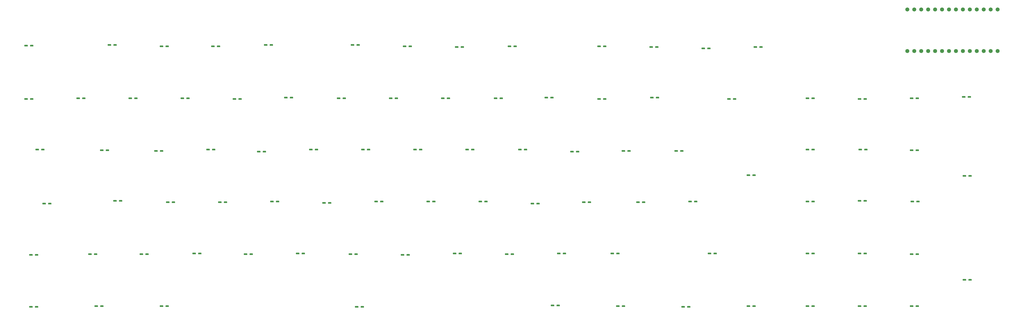
<source format=gbp>
G04 #@! TF.GenerationSoftware,KiCad,Pcbnew,(5.1.4)-1*
G04 #@! TF.CreationDate,2019-12-01T17:39:01+00:00*
G04 #@! TF.ProjectId,kb,6b622e6b-6963-4616-945f-706362585858,rev?*
G04 #@! TF.SameCoordinates,Original*
G04 #@! TF.FileFunction,Paste,Bot*
G04 #@! TF.FilePolarity,Positive*
%FSLAX46Y46*%
G04 Gerber Fmt 4.6, Leading zero omitted, Abs format (unit mm)*
G04 Created by KiCad (PCBNEW (5.1.4)-1) date 2019-12-01 17:39:01*
%MOMM*%
%LPD*%
G04 APERTURE LIST*
%ADD10C,0.007620*%
%ADD11C,1.473200*%
%ADD12O,1.137920X0.518160*%
G04 APERTURE END LIST*
D10*
G36*
X304568860Y-47492920D02*
G01*
X304129440Y-47492920D01*
X304109120Y-47495460D01*
X304088800Y-47500540D01*
X304068480Y-47508160D01*
X304053240Y-47518320D01*
X304038000Y-47531020D01*
X304022760Y-47546260D01*
X304012600Y-47564040D01*
X304004980Y-47581820D01*
X303999900Y-47602140D01*
X303999900Y-47881540D01*
X303999900Y-47901860D01*
X304004980Y-47922180D01*
X304012600Y-47939960D01*
X304022760Y-47957740D01*
X304038000Y-47972980D01*
X304053240Y-47985680D01*
X304068480Y-47995840D01*
X304088800Y-48003460D01*
X304109120Y-48008540D01*
X304129440Y-48011080D01*
X305008280Y-48011080D01*
X305028600Y-48008540D01*
X305048920Y-48003460D01*
X305066700Y-47995840D01*
X305084480Y-47985680D01*
X305099720Y-47972980D01*
X305114960Y-47957740D01*
X305125120Y-47939960D01*
X305132740Y-47922180D01*
X305137820Y-47901860D01*
X305137820Y-47622460D01*
X305137820Y-47602140D01*
X305132740Y-47581820D01*
X305125120Y-47564040D01*
X305114960Y-47546260D01*
X305099720Y-47531020D01*
X305084480Y-47518320D01*
X305066700Y-47508160D01*
X305048920Y-47500540D01*
X305028600Y-47495460D01*
X305008280Y-47492920D01*
X304568860Y-47492920D01*
X304568860Y-47492920D01*
G37*
X304568860Y-47492920D02*
X304129440Y-47492920D01*
X304109120Y-47495460D01*
X304088800Y-47500540D01*
X304068480Y-47508160D01*
X304053240Y-47518320D01*
X304038000Y-47531020D01*
X304022760Y-47546260D01*
X304012600Y-47564040D01*
X304004980Y-47581820D01*
X303999900Y-47602140D01*
X303999900Y-47881540D01*
X303999900Y-47901860D01*
X304004980Y-47922180D01*
X304012600Y-47939960D01*
X304022760Y-47957740D01*
X304038000Y-47972980D01*
X304053240Y-47985680D01*
X304068480Y-47995840D01*
X304088800Y-48003460D01*
X304109120Y-48008540D01*
X304129440Y-48011080D01*
X305008280Y-48011080D01*
X305028600Y-48008540D01*
X305048920Y-48003460D01*
X305066700Y-47995840D01*
X305084480Y-47985680D01*
X305099720Y-47972980D01*
X305114960Y-47957740D01*
X305125120Y-47939960D01*
X305132740Y-47922180D01*
X305137820Y-47901860D01*
X305137820Y-47622460D01*
X305137820Y-47602140D01*
X305132740Y-47581820D01*
X305125120Y-47564040D01*
X305114960Y-47546260D01*
X305099720Y-47531020D01*
X305084480Y-47518320D01*
X305066700Y-47508160D01*
X305048920Y-47500540D01*
X305028600Y-47495460D01*
X305008280Y-47492920D01*
X304568860Y-47492920D01*
G36*
X302491140Y-48011080D02*
G01*
X302930560Y-48011080D01*
X302950880Y-48008540D01*
X302971200Y-48003460D01*
X302991520Y-47995840D01*
X303006760Y-47985680D01*
X303022000Y-47972980D01*
X303037240Y-47957740D01*
X303047400Y-47939960D01*
X303055020Y-47922180D01*
X303060100Y-47901860D01*
X303060100Y-47622460D01*
X303060100Y-47602140D01*
X303055020Y-47581820D01*
X303047400Y-47564040D01*
X303037240Y-47546260D01*
X303022000Y-47531020D01*
X303006760Y-47518320D01*
X302991520Y-47508160D01*
X302971200Y-47500540D01*
X302950880Y-47495460D01*
X302930560Y-47492920D01*
X302051720Y-47492920D01*
X302031400Y-47495460D01*
X302011080Y-47500540D01*
X301993300Y-47508160D01*
X301975520Y-47518320D01*
X301960280Y-47531020D01*
X301945040Y-47546260D01*
X301934880Y-47564040D01*
X301927260Y-47581820D01*
X301922180Y-47602140D01*
X301922180Y-47881540D01*
X301922180Y-47901860D01*
X301927260Y-47922180D01*
X301934880Y-47939960D01*
X301945040Y-47957740D01*
X301960280Y-47972980D01*
X301975520Y-47985680D01*
X301993300Y-47995840D01*
X302011080Y-48003460D01*
X302031400Y-48008540D01*
X302051720Y-48011080D01*
X302491140Y-48011080D01*
X302491140Y-48011080D01*
G37*
X302491140Y-48011080D02*
X302930560Y-48011080D01*
X302950880Y-48008540D01*
X302971200Y-48003460D01*
X302991520Y-47995840D01*
X303006760Y-47985680D01*
X303022000Y-47972980D01*
X303037240Y-47957740D01*
X303047400Y-47939960D01*
X303055020Y-47922180D01*
X303060100Y-47901860D01*
X303060100Y-47622460D01*
X303060100Y-47602140D01*
X303055020Y-47581820D01*
X303047400Y-47564040D01*
X303037240Y-47546260D01*
X303022000Y-47531020D01*
X303006760Y-47518320D01*
X302991520Y-47508160D01*
X302971200Y-47500540D01*
X302950880Y-47495460D01*
X302930560Y-47492920D01*
X302051720Y-47492920D01*
X302031400Y-47495460D01*
X302011080Y-47500540D01*
X301993300Y-47508160D01*
X301975520Y-47518320D01*
X301960280Y-47531020D01*
X301945040Y-47546260D01*
X301934880Y-47564040D01*
X301927260Y-47581820D01*
X301922180Y-47602140D01*
X301922180Y-47881540D01*
X301922180Y-47901860D01*
X301927260Y-47922180D01*
X301934880Y-47939960D01*
X301945040Y-47957740D01*
X301960280Y-47972980D01*
X301975520Y-47985680D01*
X301993300Y-47995840D01*
X302011080Y-48003460D01*
X302031400Y-48008540D01*
X302051720Y-48011080D01*
X302491140Y-48011080D01*
G36*
X285264860Y-38094920D02*
G01*
X284825440Y-38094920D01*
X284805120Y-38097460D01*
X284784800Y-38102540D01*
X284764480Y-38110160D01*
X284749240Y-38120320D01*
X284734000Y-38133020D01*
X284718760Y-38148260D01*
X284708600Y-38166040D01*
X284700980Y-38183820D01*
X284695900Y-38204140D01*
X284695900Y-38483540D01*
X284695900Y-38503860D01*
X284700980Y-38524180D01*
X284708600Y-38541960D01*
X284718760Y-38559740D01*
X284734000Y-38574980D01*
X284749240Y-38587680D01*
X284764480Y-38597840D01*
X284784800Y-38605460D01*
X284805120Y-38610540D01*
X284825440Y-38613080D01*
X285704280Y-38613080D01*
X285724600Y-38610540D01*
X285744920Y-38605460D01*
X285762700Y-38597840D01*
X285780480Y-38587680D01*
X285795720Y-38574980D01*
X285810960Y-38559740D01*
X285821120Y-38541960D01*
X285828740Y-38524180D01*
X285833820Y-38503860D01*
X285833820Y-38224460D01*
X285833820Y-38204140D01*
X285828740Y-38183820D01*
X285821120Y-38166040D01*
X285810960Y-38148260D01*
X285795720Y-38133020D01*
X285780480Y-38120320D01*
X285762700Y-38110160D01*
X285744920Y-38102540D01*
X285724600Y-38097460D01*
X285704280Y-38094920D01*
X285264860Y-38094920D01*
X285264860Y-38094920D01*
G37*
X285264860Y-38094920D02*
X284825440Y-38094920D01*
X284805120Y-38097460D01*
X284784800Y-38102540D01*
X284764480Y-38110160D01*
X284749240Y-38120320D01*
X284734000Y-38133020D01*
X284718760Y-38148260D01*
X284708600Y-38166040D01*
X284700980Y-38183820D01*
X284695900Y-38204140D01*
X284695900Y-38483540D01*
X284695900Y-38503860D01*
X284700980Y-38524180D01*
X284708600Y-38541960D01*
X284718760Y-38559740D01*
X284734000Y-38574980D01*
X284749240Y-38587680D01*
X284764480Y-38597840D01*
X284784800Y-38605460D01*
X284805120Y-38610540D01*
X284825440Y-38613080D01*
X285704280Y-38613080D01*
X285724600Y-38610540D01*
X285744920Y-38605460D01*
X285762700Y-38597840D01*
X285780480Y-38587680D01*
X285795720Y-38574980D01*
X285810960Y-38559740D01*
X285821120Y-38541960D01*
X285828740Y-38524180D01*
X285833820Y-38503860D01*
X285833820Y-38224460D01*
X285833820Y-38204140D01*
X285828740Y-38183820D01*
X285821120Y-38166040D01*
X285810960Y-38148260D01*
X285795720Y-38133020D01*
X285780480Y-38120320D01*
X285762700Y-38110160D01*
X285744920Y-38102540D01*
X285724600Y-38097460D01*
X285704280Y-38094920D01*
X285264860Y-38094920D01*
G36*
X283187140Y-38613080D02*
G01*
X283626560Y-38613080D01*
X283646880Y-38610540D01*
X283667200Y-38605460D01*
X283687520Y-38597840D01*
X283702760Y-38587680D01*
X283718000Y-38574980D01*
X283733240Y-38559740D01*
X283743400Y-38541960D01*
X283751020Y-38524180D01*
X283756100Y-38503860D01*
X283756100Y-38224460D01*
X283756100Y-38204140D01*
X283751020Y-38183820D01*
X283743400Y-38166040D01*
X283733240Y-38148260D01*
X283718000Y-38133020D01*
X283702760Y-38120320D01*
X283687520Y-38110160D01*
X283667200Y-38102540D01*
X283646880Y-38097460D01*
X283626560Y-38094920D01*
X282747720Y-38094920D01*
X282727400Y-38097460D01*
X282707080Y-38102540D01*
X282689300Y-38110160D01*
X282671520Y-38120320D01*
X282656280Y-38133020D01*
X282641040Y-38148260D01*
X282630880Y-38166040D01*
X282623260Y-38183820D01*
X282618180Y-38204140D01*
X282618180Y-38483540D01*
X282618180Y-38503860D01*
X282623260Y-38524180D01*
X282630880Y-38541960D01*
X282641040Y-38559740D01*
X282656280Y-38574980D01*
X282671520Y-38587680D01*
X282689300Y-38597840D01*
X282707080Y-38605460D01*
X282727400Y-38610540D01*
X282747720Y-38613080D01*
X283187140Y-38613080D01*
X283187140Y-38613080D01*
G37*
X283187140Y-38613080D02*
X283626560Y-38613080D01*
X283646880Y-38610540D01*
X283667200Y-38605460D01*
X283687520Y-38597840D01*
X283702760Y-38587680D01*
X283718000Y-38574980D01*
X283733240Y-38559740D01*
X283743400Y-38541960D01*
X283751020Y-38524180D01*
X283756100Y-38503860D01*
X283756100Y-38224460D01*
X283756100Y-38204140D01*
X283751020Y-38183820D01*
X283743400Y-38166040D01*
X283733240Y-38148260D01*
X283718000Y-38133020D01*
X283702760Y-38120320D01*
X283687520Y-38110160D01*
X283667200Y-38102540D01*
X283646880Y-38097460D01*
X283626560Y-38094920D01*
X282747720Y-38094920D01*
X282727400Y-38097460D01*
X282707080Y-38102540D01*
X282689300Y-38110160D01*
X282671520Y-38120320D01*
X282656280Y-38133020D01*
X282641040Y-38148260D01*
X282630880Y-38166040D01*
X282623260Y-38183820D01*
X282618180Y-38204140D01*
X282618180Y-38483540D01*
X282618180Y-38503860D01*
X282623260Y-38524180D01*
X282630880Y-38541960D01*
X282641040Y-38559740D01*
X282656280Y-38574980D01*
X282671520Y-38587680D01*
X282689300Y-38597840D01*
X282707080Y-38605460D01*
X282727400Y-38610540D01*
X282747720Y-38613080D01*
X283187140Y-38613080D01*
G36*
X266214860Y-57144920D02*
G01*
X265775440Y-57144920D01*
X265755120Y-57147460D01*
X265734800Y-57152540D01*
X265714480Y-57160160D01*
X265699240Y-57170320D01*
X265684000Y-57183020D01*
X265668760Y-57198260D01*
X265658600Y-57216040D01*
X265650980Y-57233820D01*
X265645900Y-57254140D01*
X265645900Y-57533540D01*
X265645900Y-57553860D01*
X265650980Y-57574180D01*
X265658600Y-57591960D01*
X265668760Y-57609740D01*
X265684000Y-57624980D01*
X265699240Y-57637680D01*
X265714480Y-57647840D01*
X265734800Y-57655460D01*
X265755120Y-57660540D01*
X265775440Y-57663080D01*
X266654280Y-57663080D01*
X266674600Y-57660540D01*
X266694920Y-57655460D01*
X266712700Y-57647840D01*
X266730480Y-57637680D01*
X266745720Y-57624980D01*
X266760960Y-57609740D01*
X266771120Y-57591960D01*
X266778740Y-57574180D01*
X266783820Y-57553860D01*
X266783820Y-57274460D01*
X266783820Y-57254140D01*
X266778740Y-57233820D01*
X266771120Y-57216040D01*
X266760960Y-57198260D01*
X266745720Y-57183020D01*
X266730480Y-57170320D01*
X266712700Y-57160160D01*
X266694920Y-57152540D01*
X266674600Y-57147460D01*
X266654280Y-57144920D01*
X266214860Y-57144920D01*
X266214860Y-57144920D01*
G37*
X266214860Y-57144920D02*
X265775440Y-57144920D01*
X265755120Y-57147460D01*
X265734800Y-57152540D01*
X265714480Y-57160160D01*
X265699240Y-57170320D01*
X265684000Y-57183020D01*
X265668760Y-57198260D01*
X265658600Y-57216040D01*
X265650980Y-57233820D01*
X265645900Y-57254140D01*
X265645900Y-57533540D01*
X265645900Y-57553860D01*
X265650980Y-57574180D01*
X265658600Y-57591960D01*
X265668760Y-57609740D01*
X265684000Y-57624980D01*
X265699240Y-57637680D01*
X265714480Y-57647840D01*
X265734800Y-57655460D01*
X265755120Y-57660540D01*
X265775440Y-57663080D01*
X266654280Y-57663080D01*
X266674600Y-57660540D01*
X266694920Y-57655460D01*
X266712700Y-57647840D01*
X266730480Y-57637680D01*
X266745720Y-57624980D01*
X266760960Y-57609740D01*
X266771120Y-57591960D01*
X266778740Y-57574180D01*
X266783820Y-57553860D01*
X266783820Y-57274460D01*
X266783820Y-57254140D01*
X266778740Y-57233820D01*
X266771120Y-57216040D01*
X266760960Y-57198260D01*
X266745720Y-57183020D01*
X266730480Y-57170320D01*
X266712700Y-57160160D01*
X266694920Y-57152540D01*
X266674600Y-57147460D01*
X266654280Y-57144920D01*
X266214860Y-57144920D01*
G36*
X264137140Y-57663080D02*
G01*
X264576560Y-57663080D01*
X264596880Y-57660540D01*
X264617200Y-57655460D01*
X264637520Y-57647840D01*
X264652760Y-57637680D01*
X264668000Y-57624980D01*
X264683240Y-57609740D01*
X264693400Y-57591960D01*
X264701020Y-57574180D01*
X264706100Y-57553860D01*
X264706100Y-57274460D01*
X264706100Y-57254140D01*
X264701020Y-57233820D01*
X264693400Y-57216040D01*
X264683240Y-57198260D01*
X264668000Y-57183020D01*
X264652760Y-57170320D01*
X264637520Y-57160160D01*
X264617200Y-57152540D01*
X264596880Y-57147460D01*
X264576560Y-57144920D01*
X263697720Y-57144920D01*
X263677400Y-57147460D01*
X263657080Y-57152540D01*
X263639300Y-57160160D01*
X263621520Y-57170320D01*
X263606280Y-57183020D01*
X263591040Y-57198260D01*
X263580880Y-57216040D01*
X263573260Y-57233820D01*
X263568180Y-57254140D01*
X263568180Y-57533540D01*
X263568180Y-57553860D01*
X263573260Y-57574180D01*
X263580880Y-57591960D01*
X263591040Y-57609740D01*
X263606280Y-57624980D01*
X263621520Y-57637680D01*
X263639300Y-57647840D01*
X263657080Y-57655460D01*
X263677400Y-57660540D01*
X263697720Y-57663080D01*
X264137140Y-57663080D01*
X264137140Y-57663080D01*
G37*
X264137140Y-57663080D02*
X264576560Y-57663080D01*
X264596880Y-57660540D01*
X264617200Y-57655460D01*
X264637520Y-57647840D01*
X264652760Y-57637680D01*
X264668000Y-57624980D01*
X264683240Y-57609740D01*
X264693400Y-57591960D01*
X264701020Y-57574180D01*
X264706100Y-57553860D01*
X264706100Y-57274460D01*
X264706100Y-57254140D01*
X264701020Y-57233820D01*
X264693400Y-57216040D01*
X264683240Y-57198260D01*
X264668000Y-57183020D01*
X264652760Y-57170320D01*
X264637520Y-57160160D01*
X264617200Y-57152540D01*
X264596880Y-57147460D01*
X264576560Y-57144920D01*
X263697720Y-57144920D01*
X263677400Y-57147460D01*
X263657080Y-57152540D01*
X263639300Y-57160160D01*
X263621520Y-57170320D01*
X263606280Y-57183020D01*
X263591040Y-57198260D01*
X263580880Y-57216040D01*
X263573260Y-57233820D01*
X263568180Y-57254140D01*
X263568180Y-57533540D01*
X263568180Y-57553860D01*
X263573260Y-57574180D01*
X263580880Y-57591960D01*
X263591040Y-57609740D01*
X263606280Y-57624980D01*
X263621520Y-57637680D01*
X263639300Y-57647840D01*
X263657080Y-57655460D01*
X263677400Y-57660540D01*
X263697720Y-57663080D01*
X264137140Y-57663080D01*
G36*
X266214860Y-37840920D02*
G01*
X265775440Y-37840920D01*
X265755120Y-37843460D01*
X265734800Y-37848540D01*
X265714480Y-37856160D01*
X265699240Y-37866320D01*
X265684000Y-37879020D01*
X265668760Y-37894260D01*
X265658600Y-37912040D01*
X265650980Y-37929820D01*
X265645900Y-37950140D01*
X265645900Y-38229540D01*
X265645900Y-38249860D01*
X265650980Y-38270180D01*
X265658600Y-38287960D01*
X265668760Y-38305740D01*
X265684000Y-38320980D01*
X265699240Y-38333680D01*
X265714480Y-38343840D01*
X265734800Y-38351460D01*
X265755120Y-38356540D01*
X265775440Y-38359080D01*
X266654280Y-38359080D01*
X266674600Y-38356540D01*
X266694920Y-38351460D01*
X266712700Y-38343840D01*
X266730480Y-38333680D01*
X266745720Y-38320980D01*
X266760960Y-38305740D01*
X266771120Y-38287960D01*
X266778740Y-38270180D01*
X266783820Y-38249860D01*
X266783820Y-37970460D01*
X266783820Y-37950140D01*
X266778740Y-37929820D01*
X266771120Y-37912040D01*
X266760960Y-37894260D01*
X266745720Y-37879020D01*
X266730480Y-37866320D01*
X266712700Y-37856160D01*
X266694920Y-37848540D01*
X266674600Y-37843460D01*
X266654280Y-37840920D01*
X266214860Y-37840920D01*
X266214860Y-37840920D01*
G37*
X266214860Y-37840920D02*
X265775440Y-37840920D01*
X265755120Y-37843460D01*
X265734800Y-37848540D01*
X265714480Y-37856160D01*
X265699240Y-37866320D01*
X265684000Y-37879020D01*
X265668760Y-37894260D01*
X265658600Y-37912040D01*
X265650980Y-37929820D01*
X265645900Y-37950140D01*
X265645900Y-38229540D01*
X265645900Y-38249860D01*
X265650980Y-38270180D01*
X265658600Y-38287960D01*
X265668760Y-38305740D01*
X265684000Y-38320980D01*
X265699240Y-38333680D01*
X265714480Y-38343840D01*
X265734800Y-38351460D01*
X265755120Y-38356540D01*
X265775440Y-38359080D01*
X266654280Y-38359080D01*
X266674600Y-38356540D01*
X266694920Y-38351460D01*
X266712700Y-38343840D01*
X266730480Y-38333680D01*
X266745720Y-38320980D01*
X266760960Y-38305740D01*
X266771120Y-38287960D01*
X266778740Y-38270180D01*
X266783820Y-38249860D01*
X266783820Y-37970460D01*
X266783820Y-37950140D01*
X266778740Y-37929820D01*
X266771120Y-37912040D01*
X266760960Y-37894260D01*
X266745720Y-37879020D01*
X266730480Y-37866320D01*
X266712700Y-37856160D01*
X266694920Y-37848540D01*
X266674600Y-37843460D01*
X266654280Y-37840920D01*
X266214860Y-37840920D01*
G36*
X264137140Y-38359080D02*
G01*
X264576560Y-38359080D01*
X264596880Y-38356540D01*
X264617200Y-38351460D01*
X264637520Y-38343840D01*
X264652760Y-38333680D01*
X264668000Y-38320980D01*
X264683240Y-38305740D01*
X264693400Y-38287960D01*
X264701020Y-38270180D01*
X264706100Y-38249860D01*
X264706100Y-37970460D01*
X264706100Y-37950140D01*
X264701020Y-37929820D01*
X264693400Y-37912040D01*
X264683240Y-37894260D01*
X264668000Y-37879020D01*
X264652760Y-37866320D01*
X264637520Y-37856160D01*
X264617200Y-37848540D01*
X264596880Y-37843460D01*
X264576560Y-37840920D01*
X263697720Y-37840920D01*
X263677400Y-37843460D01*
X263657080Y-37848540D01*
X263639300Y-37856160D01*
X263621520Y-37866320D01*
X263606280Y-37879020D01*
X263591040Y-37894260D01*
X263580880Y-37912040D01*
X263573260Y-37929820D01*
X263568180Y-37950140D01*
X263568180Y-38229540D01*
X263568180Y-38249860D01*
X263573260Y-38270180D01*
X263580880Y-38287960D01*
X263591040Y-38305740D01*
X263606280Y-38320980D01*
X263621520Y-38333680D01*
X263639300Y-38343840D01*
X263657080Y-38351460D01*
X263677400Y-38356540D01*
X263697720Y-38359080D01*
X264137140Y-38359080D01*
X264137140Y-38359080D01*
G37*
X264137140Y-38359080D02*
X264576560Y-38359080D01*
X264596880Y-38356540D01*
X264617200Y-38351460D01*
X264637520Y-38343840D01*
X264652760Y-38333680D01*
X264668000Y-38320980D01*
X264683240Y-38305740D01*
X264693400Y-38287960D01*
X264701020Y-38270180D01*
X264706100Y-38249860D01*
X264706100Y-37970460D01*
X264706100Y-37950140D01*
X264701020Y-37929820D01*
X264693400Y-37912040D01*
X264683240Y-37894260D01*
X264668000Y-37879020D01*
X264652760Y-37866320D01*
X264637520Y-37856160D01*
X264617200Y-37848540D01*
X264596880Y-37843460D01*
X264576560Y-37840920D01*
X263697720Y-37840920D01*
X263677400Y-37843460D01*
X263657080Y-37848540D01*
X263639300Y-37856160D01*
X263621520Y-37866320D01*
X263606280Y-37879020D01*
X263591040Y-37894260D01*
X263580880Y-37912040D01*
X263573260Y-37929820D01*
X263568180Y-37950140D01*
X263568180Y-38229540D01*
X263568180Y-38249860D01*
X263573260Y-38270180D01*
X263580880Y-38287960D01*
X263591040Y-38305740D01*
X263606280Y-38320980D01*
X263621520Y-38333680D01*
X263639300Y-38343840D01*
X263657080Y-38351460D01*
X263677400Y-38356540D01*
X263697720Y-38359080D01*
X264137140Y-38359080D01*
G36*
X266214860Y-18536920D02*
G01*
X265775440Y-18536920D01*
X265755120Y-18539460D01*
X265734800Y-18544540D01*
X265714480Y-18552160D01*
X265699240Y-18562320D01*
X265684000Y-18575020D01*
X265668760Y-18590260D01*
X265658600Y-18608040D01*
X265650980Y-18625820D01*
X265645900Y-18646140D01*
X265645900Y-18925540D01*
X265645900Y-18945860D01*
X265650980Y-18966180D01*
X265658600Y-18983960D01*
X265668760Y-19001740D01*
X265684000Y-19016980D01*
X265699240Y-19029680D01*
X265714480Y-19039840D01*
X265734800Y-19047460D01*
X265755120Y-19052540D01*
X265775440Y-19055080D01*
X266654280Y-19055080D01*
X266674600Y-19052540D01*
X266694920Y-19047460D01*
X266712700Y-19039840D01*
X266730480Y-19029680D01*
X266745720Y-19016980D01*
X266760960Y-19001740D01*
X266771120Y-18983960D01*
X266778740Y-18966180D01*
X266783820Y-18945860D01*
X266783820Y-18666460D01*
X266783820Y-18646140D01*
X266778740Y-18625820D01*
X266771120Y-18608040D01*
X266760960Y-18590260D01*
X266745720Y-18575020D01*
X266730480Y-18562320D01*
X266712700Y-18552160D01*
X266694920Y-18544540D01*
X266674600Y-18539460D01*
X266654280Y-18536920D01*
X266214860Y-18536920D01*
X266214860Y-18536920D01*
G37*
X266214860Y-18536920D02*
X265775440Y-18536920D01*
X265755120Y-18539460D01*
X265734800Y-18544540D01*
X265714480Y-18552160D01*
X265699240Y-18562320D01*
X265684000Y-18575020D01*
X265668760Y-18590260D01*
X265658600Y-18608040D01*
X265650980Y-18625820D01*
X265645900Y-18646140D01*
X265645900Y-18925540D01*
X265645900Y-18945860D01*
X265650980Y-18966180D01*
X265658600Y-18983960D01*
X265668760Y-19001740D01*
X265684000Y-19016980D01*
X265699240Y-19029680D01*
X265714480Y-19039840D01*
X265734800Y-19047460D01*
X265755120Y-19052540D01*
X265775440Y-19055080D01*
X266654280Y-19055080D01*
X266674600Y-19052540D01*
X266694920Y-19047460D01*
X266712700Y-19039840D01*
X266730480Y-19029680D01*
X266745720Y-19016980D01*
X266760960Y-19001740D01*
X266771120Y-18983960D01*
X266778740Y-18966180D01*
X266783820Y-18945860D01*
X266783820Y-18666460D01*
X266783820Y-18646140D01*
X266778740Y-18625820D01*
X266771120Y-18608040D01*
X266760960Y-18590260D01*
X266745720Y-18575020D01*
X266730480Y-18562320D01*
X266712700Y-18552160D01*
X266694920Y-18544540D01*
X266674600Y-18539460D01*
X266654280Y-18536920D01*
X266214860Y-18536920D01*
G36*
X264137140Y-19055080D02*
G01*
X264576560Y-19055080D01*
X264596880Y-19052540D01*
X264617200Y-19047460D01*
X264637520Y-19039840D01*
X264652760Y-19029680D01*
X264668000Y-19016980D01*
X264683240Y-19001740D01*
X264693400Y-18983960D01*
X264701020Y-18966180D01*
X264706100Y-18945860D01*
X264706100Y-18666460D01*
X264706100Y-18646140D01*
X264701020Y-18625820D01*
X264693400Y-18608040D01*
X264683240Y-18590260D01*
X264668000Y-18575020D01*
X264652760Y-18562320D01*
X264637520Y-18552160D01*
X264617200Y-18544540D01*
X264596880Y-18539460D01*
X264576560Y-18536920D01*
X263697720Y-18536920D01*
X263677400Y-18539460D01*
X263657080Y-18544540D01*
X263639300Y-18552160D01*
X263621520Y-18562320D01*
X263606280Y-18575020D01*
X263591040Y-18590260D01*
X263580880Y-18608040D01*
X263573260Y-18625820D01*
X263568180Y-18646140D01*
X263568180Y-18925540D01*
X263568180Y-18945860D01*
X263573260Y-18966180D01*
X263580880Y-18983960D01*
X263591040Y-19001740D01*
X263606280Y-19016980D01*
X263621520Y-19029680D01*
X263639300Y-19039840D01*
X263657080Y-19047460D01*
X263677400Y-19052540D01*
X263697720Y-19055080D01*
X264137140Y-19055080D01*
X264137140Y-19055080D01*
G37*
X264137140Y-19055080D02*
X264576560Y-19055080D01*
X264596880Y-19052540D01*
X264617200Y-19047460D01*
X264637520Y-19039840D01*
X264652760Y-19029680D01*
X264668000Y-19016980D01*
X264683240Y-19001740D01*
X264693400Y-18983960D01*
X264701020Y-18966180D01*
X264706100Y-18945860D01*
X264706100Y-18666460D01*
X264706100Y-18646140D01*
X264701020Y-18625820D01*
X264693400Y-18608040D01*
X264683240Y-18590260D01*
X264668000Y-18575020D01*
X264652760Y-18562320D01*
X264637520Y-18552160D01*
X264617200Y-18544540D01*
X264596880Y-18539460D01*
X264576560Y-18536920D01*
X263697720Y-18536920D01*
X263677400Y-18539460D01*
X263657080Y-18544540D01*
X263639300Y-18552160D01*
X263621520Y-18562320D01*
X263606280Y-18575020D01*
X263591040Y-18590260D01*
X263580880Y-18608040D01*
X263573260Y-18625820D01*
X263568180Y-18646140D01*
X263568180Y-18925540D01*
X263568180Y-18945860D01*
X263573260Y-18966180D01*
X263580880Y-18983960D01*
X263591040Y-19001740D01*
X263606280Y-19016980D01*
X263621520Y-19029680D01*
X263639300Y-19039840D01*
X263657080Y-19047460D01*
X263677400Y-19052540D01*
X263697720Y-19055080D01*
X264137140Y-19055080D01*
G36*
X266468860Y259080D02*
G01*
X266029440Y259080D01*
X266009120Y256540D01*
X265988800Y251460D01*
X265968480Y243840D01*
X265953240Y233680D01*
X265938000Y220980D01*
X265922760Y205740D01*
X265912600Y187960D01*
X265904980Y170180D01*
X265899900Y149860D01*
X265899900Y-129540D01*
X265899900Y-149860D01*
X265904980Y-170180D01*
X265912600Y-187960D01*
X265922760Y-205740D01*
X265938000Y-220980D01*
X265953240Y-233680D01*
X265968480Y-243840D01*
X265988800Y-251460D01*
X266009120Y-256540D01*
X266029440Y-259080D01*
X266908280Y-259080D01*
X266928600Y-256540D01*
X266948920Y-251460D01*
X266966700Y-243840D01*
X266984480Y-233680D01*
X266999720Y-220980D01*
X267014960Y-205740D01*
X267025120Y-187960D01*
X267032740Y-170180D01*
X267037820Y-149860D01*
X267037820Y129540D01*
X267037820Y149860D01*
X267032740Y170180D01*
X267025120Y187960D01*
X267014960Y205740D01*
X266999720Y220980D01*
X266984480Y233680D01*
X266966700Y243840D01*
X266948920Y251460D01*
X266928600Y256540D01*
X266908280Y259080D01*
X266468860Y259080D01*
X266468860Y259080D01*
G37*
X266468860Y259080D02*
X266029440Y259080D01*
X266009120Y256540D01*
X265988800Y251460D01*
X265968480Y243840D01*
X265953240Y233680D01*
X265938000Y220980D01*
X265922760Y205740D01*
X265912600Y187960D01*
X265904980Y170180D01*
X265899900Y149860D01*
X265899900Y-129540D01*
X265899900Y-149860D01*
X265904980Y-170180D01*
X265912600Y-187960D01*
X265922760Y-205740D01*
X265938000Y-220980D01*
X265953240Y-233680D01*
X265968480Y-243840D01*
X265988800Y-251460D01*
X266009120Y-256540D01*
X266029440Y-259080D01*
X266908280Y-259080D01*
X266928600Y-256540D01*
X266948920Y-251460D01*
X266966700Y-243840D01*
X266984480Y-233680D01*
X266999720Y-220980D01*
X267014960Y-205740D01*
X267025120Y-187960D01*
X267032740Y-170180D01*
X267037820Y-149860D01*
X267037820Y129540D01*
X267037820Y149860D01*
X267032740Y170180D01*
X267025120Y187960D01*
X267014960Y205740D01*
X266999720Y220980D01*
X266984480Y233680D01*
X266966700Y243840D01*
X266948920Y251460D01*
X266928600Y256540D01*
X266908280Y259080D01*
X266468860Y259080D01*
G36*
X264391140Y-259080D02*
G01*
X264830560Y-259080D01*
X264850880Y-256540D01*
X264871200Y-251460D01*
X264891520Y-243840D01*
X264906760Y-233680D01*
X264922000Y-220980D01*
X264937240Y-205740D01*
X264947400Y-187960D01*
X264955020Y-170180D01*
X264960100Y-149860D01*
X264960100Y129540D01*
X264960100Y149860D01*
X264955020Y170180D01*
X264947400Y187960D01*
X264937240Y205740D01*
X264922000Y220980D01*
X264906760Y233680D01*
X264891520Y243840D01*
X264871200Y251460D01*
X264850880Y256540D01*
X264830560Y259080D01*
X263951720Y259080D01*
X263931400Y256540D01*
X263911080Y251460D01*
X263893300Y243840D01*
X263875520Y233680D01*
X263860280Y220980D01*
X263845040Y205740D01*
X263834880Y187960D01*
X263827260Y170180D01*
X263822180Y149860D01*
X263822180Y-129540D01*
X263822180Y-149860D01*
X263827260Y-170180D01*
X263834880Y-187960D01*
X263845040Y-205740D01*
X263860280Y-220980D01*
X263875520Y-233680D01*
X263893300Y-243840D01*
X263911080Y-251460D01*
X263931400Y-256540D01*
X263951720Y-259080D01*
X264391140Y-259080D01*
X264391140Y-259080D01*
G37*
X264391140Y-259080D02*
X264830560Y-259080D01*
X264850880Y-256540D01*
X264871200Y-251460D01*
X264891520Y-243840D01*
X264906760Y-233680D01*
X264922000Y-220980D01*
X264937240Y-205740D01*
X264947400Y-187960D01*
X264955020Y-170180D01*
X264960100Y-149860D01*
X264960100Y129540D01*
X264960100Y149860D01*
X264955020Y170180D01*
X264947400Y187960D01*
X264937240Y205740D01*
X264922000Y220980D01*
X264906760Y233680D01*
X264891520Y243840D01*
X264871200Y251460D01*
X264850880Y256540D01*
X264830560Y259080D01*
X263951720Y259080D01*
X263931400Y256540D01*
X263911080Y251460D01*
X263893300Y243840D01*
X263875520Y233680D01*
X263860280Y220980D01*
X263845040Y205740D01*
X263834880Y187960D01*
X263827260Y170180D01*
X263822180Y149860D01*
X263822180Y-129540D01*
X263822180Y-149860D01*
X263827260Y-170180D01*
X263834880Y-187960D01*
X263845040Y-205740D01*
X263860280Y-220980D01*
X263875520Y-233680D01*
X263893300Y-243840D01*
X263911080Y-251460D01*
X263931400Y-256540D01*
X263951720Y-259080D01*
X264391140Y-259080D01*
G36*
X266214860Y18801080D02*
G01*
X265775440Y18801080D01*
X265755120Y18798540D01*
X265734800Y18793460D01*
X265714480Y18785840D01*
X265699240Y18775680D01*
X265684000Y18762980D01*
X265668760Y18747740D01*
X265658600Y18729960D01*
X265650980Y18712180D01*
X265645900Y18691860D01*
X265645900Y18412460D01*
X265645900Y18392140D01*
X265650980Y18371820D01*
X265658600Y18354040D01*
X265668760Y18336260D01*
X265684000Y18321020D01*
X265699240Y18308320D01*
X265714480Y18298160D01*
X265734800Y18290540D01*
X265755120Y18285460D01*
X265775440Y18282920D01*
X266654280Y18282920D01*
X266674600Y18285460D01*
X266694920Y18290540D01*
X266712700Y18298160D01*
X266730480Y18308320D01*
X266745720Y18321020D01*
X266760960Y18336260D01*
X266771120Y18354040D01*
X266778740Y18371820D01*
X266783820Y18392140D01*
X266783820Y18671540D01*
X266783820Y18691860D01*
X266778740Y18712180D01*
X266771120Y18729960D01*
X266760960Y18747740D01*
X266745720Y18762980D01*
X266730480Y18775680D01*
X266712700Y18785840D01*
X266694920Y18793460D01*
X266674600Y18798540D01*
X266654280Y18801080D01*
X266214860Y18801080D01*
X266214860Y18801080D01*
G37*
X266214860Y18801080D02*
X265775440Y18801080D01*
X265755120Y18798540D01*
X265734800Y18793460D01*
X265714480Y18785840D01*
X265699240Y18775680D01*
X265684000Y18762980D01*
X265668760Y18747740D01*
X265658600Y18729960D01*
X265650980Y18712180D01*
X265645900Y18691860D01*
X265645900Y18412460D01*
X265645900Y18392140D01*
X265650980Y18371820D01*
X265658600Y18354040D01*
X265668760Y18336260D01*
X265684000Y18321020D01*
X265699240Y18308320D01*
X265714480Y18298160D01*
X265734800Y18290540D01*
X265755120Y18285460D01*
X265775440Y18282920D01*
X266654280Y18282920D01*
X266674600Y18285460D01*
X266694920Y18290540D01*
X266712700Y18298160D01*
X266730480Y18308320D01*
X266745720Y18321020D01*
X266760960Y18336260D01*
X266771120Y18354040D01*
X266778740Y18371820D01*
X266783820Y18392140D01*
X266783820Y18671540D01*
X266783820Y18691860D01*
X266778740Y18712180D01*
X266771120Y18729960D01*
X266760960Y18747740D01*
X266745720Y18762980D01*
X266730480Y18775680D01*
X266712700Y18785840D01*
X266694920Y18793460D01*
X266674600Y18798540D01*
X266654280Y18801080D01*
X266214860Y18801080D01*
G36*
X264137140Y18282920D02*
G01*
X264576560Y18282920D01*
X264596880Y18285460D01*
X264617200Y18290540D01*
X264637520Y18298160D01*
X264652760Y18308320D01*
X264668000Y18321020D01*
X264683240Y18336260D01*
X264693400Y18354040D01*
X264701020Y18371820D01*
X264706100Y18392140D01*
X264706100Y18671540D01*
X264706100Y18691860D01*
X264701020Y18712180D01*
X264693400Y18729960D01*
X264683240Y18747740D01*
X264668000Y18762980D01*
X264652760Y18775680D01*
X264637520Y18785840D01*
X264617200Y18793460D01*
X264596880Y18798540D01*
X264576560Y18801080D01*
X263697720Y18801080D01*
X263677400Y18798540D01*
X263657080Y18793460D01*
X263639300Y18785840D01*
X263621520Y18775680D01*
X263606280Y18762980D01*
X263591040Y18747740D01*
X263580880Y18729960D01*
X263573260Y18712180D01*
X263568180Y18691860D01*
X263568180Y18412460D01*
X263568180Y18392140D01*
X263573260Y18371820D01*
X263580880Y18354040D01*
X263591040Y18336260D01*
X263606280Y18321020D01*
X263621520Y18308320D01*
X263639300Y18298160D01*
X263657080Y18290540D01*
X263677400Y18285460D01*
X263697720Y18282920D01*
X264137140Y18282920D01*
X264137140Y18282920D01*
G37*
X264137140Y18282920D02*
X264576560Y18282920D01*
X264596880Y18285460D01*
X264617200Y18290540D01*
X264637520Y18298160D01*
X264652760Y18308320D01*
X264668000Y18321020D01*
X264683240Y18336260D01*
X264693400Y18354040D01*
X264701020Y18371820D01*
X264706100Y18392140D01*
X264706100Y18671540D01*
X264706100Y18691860D01*
X264701020Y18712180D01*
X264693400Y18729960D01*
X264683240Y18747740D01*
X264668000Y18762980D01*
X264652760Y18775680D01*
X264637520Y18785840D01*
X264617200Y18793460D01*
X264596880Y18798540D01*
X264576560Y18801080D01*
X263697720Y18801080D01*
X263677400Y18798540D01*
X263657080Y18793460D01*
X263639300Y18785840D01*
X263621520Y18775680D01*
X263606280Y18762980D01*
X263591040Y18747740D01*
X263580880Y18729960D01*
X263573260Y18712180D01*
X263568180Y18691860D01*
X263568180Y18412460D01*
X263568180Y18392140D01*
X263573260Y18371820D01*
X263580880Y18354040D01*
X263591040Y18336260D01*
X263606280Y18321020D01*
X263621520Y18308320D01*
X263639300Y18298160D01*
X263657080Y18290540D01*
X263677400Y18285460D01*
X263697720Y18282920D01*
X264137140Y18282920D01*
G36*
X285264860Y19055080D02*
G01*
X284825440Y19055080D01*
X284805120Y19052540D01*
X284784800Y19047460D01*
X284764480Y19039840D01*
X284749240Y19029680D01*
X284734000Y19016980D01*
X284718760Y19001740D01*
X284708600Y18983960D01*
X284700980Y18966180D01*
X284695900Y18945860D01*
X284695900Y18666460D01*
X284695900Y18646140D01*
X284700980Y18625820D01*
X284708600Y18608040D01*
X284718760Y18590260D01*
X284734000Y18575020D01*
X284749240Y18562320D01*
X284764480Y18552160D01*
X284784800Y18544540D01*
X284805120Y18539460D01*
X284825440Y18536920D01*
X285704280Y18536920D01*
X285724600Y18539460D01*
X285744920Y18544540D01*
X285762700Y18552160D01*
X285780480Y18562320D01*
X285795720Y18575020D01*
X285810960Y18590260D01*
X285821120Y18608040D01*
X285828740Y18625820D01*
X285833820Y18646140D01*
X285833820Y18925540D01*
X285833820Y18945860D01*
X285828740Y18966180D01*
X285821120Y18983960D01*
X285810960Y19001740D01*
X285795720Y19016980D01*
X285780480Y19029680D01*
X285762700Y19039840D01*
X285744920Y19047460D01*
X285724600Y19052540D01*
X285704280Y19055080D01*
X285264860Y19055080D01*
X285264860Y19055080D01*
G37*
X285264860Y19055080D02*
X284825440Y19055080D01*
X284805120Y19052540D01*
X284784800Y19047460D01*
X284764480Y19039840D01*
X284749240Y19029680D01*
X284734000Y19016980D01*
X284718760Y19001740D01*
X284708600Y18983960D01*
X284700980Y18966180D01*
X284695900Y18945860D01*
X284695900Y18666460D01*
X284695900Y18646140D01*
X284700980Y18625820D01*
X284708600Y18608040D01*
X284718760Y18590260D01*
X284734000Y18575020D01*
X284749240Y18562320D01*
X284764480Y18552160D01*
X284784800Y18544540D01*
X284805120Y18539460D01*
X284825440Y18536920D01*
X285704280Y18536920D01*
X285724600Y18539460D01*
X285744920Y18544540D01*
X285762700Y18552160D01*
X285780480Y18562320D01*
X285795720Y18575020D01*
X285810960Y18590260D01*
X285821120Y18608040D01*
X285828740Y18625820D01*
X285833820Y18646140D01*
X285833820Y18925540D01*
X285833820Y18945860D01*
X285828740Y18966180D01*
X285821120Y18983960D01*
X285810960Y19001740D01*
X285795720Y19016980D01*
X285780480Y19029680D01*
X285762700Y19039840D01*
X285744920Y19047460D01*
X285724600Y19052540D01*
X285704280Y19055080D01*
X285264860Y19055080D01*
G36*
X283187140Y18536920D02*
G01*
X283626560Y18536920D01*
X283646880Y18539460D01*
X283667200Y18544540D01*
X283687520Y18552160D01*
X283702760Y18562320D01*
X283718000Y18575020D01*
X283733240Y18590260D01*
X283743400Y18608040D01*
X283751020Y18625820D01*
X283756100Y18646140D01*
X283756100Y18925540D01*
X283756100Y18945860D01*
X283751020Y18966180D01*
X283743400Y18983960D01*
X283733240Y19001740D01*
X283718000Y19016980D01*
X283702760Y19029680D01*
X283687520Y19039840D01*
X283667200Y19047460D01*
X283646880Y19052540D01*
X283626560Y19055080D01*
X282747720Y19055080D01*
X282727400Y19052540D01*
X282707080Y19047460D01*
X282689300Y19039840D01*
X282671520Y19029680D01*
X282656280Y19016980D01*
X282641040Y19001740D01*
X282630880Y18983960D01*
X282623260Y18966180D01*
X282618180Y18945860D01*
X282618180Y18666460D01*
X282618180Y18646140D01*
X282623260Y18625820D01*
X282630880Y18608040D01*
X282641040Y18590260D01*
X282656280Y18575020D01*
X282671520Y18562320D01*
X282689300Y18552160D01*
X282707080Y18544540D01*
X282727400Y18539460D01*
X282747720Y18536920D01*
X283187140Y18536920D01*
X283187140Y18536920D01*
G37*
X283187140Y18536920D02*
X283626560Y18536920D01*
X283646880Y18539460D01*
X283667200Y18544540D01*
X283687520Y18552160D01*
X283702760Y18562320D01*
X283718000Y18575020D01*
X283733240Y18590260D01*
X283743400Y18608040D01*
X283751020Y18625820D01*
X283756100Y18646140D01*
X283756100Y18925540D01*
X283756100Y18945860D01*
X283751020Y18966180D01*
X283743400Y18983960D01*
X283733240Y19001740D01*
X283718000Y19016980D01*
X283702760Y19029680D01*
X283687520Y19039840D01*
X283667200Y19047460D01*
X283646880Y19052540D01*
X283626560Y19055080D01*
X282747720Y19055080D01*
X282727400Y19052540D01*
X282707080Y19047460D01*
X282689300Y19039840D01*
X282671520Y19029680D01*
X282656280Y19016980D01*
X282641040Y19001740D01*
X282630880Y18983960D01*
X282623260Y18966180D01*
X282618180Y18945860D01*
X282618180Y18666460D01*
X282618180Y18646140D01*
X282623260Y18625820D01*
X282630880Y18608040D01*
X282641040Y18590260D01*
X282656280Y18575020D01*
X282671520Y18562320D01*
X282689300Y18552160D01*
X282707080Y18544540D01*
X282727400Y18539460D01*
X282747720Y18536920D01*
X283187140Y18536920D01*
G36*
X247164860Y-37840920D02*
G01*
X246725440Y-37840920D01*
X246705120Y-37843460D01*
X246684800Y-37848540D01*
X246664480Y-37856160D01*
X246649240Y-37866320D01*
X246634000Y-37879020D01*
X246618760Y-37894260D01*
X246608600Y-37912040D01*
X246600980Y-37929820D01*
X246595900Y-37950140D01*
X246595900Y-38229540D01*
X246595900Y-38249860D01*
X246600980Y-38270180D01*
X246608600Y-38287960D01*
X246618760Y-38305740D01*
X246634000Y-38320980D01*
X246649240Y-38333680D01*
X246664480Y-38343840D01*
X246684800Y-38351460D01*
X246705120Y-38356540D01*
X246725440Y-38359080D01*
X247604280Y-38359080D01*
X247624600Y-38356540D01*
X247644920Y-38351460D01*
X247662700Y-38343840D01*
X247680480Y-38333680D01*
X247695720Y-38320980D01*
X247710960Y-38305740D01*
X247721120Y-38287960D01*
X247728740Y-38270180D01*
X247733820Y-38249860D01*
X247733820Y-37970460D01*
X247733820Y-37950140D01*
X247728740Y-37929820D01*
X247721120Y-37912040D01*
X247710960Y-37894260D01*
X247695720Y-37879020D01*
X247680480Y-37866320D01*
X247662700Y-37856160D01*
X247644920Y-37848540D01*
X247624600Y-37843460D01*
X247604280Y-37840920D01*
X247164860Y-37840920D01*
X247164860Y-37840920D01*
G37*
X247164860Y-37840920D02*
X246725440Y-37840920D01*
X246705120Y-37843460D01*
X246684800Y-37848540D01*
X246664480Y-37856160D01*
X246649240Y-37866320D01*
X246634000Y-37879020D01*
X246618760Y-37894260D01*
X246608600Y-37912040D01*
X246600980Y-37929820D01*
X246595900Y-37950140D01*
X246595900Y-38229540D01*
X246595900Y-38249860D01*
X246600980Y-38270180D01*
X246608600Y-38287960D01*
X246618760Y-38305740D01*
X246634000Y-38320980D01*
X246649240Y-38333680D01*
X246664480Y-38343840D01*
X246684800Y-38351460D01*
X246705120Y-38356540D01*
X246725440Y-38359080D01*
X247604280Y-38359080D01*
X247624600Y-38356540D01*
X247644920Y-38351460D01*
X247662700Y-38343840D01*
X247680480Y-38333680D01*
X247695720Y-38320980D01*
X247710960Y-38305740D01*
X247721120Y-38287960D01*
X247728740Y-38270180D01*
X247733820Y-38249860D01*
X247733820Y-37970460D01*
X247733820Y-37950140D01*
X247728740Y-37929820D01*
X247721120Y-37912040D01*
X247710960Y-37894260D01*
X247695720Y-37879020D01*
X247680480Y-37866320D01*
X247662700Y-37856160D01*
X247644920Y-37848540D01*
X247624600Y-37843460D01*
X247604280Y-37840920D01*
X247164860Y-37840920D01*
G36*
X245087140Y-38359080D02*
G01*
X245526560Y-38359080D01*
X245546880Y-38356540D01*
X245567200Y-38351460D01*
X245587520Y-38343840D01*
X245602760Y-38333680D01*
X245618000Y-38320980D01*
X245633240Y-38305740D01*
X245643400Y-38287960D01*
X245651020Y-38270180D01*
X245656100Y-38249860D01*
X245656100Y-37970460D01*
X245656100Y-37950140D01*
X245651020Y-37929820D01*
X245643400Y-37912040D01*
X245633240Y-37894260D01*
X245618000Y-37879020D01*
X245602760Y-37866320D01*
X245587520Y-37856160D01*
X245567200Y-37848540D01*
X245546880Y-37843460D01*
X245526560Y-37840920D01*
X244647720Y-37840920D01*
X244627400Y-37843460D01*
X244607080Y-37848540D01*
X244589300Y-37856160D01*
X244571520Y-37866320D01*
X244556280Y-37879020D01*
X244541040Y-37894260D01*
X244530880Y-37912040D01*
X244523260Y-37929820D01*
X244518180Y-37950140D01*
X244518180Y-38229540D01*
X244518180Y-38249860D01*
X244523260Y-38270180D01*
X244530880Y-38287960D01*
X244541040Y-38305740D01*
X244556280Y-38320980D01*
X244571520Y-38333680D01*
X244589300Y-38343840D01*
X244607080Y-38351460D01*
X244627400Y-38356540D01*
X244647720Y-38359080D01*
X245087140Y-38359080D01*
X245087140Y-38359080D01*
G37*
X245087140Y-38359080D02*
X245526560Y-38359080D01*
X245546880Y-38356540D01*
X245567200Y-38351460D01*
X245587520Y-38343840D01*
X245602760Y-38333680D01*
X245618000Y-38320980D01*
X245633240Y-38305740D01*
X245643400Y-38287960D01*
X245651020Y-38270180D01*
X245656100Y-38249860D01*
X245656100Y-37970460D01*
X245656100Y-37950140D01*
X245651020Y-37929820D01*
X245643400Y-37912040D01*
X245633240Y-37894260D01*
X245618000Y-37879020D01*
X245602760Y-37866320D01*
X245587520Y-37856160D01*
X245567200Y-37848540D01*
X245546880Y-37843460D01*
X245526560Y-37840920D01*
X244647720Y-37840920D01*
X244627400Y-37843460D01*
X244607080Y-37848540D01*
X244589300Y-37856160D01*
X244571520Y-37866320D01*
X244556280Y-37879020D01*
X244541040Y-37894260D01*
X244530880Y-37912040D01*
X244523260Y-37929820D01*
X244518180Y-37950140D01*
X244518180Y-38229540D01*
X244518180Y-38249860D01*
X244523260Y-38270180D01*
X244530880Y-38287960D01*
X244541040Y-38305740D01*
X244556280Y-38320980D01*
X244571520Y-38333680D01*
X244589300Y-38343840D01*
X244607080Y-38351460D01*
X244627400Y-38356540D01*
X244647720Y-38359080D01*
X245087140Y-38359080D01*
G36*
X247164860Y-18790920D02*
G01*
X246725440Y-18790920D01*
X246705120Y-18793460D01*
X246684800Y-18798540D01*
X246664480Y-18806160D01*
X246649240Y-18816320D01*
X246634000Y-18829020D01*
X246618760Y-18844260D01*
X246608600Y-18862040D01*
X246600980Y-18879820D01*
X246595900Y-18900140D01*
X246595900Y-19179540D01*
X246595900Y-19199860D01*
X246600980Y-19220180D01*
X246608600Y-19237960D01*
X246618760Y-19255740D01*
X246634000Y-19270980D01*
X246649240Y-19283680D01*
X246664480Y-19293840D01*
X246684800Y-19301460D01*
X246705120Y-19306540D01*
X246725440Y-19309080D01*
X247604280Y-19309080D01*
X247624600Y-19306540D01*
X247644920Y-19301460D01*
X247662700Y-19293840D01*
X247680480Y-19283680D01*
X247695720Y-19270980D01*
X247710960Y-19255740D01*
X247721120Y-19237960D01*
X247728740Y-19220180D01*
X247733820Y-19199860D01*
X247733820Y-18920460D01*
X247733820Y-18900140D01*
X247728740Y-18879820D01*
X247721120Y-18862040D01*
X247710960Y-18844260D01*
X247695720Y-18829020D01*
X247680480Y-18816320D01*
X247662700Y-18806160D01*
X247644920Y-18798540D01*
X247624600Y-18793460D01*
X247604280Y-18790920D01*
X247164860Y-18790920D01*
X247164860Y-18790920D01*
G37*
X247164860Y-18790920D02*
X246725440Y-18790920D01*
X246705120Y-18793460D01*
X246684800Y-18798540D01*
X246664480Y-18806160D01*
X246649240Y-18816320D01*
X246634000Y-18829020D01*
X246618760Y-18844260D01*
X246608600Y-18862040D01*
X246600980Y-18879820D01*
X246595900Y-18900140D01*
X246595900Y-19179540D01*
X246595900Y-19199860D01*
X246600980Y-19220180D01*
X246608600Y-19237960D01*
X246618760Y-19255740D01*
X246634000Y-19270980D01*
X246649240Y-19283680D01*
X246664480Y-19293840D01*
X246684800Y-19301460D01*
X246705120Y-19306540D01*
X246725440Y-19309080D01*
X247604280Y-19309080D01*
X247624600Y-19306540D01*
X247644920Y-19301460D01*
X247662700Y-19293840D01*
X247680480Y-19283680D01*
X247695720Y-19270980D01*
X247710960Y-19255740D01*
X247721120Y-19237960D01*
X247728740Y-19220180D01*
X247733820Y-19199860D01*
X247733820Y-18920460D01*
X247733820Y-18900140D01*
X247728740Y-18879820D01*
X247721120Y-18862040D01*
X247710960Y-18844260D01*
X247695720Y-18829020D01*
X247680480Y-18816320D01*
X247662700Y-18806160D01*
X247644920Y-18798540D01*
X247624600Y-18793460D01*
X247604280Y-18790920D01*
X247164860Y-18790920D01*
G36*
X245087140Y-19309080D02*
G01*
X245526560Y-19309080D01*
X245546880Y-19306540D01*
X245567200Y-19301460D01*
X245587520Y-19293840D01*
X245602760Y-19283680D01*
X245618000Y-19270980D01*
X245633240Y-19255740D01*
X245643400Y-19237960D01*
X245651020Y-19220180D01*
X245656100Y-19199860D01*
X245656100Y-18920460D01*
X245656100Y-18900140D01*
X245651020Y-18879820D01*
X245643400Y-18862040D01*
X245633240Y-18844260D01*
X245618000Y-18829020D01*
X245602760Y-18816320D01*
X245587520Y-18806160D01*
X245567200Y-18798540D01*
X245546880Y-18793460D01*
X245526560Y-18790920D01*
X244647720Y-18790920D01*
X244627400Y-18793460D01*
X244607080Y-18798540D01*
X244589300Y-18806160D01*
X244571520Y-18816320D01*
X244556280Y-18829020D01*
X244541040Y-18844260D01*
X244530880Y-18862040D01*
X244523260Y-18879820D01*
X244518180Y-18900140D01*
X244518180Y-19179540D01*
X244518180Y-19199860D01*
X244523260Y-19220180D01*
X244530880Y-19237960D01*
X244541040Y-19255740D01*
X244556280Y-19270980D01*
X244571520Y-19283680D01*
X244589300Y-19293840D01*
X244607080Y-19301460D01*
X244627400Y-19306540D01*
X244647720Y-19309080D01*
X245087140Y-19309080D01*
X245087140Y-19309080D01*
G37*
X245087140Y-19309080D02*
X245526560Y-19309080D01*
X245546880Y-19306540D01*
X245567200Y-19301460D01*
X245587520Y-19293840D01*
X245602760Y-19283680D01*
X245618000Y-19270980D01*
X245633240Y-19255740D01*
X245643400Y-19237960D01*
X245651020Y-19220180D01*
X245656100Y-19199860D01*
X245656100Y-18920460D01*
X245656100Y-18900140D01*
X245651020Y-18879820D01*
X245643400Y-18862040D01*
X245633240Y-18844260D01*
X245618000Y-18829020D01*
X245602760Y-18816320D01*
X245587520Y-18806160D01*
X245567200Y-18798540D01*
X245546880Y-18793460D01*
X245526560Y-18790920D01*
X244647720Y-18790920D01*
X244627400Y-18793460D01*
X244607080Y-18798540D01*
X244589300Y-18806160D01*
X244571520Y-18816320D01*
X244556280Y-18829020D01*
X244541040Y-18844260D01*
X244530880Y-18862040D01*
X244523260Y-18879820D01*
X244518180Y-18900140D01*
X244518180Y-19179540D01*
X244518180Y-19199860D01*
X244523260Y-19220180D01*
X244530880Y-19237960D01*
X244541040Y-19255740D01*
X244556280Y-19270980D01*
X244571520Y-19283680D01*
X244589300Y-19293840D01*
X244607080Y-19301460D01*
X244627400Y-19306540D01*
X244647720Y-19309080D01*
X245087140Y-19309080D01*
G36*
X247164860Y259080D02*
G01*
X246725440Y259080D01*
X246705120Y256540D01*
X246684800Y251460D01*
X246664480Y243840D01*
X246649240Y233680D01*
X246634000Y220980D01*
X246618760Y205740D01*
X246608600Y187960D01*
X246600980Y170180D01*
X246595900Y149860D01*
X246595900Y-129540D01*
X246595900Y-149860D01*
X246600980Y-170180D01*
X246608600Y-187960D01*
X246618760Y-205740D01*
X246634000Y-220980D01*
X246649240Y-233680D01*
X246664480Y-243840D01*
X246684800Y-251460D01*
X246705120Y-256540D01*
X246725440Y-259080D01*
X247604280Y-259080D01*
X247624600Y-256540D01*
X247644920Y-251460D01*
X247662700Y-243840D01*
X247680480Y-233680D01*
X247695720Y-220980D01*
X247710960Y-205740D01*
X247721120Y-187960D01*
X247728740Y-170180D01*
X247733820Y-149860D01*
X247733820Y129540D01*
X247733820Y149860D01*
X247728740Y170180D01*
X247721120Y187960D01*
X247710960Y205740D01*
X247695720Y220980D01*
X247680480Y233680D01*
X247662700Y243840D01*
X247644920Y251460D01*
X247624600Y256540D01*
X247604280Y259080D01*
X247164860Y259080D01*
X247164860Y259080D01*
G37*
X247164860Y259080D02*
X246725440Y259080D01*
X246705120Y256540D01*
X246684800Y251460D01*
X246664480Y243840D01*
X246649240Y233680D01*
X246634000Y220980D01*
X246618760Y205740D01*
X246608600Y187960D01*
X246600980Y170180D01*
X246595900Y149860D01*
X246595900Y-129540D01*
X246595900Y-149860D01*
X246600980Y-170180D01*
X246608600Y-187960D01*
X246618760Y-205740D01*
X246634000Y-220980D01*
X246649240Y-233680D01*
X246664480Y-243840D01*
X246684800Y-251460D01*
X246705120Y-256540D01*
X246725440Y-259080D01*
X247604280Y-259080D01*
X247624600Y-256540D01*
X247644920Y-251460D01*
X247662700Y-243840D01*
X247680480Y-233680D01*
X247695720Y-220980D01*
X247710960Y-205740D01*
X247721120Y-187960D01*
X247728740Y-170180D01*
X247733820Y-149860D01*
X247733820Y129540D01*
X247733820Y149860D01*
X247728740Y170180D01*
X247721120Y187960D01*
X247710960Y205740D01*
X247695720Y220980D01*
X247680480Y233680D01*
X247662700Y243840D01*
X247644920Y251460D01*
X247624600Y256540D01*
X247604280Y259080D01*
X247164860Y259080D01*
G36*
X245087140Y-259080D02*
G01*
X245526560Y-259080D01*
X245546880Y-256540D01*
X245567200Y-251460D01*
X245587520Y-243840D01*
X245602760Y-233680D01*
X245618000Y-220980D01*
X245633240Y-205740D01*
X245643400Y-187960D01*
X245651020Y-170180D01*
X245656100Y-149860D01*
X245656100Y129540D01*
X245656100Y149860D01*
X245651020Y170180D01*
X245643400Y187960D01*
X245633240Y205740D01*
X245618000Y220980D01*
X245602760Y233680D01*
X245587520Y243840D01*
X245567200Y251460D01*
X245546880Y256540D01*
X245526560Y259080D01*
X244647720Y259080D01*
X244627400Y256540D01*
X244607080Y251460D01*
X244589300Y243840D01*
X244571520Y233680D01*
X244556280Y220980D01*
X244541040Y205740D01*
X244530880Y187960D01*
X244523260Y170180D01*
X244518180Y149860D01*
X244518180Y-129540D01*
X244518180Y-149860D01*
X244523260Y-170180D01*
X244530880Y-187960D01*
X244541040Y-205740D01*
X244556280Y-220980D01*
X244571520Y-233680D01*
X244589300Y-243840D01*
X244607080Y-251460D01*
X244627400Y-256540D01*
X244647720Y-259080D01*
X245087140Y-259080D01*
X245087140Y-259080D01*
G37*
X245087140Y-259080D02*
X245526560Y-259080D01*
X245546880Y-256540D01*
X245567200Y-251460D01*
X245587520Y-243840D01*
X245602760Y-233680D01*
X245618000Y-220980D01*
X245633240Y-205740D01*
X245643400Y-187960D01*
X245651020Y-170180D01*
X245656100Y-149860D01*
X245656100Y129540D01*
X245656100Y149860D01*
X245651020Y170180D01*
X245643400Y187960D01*
X245633240Y205740D01*
X245618000Y220980D01*
X245602760Y233680D01*
X245587520Y243840D01*
X245567200Y251460D01*
X245546880Y256540D01*
X245526560Y259080D01*
X244647720Y259080D01*
X244627400Y256540D01*
X244607080Y251460D01*
X244589300Y243840D01*
X244571520Y233680D01*
X244556280Y220980D01*
X244541040Y205740D01*
X244530880Y187960D01*
X244523260Y170180D01*
X244518180Y149860D01*
X244518180Y-129540D01*
X244518180Y-149860D01*
X244523260Y-170180D01*
X244530880Y-187960D01*
X244541040Y-205740D01*
X244556280Y-220980D01*
X244571520Y-233680D01*
X244589300Y-243840D01*
X244607080Y-251460D01*
X244627400Y-256540D01*
X244647720Y-259080D01*
X245087140Y-259080D01*
G36*
X285518860Y-18790920D02*
G01*
X285079440Y-18790920D01*
X285059120Y-18793460D01*
X285038800Y-18798540D01*
X285018480Y-18806160D01*
X285003240Y-18816320D01*
X284988000Y-18829020D01*
X284972760Y-18844260D01*
X284962600Y-18862040D01*
X284954980Y-18879820D01*
X284949900Y-18900140D01*
X284949900Y-19179540D01*
X284949900Y-19199860D01*
X284954980Y-19220180D01*
X284962600Y-19237960D01*
X284972760Y-19255740D01*
X284988000Y-19270980D01*
X285003240Y-19283680D01*
X285018480Y-19293840D01*
X285038800Y-19301460D01*
X285059120Y-19306540D01*
X285079440Y-19309080D01*
X285958280Y-19309080D01*
X285978600Y-19306540D01*
X285998920Y-19301460D01*
X286016700Y-19293840D01*
X286034480Y-19283680D01*
X286049720Y-19270980D01*
X286064960Y-19255740D01*
X286075120Y-19237960D01*
X286082740Y-19220180D01*
X286087820Y-19199860D01*
X286087820Y-18920460D01*
X286087820Y-18900140D01*
X286082740Y-18879820D01*
X286075120Y-18862040D01*
X286064960Y-18844260D01*
X286049720Y-18829020D01*
X286034480Y-18816320D01*
X286016700Y-18806160D01*
X285998920Y-18798540D01*
X285978600Y-18793460D01*
X285958280Y-18790920D01*
X285518860Y-18790920D01*
X285518860Y-18790920D01*
G37*
X285518860Y-18790920D02*
X285079440Y-18790920D01*
X285059120Y-18793460D01*
X285038800Y-18798540D01*
X285018480Y-18806160D01*
X285003240Y-18816320D01*
X284988000Y-18829020D01*
X284972760Y-18844260D01*
X284962600Y-18862040D01*
X284954980Y-18879820D01*
X284949900Y-18900140D01*
X284949900Y-19179540D01*
X284949900Y-19199860D01*
X284954980Y-19220180D01*
X284962600Y-19237960D01*
X284972760Y-19255740D01*
X284988000Y-19270980D01*
X285003240Y-19283680D01*
X285018480Y-19293840D01*
X285038800Y-19301460D01*
X285059120Y-19306540D01*
X285079440Y-19309080D01*
X285958280Y-19309080D01*
X285978600Y-19306540D01*
X285998920Y-19301460D01*
X286016700Y-19293840D01*
X286034480Y-19283680D01*
X286049720Y-19270980D01*
X286064960Y-19255740D01*
X286075120Y-19237960D01*
X286082740Y-19220180D01*
X286087820Y-19199860D01*
X286087820Y-18920460D01*
X286087820Y-18900140D01*
X286082740Y-18879820D01*
X286075120Y-18862040D01*
X286064960Y-18844260D01*
X286049720Y-18829020D01*
X286034480Y-18816320D01*
X286016700Y-18806160D01*
X285998920Y-18798540D01*
X285978600Y-18793460D01*
X285958280Y-18790920D01*
X285518860Y-18790920D01*
G36*
X283441140Y-19309080D02*
G01*
X283880560Y-19309080D01*
X283900880Y-19306540D01*
X283921200Y-19301460D01*
X283941520Y-19293840D01*
X283956760Y-19283680D01*
X283972000Y-19270980D01*
X283987240Y-19255740D01*
X283997400Y-19237960D01*
X284005020Y-19220180D01*
X284010100Y-19199860D01*
X284010100Y-18920460D01*
X284010100Y-18900140D01*
X284005020Y-18879820D01*
X283997400Y-18862040D01*
X283987240Y-18844260D01*
X283972000Y-18829020D01*
X283956760Y-18816320D01*
X283941520Y-18806160D01*
X283921200Y-18798540D01*
X283900880Y-18793460D01*
X283880560Y-18790920D01*
X283001720Y-18790920D01*
X282981400Y-18793460D01*
X282961080Y-18798540D01*
X282943300Y-18806160D01*
X282925520Y-18816320D01*
X282910280Y-18829020D01*
X282895040Y-18844260D01*
X282884880Y-18862040D01*
X282877260Y-18879820D01*
X282872180Y-18900140D01*
X282872180Y-19179540D01*
X282872180Y-19199860D01*
X282877260Y-19220180D01*
X282884880Y-19237960D01*
X282895040Y-19255740D01*
X282910280Y-19270980D01*
X282925520Y-19283680D01*
X282943300Y-19293840D01*
X282961080Y-19301460D01*
X282981400Y-19306540D01*
X283001720Y-19309080D01*
X283441140Y-19309080D01*
X283441140Y-19309080D01*
G37*
X283441140Y-19309080D02*
X283880560Y-19309080D01*
X283900880Y-19306540D01*
X283921200Y-19301460D01*
X283941520Y-19293840D01*
X283956760Y-19283680D01*
X283972000Y-19270980D01*
X283987240Y-19255740D01*
X283997400Y-19237960D01*
X284005020Y-19220180D01*
X284010100Y-19199860D01*
X284010100Y-18920460D01*
X284010100Y-18900140D01*
X284005020Y-18879820D01*
X283997400Y-18862040D01*
X283987240Y-18844260D01*
X283972000Y-18829020D01*
X283956760Y-18816320D01*
X283941520Y-18806160D01*
X283921200Y-18798540D01*
X283900880Y-18793460D01*
X283880560Y-18790920D01*
X283001720Y-18790920D01*
X282981400Y-18793460D01*
X282961080Y-18798540D01*
X282943300Y-18806160D01*
X282925520Y-18816320D01*
X282910280Y-18829020D01*
X282895040Y-18844260D01*
X282884880Y-18862040D01*
X282877260Y-18879820D01*
X282872180Y-18900140D01*
X282872180Y-19179540D01*
X282872180Y-19199860D01*
X282877260Y-19220180D01*
X282884880Y-19237960D01*
X282895040Y-19255740D01*
X282910280Y-19270980D01*
X282925520Y-19283680D01*
X282943300Y-19293840D01*
X282961080Y-19301460D01*
X282981400Y-19306540D01*
X283001720Y-19309080D01*
X283441140Y-19309080D01*
G36*
X285264860Y5080D02*
G01*
X284825440Y5080D01*
X284805120Y2540D01*
X284784800Y-2540D01*
X284764480Y-10160D01*
X284749240Y-20320D01*
X284734000Y-33020D01*
X284718760Y-48260D01*
X284708600Y-66040D01*
X284700980Y-83820D01*
X284695900Y-104140D01*
X284695900Y-383540D01*
X284695900Y-403860D01*
X284700980Y-424180D01*
X284708600Y-441960D01*
X284718760Y-459740D01*
X284734000Y-474980D01*
X284749240Y-487680D01*
X284764480Y-497840D01*
X284784800Y-505460D01*
X284805120Y-510540D01*
X284825440Y-513080D01*
X285704280Y-513080D01*
X285724600Y-510540D01*
X285744920Y-505460D01*
X285762700Y-497840D01*
X285780480Y-487680D01*
X285795720Y-474980D01*
X285810960Y-459740D01*
X285821120Y-441960D01*
X285828740Y-424180D01*
X285833820Y-403860D01*
X285833820Y-124460D01*
X285833820Y-104140D01*
X285828740Y-83820D01*
X285821120Y-66040D01*
X285810960Y-48260D01*
X285795720Y-33020D01*
X285780480Y-20320D01*
X285762700Y-10160D01*
X285744920Y-2540D01*
X285724600Y2540D01*
X285704280Y5080D01*
X285264860Y5080D01*
X285264860Y5080D01*
G37*
X285264860Y5080D02*
X284825440Y5080D01*
X284805120Y2540D01*
X284784800Y-2540D01*
X284764480Y-10160D01*
X284749240Y-20320D01*
X284734000Y-33020D01*
X284718760Y-48260D01*
X284708600Y-66040D01*
X284700980Y-83820D01*
X284695900Y-104140D01*
X284695900Y-383540D01*
X284695900Y-403860D01*
X284700980Y-424180D01*
X284708600Y-441960D01*
X284718760Y-459740D01*
X284734000Y-474980D01*
X284749240Y-487680D01*
X284764480Y-497840D01*
X284784800Y-505460D01*
X284805120Y-510540D01*
X284825440Y-513080D01*
X285704280Y-513080D01*
X285724600Y-510540D01*
X285744920Y-505460D01*
X285762700Y-497840D01*
X285780480Y-487680D01*
X285795720Y-474980D01*
X285810960Y-459740D01*
X285821120Y-441960D01*
X285828740Y-424180D01*
X285833820Y-403860D01*
X285833820Y-124460D01*
X285833820Y-104140D01*
X285828740Y-83820D01*
X285821120Y-66040D01*
X285810960Y-48260D01*
X285795720Y-33020D01*
X285780480Y-20320D01*
X285762700Y-10160D01*
X285744920Y-2540D01*
X285724600Y2540D01*
X285704280Y5080D01*
X285264860Y5080D01*
G36*
X283187140Y-513080D02*
G01*
X283626560Y-513080D01*
X283646880Y-510540D01*
X283667200Y-505460D01*
X283687520Y-497840D01*
X283702760Y-487680D01*
X283718000Y-474980D01*
X283733240Y-459740D01*
X283743400Y-441960D01*
X283751020Y-424180D01*
X283756100Y-403860D01*
X283756100Y-124460D01*
X283756100Y-104140D01*
X283751020Y-83820D01*
X283743400Y-66040D01*
X283733240Y-48260D01*
X283718000Y-33020D01*
X283702760Y-20320D01*
X283687520Y-10160D01*
X283667200Y-2540D01*
X283646880Y2540D01*
X283626560Y5080D01*
X282747720Y5080D01*
X282727400Y2540D01*
X282707080Y-2540D01*
X282689300Y-10160D01*
X282671520Y-20320D01*
X282656280Y-33020D01*
X282641040Y-48260D01*
X282630880Y-66040D01*
X282623260Y-83820D01*
X282618180Y-104140D01*
X282618180Y-383540D01*
X282618180Y-403860D01*
X282623260Y-424180D01*
X282630880Y-441960D01*
X282641040Y-459740D01*
X282656280Y-474980D01*
X282671520Y-487680D01*
X282689300Y-497840D01*
X282707080Y-505460D01*
X282727400Y-510540D01*
X282747720Y-513080D01*
X283187140Y-513080D01*
X283187140Y-513080D01*
G37*
X283187140Y-513080D02*
X283626560Y-513080D01*
X283646880Y-510540D01*
X283667200Y-505460D01*
X283687520Y-497840D01*
X283702760Y-487680D01*
X283718000Y-474980D01*
X283733240Y-459740D01*
X283743400Y-441960D01*
X283751020Y-424180D01*
X283756100Y-403860D01*
X283756100Y-124460D01*
X283756100Y-104140D01*
X283751020Y-83820D01*
X283743400Y-66040D01*
X283733240Y-48260D01*
X283718000Y-33020D01*
X283702760Y-20320D01*
X283687520Y-10160D01*
X283667200Y-2540D01*
X283646880Y2540D01*
X283626560Y5080D01*
X282747720Y5080D01*
X282727400Y2540D01*
X282707080Y-2540D01*
X282689300Y-10160D01*
X282671520Y-20320D01*
X282656280Y-33020D01*
X282641040Y-48260D01*
X282630880Y-66040D01*
X282623260Y-83820D01*
X282618180Y-104140D01*
X282618180Y-383540D01*
X282618180Y-403860D01*
X282623260Y-424180D01*
X282630880Y-441960D01*
X282641040Y-459740D01*
X282656280Y-474980D01*
X282671520Y-487680D01*
X282689300Y-497840D01*
X282707080Y-505460D01*
X282727400Y-510540D01*
X282747720Y-513080D01*
X283187140Y-513080D01*
G36*
X225574860Y-57144920D02*
G01*
X225135440Y-57144920D01*
X225115120Y-57147460D01*
X225094800Y-57152540D01*
X225074480Y-57160160D01*
X225059240Y-57170320D01*
X225044000Y-57183020D01*
X225028760Y-57198260D01*
X225018600Y-57216040D01*
X225010980Y-57233820D01*
X225005900Y-57254140D01*
X225005900Y-57533540D01*
X225005900Y-57553860D01*
X225010980Y-57574180D01*
X225018600Y-57591960D01*
X225028760Y-57609740D01*
X225044000Y-57624980D01*
X225059240Y-57637680D01*
X225074480Y-57647840D01*
X225094800Y-57655460D01*
X225115120Y-57660540D01*
X225135440Y-57663080D01*
X226014280Y-57663080D01*
X226034600Y-57660540D01*
X226054920Y-57655460D01*
X226072700Y-57647840D01*
X226090480Y-57637680D01*
X226105720Y-57624980D01*
X226120960Y-57609740D01*
X226131120Y-57591960D01*
X226138740Y-57574180D01*
X226143820Y-57553860D01*
X226143820Y-57274460D01*
X226143820Y-57254140D01*
X226138740Y-57233820D01*
X226131120Y-57216040D01*
X226120960Y-57198260D01*
X226105720Y-57183020D01*
X226090480Y-57170320D01*
X226072700Y-57160160D01*
X226054920Y-57152540D01*
X226034600Y-57147460D01*
X226014280Y-57144920D01*
X225574860Y-57144920D01*
X225574860Y-57144920D01*
G37*
X225574860Y-57144920D02*
X225135440Y-57144920D01*
X225115120Y-57147460D01*
X225094800Y-57152540D01*
X225074480Y-57160160D01*
X225059240Y-57170320D01*
X225044000Y-57183020D01*
X225028760Y-57198260D01*
X225018600Y-57216040D01*
X225010980Y-57233820D01*
X225005900Y-57254140D01*
X225005900Y-57533540D01*
X225005900Y-57553860D01*
X225010980Y-57574180D01*
X225018600Y-57591960D01*
X225028760Y-57609740D01*
X225044000Y-57624980D01*
X225059240Y-57637680D01*
X225074480Y-57647840D01*
X225094800Y-57655460D01*
X225115120Y-57660540D01*
X225135440Y-57663080D01*
X226014280Y-57663080D01*
X226034600Y-57660540D01*
X226054920Y-57655460D01*
X226072700Y-57647840D01*
X226090480Y-57637680D01*
X226105720Y-57624980D01*
X226120960Y-57609740D01*
X226131120Y-57591960D01*
X226138740Y-57574180D01*
X226143820Y-57553860D01*
X226143820Y-57274460D01*
X226143820Y-57254140D01*
X226138740Y-57233820D01*
X226131120Y-57216040D01*
X226120960Y-57198260D01*
X226105720Y-57183020D01*
X226090480Y-57170320D01*
X226072700Y-57160160D01*
X226054920Y-57152540D01*
X226034600Y-57147460D01*
X226014280Y-57144920D01*
X225574860Y-57144920D01*
G36*
X223497140Y-57663080D02*
G01*
X223936560Y-57663080D01*
X223956880Y-57660540D01*
X223977200Y-57655460D01*
X223997520Y-57647840D01*
X224012760Y-57637680D01*
X224028000Y-57624980D01*
X224043240Y-57609740D01*
X224053400Y-57591960D01*
X224061020Y-57574180D01*
X224066100Y-57553860D01*
X224066100Y-57274460D01*
X224066100Y-57254140D01*
X224061020Y-57233820D01*
X224053400Y-57216040D01*
X224043240Y-57198260D01*
X224028000Y-57183020D01*
X224012760Y-57170320D01*
X223997520Y-57160160D01*
X223977200Y-57152540D01*
X223956880Y-57147460D01*
X223936560Y-57144920D01*
X223057720Y-57144920D01*
X223037400Y-57147460D01*
X223017080Y-57152540D01*
X222999300Y-57160160D01*
X222981520Y-57170320D01*
X222966280Y-57183020D01*
X222951040Y-57198260D01*
X222940880Y-57216040D01*
X222933260Y-57233820D01*
X222928180Y-57254140D01*
X222928180Y-57533540D01*
X222928180Y-57553860D01*
X222933260Y-57574180D01*
X222940880Y-57591960D01*
X222951040Y-57609740D01*
X222966280Y-57624980D01*
X222981520Y-57637680D01*
X222999300Y-57647840D01*
X223017080Y-57655460D01*
X223037400Y-57660540D01*
X223057720Y-57663080D01*
X223497140Y-57663080D01*
X223497140Y-57663080D01*
G37*
X223497140Y-57663080D02*
X223936560Y-57663080D01*
X223956880Y-57660540D01*
X223977200Y-57655460D01*
X223997520Y-57647840D01*
X224012760Y-57637680D01*
X224028000Y-57624980D01*
X224043240Y-57609740D01*
X224053400Y-57591960D01*
X224061020Y-57574180D01*
X224066100Y-57553860D01*
X224066100Y-57274460D01*
X224066100Y-57254140D01*
X224061020Y-57233820D01*
X224053400Y-57216040D01*
X224043240Y-57198260D01*
X224028000Y-57183020D01*
X224012760Y-57170320D01*
X223997520Y-57160160D01*
X223977200Y-57152540D01*
X223956880Y-57147460D01*
X223936560Y-57144920D01*
X223057720Y-57144920D01*
X223037400Y-57147460D01*
X223017080Y-57152540D01*
X222999300Y-57160160D01*
X222981520Y-57170320D01*
X222966280Y-57183020D01*
X222951040Y-57198260D01*
X222940880Y-57216040D01*
X222933260Y-57233820D01*
X222928180Y-57254140D01*
X222928180Y-57533540D01*
X222928180Y-57553860D01*
X222933260Y-57574180D01*
X222940880Y-57591960D01*
X222951040Y-57609740D01*
X222966280Y-57624980D01*
X222981520Y-57637680D01*
X222999300Y-57647840D01*
X223017080Y-57655460D01*
X223037400Y-57660540D01*
X223057720Y-57663080D01*
X223497140Y-57663080D01*
G36*
X211350860Y-37840920D02*
G01*
X210911440Y-37840920D01*
X210891120Y-37843460D01*
X210870800Y-37848540D01*
X210850480Y-37856160D01*
X210835240Y-37866320D01*
X210820000Y-37879020D01*
X210804760Y-37894260D01*
X210794600Y-37912040D01*
X210786980Y-37929820D01*
X210781900Y-37950140D01*
X210781900Y-38229540D01*
X210781900Y-38249860D01*
X210786980Y-38270180D01*
X210794600Y-38287960D01*
X210804760Y-38305740D01*
X210820000Y-38320980D01*
X210835240Y-38333680D01*
X210850480Y-38343840D01*
X210870800Y-38351460D01*
X210891120Y-38356540D01*
X210911440Y-38359080D01*
X211790280Y-38359080D01*
X211810600Y-38356540D01*
X211830920Y-38351460D01*
X211848700Y-38343840D01*
X211866480Y-38333680D01*
X211881720Y-38320980D01*
X211896960Y-38305740D01*
X211907120Y-38287960D01*
X211914740Y-38270180D01*
X211919820Y-38249860D01*
X211919820Y-37970460D01*
X211919820Y-37950140D01*
X211914740Y-37929820D01*
X211907120Y-37912040D01*
X211896960Y-37894260D01*
X211881720Y-37879020D01*
X211866480Y-37866320D01*
X211848700Y-37856160D01*
X211830920Y-37848540D01*
X211810600Y-37843460D01*
X211790280Y-37840920D01*
X211350860Y-37840920D01*
X211350860Y-37840920D01*
G37*
X211350860Y-37840920D02*
X210911440Y-37840920D01*
X210891120Y-37843460D01*
X210870800Y-37848540D01*
X210850480Y-37856160D01*
X210835240Y-37866320D01*
X210820000Y-37879020D01*
X210804760Y-37894260D01*
X210794600Y-37912040D01*
X210786980Y-37929820D01*
X210781900Y-37950140D01*
X210781900Y-38229540D01*
X210781900Y-38249860D01*
X210786980Y-38270180D01*
X210794600Y-38287960D01*
X210804760Y-38305740D01*
X210820000Y-38320980D01*
X210835240Y-38333680D01*
X210850480Y-38343840D01*
X210870800Y-38351460D01*
X210891120Y-38356540D01*
X210911440Y-38359080D01*
X211790280Y-38359080D01*
X211810600Y-38356540D01*
X211830920Y-38351460D01*
X211848700Y-38343840D01*
X211866480Y-38333680D01*
X211881720Y-38320980D01*
X211896960Y-38305740D01*
X211907120Y-38287960D01*
X211914740Y-38270180D01*
X211919820Y-38249860D01*
X211919820Y-37970460D01*
X211919820Y-37950140D01*
X211914740Y-37929820D01*
X211907120Y-37912040D01*
X211896960Y-37894260D01*
X211881720Y-37879020D01*
X211866480Y-37866320D01*
X211848700Y-37856160D01*
X211830920Y-37848540D01*
X211810600Y-37843460D01*
X211790280Y-37840920D01*
X211350860Y-37840920D01*
G36*
X209273140Y-38359080D02*
G01*
X209712560Y-38359080D01*
X209732880Y-38356540D01*
X209753200Y-38351460D01*
X209773520Y-38343840D01*
X209788760Y-38333680D01*
X209804000Y-38320980D01*
X209819240Y-38305740D01*
X209829400Y-38287960D01*
X209837020Y-38270180D01*
X209842100Y-38249860D01*
X209842100Y-37970460D01*
X209842100Y-37950140D01*
X209837020Y-37929820D01*
X209829400Y-37912040D01*
X209819240Y-37894260D01*
X209804000Y-37879020D01*
X209788760Y-37866320D01*
X209773520Y-37856160D01*
X209753200Y-37848540D01*
X209732880Y-37843460D01*
X209712560Y-37840920D01*
X208833720Y-37840920D01*
X208813400Y-37843460D01*
X208793080Y-37848540D01*
X208775300Y-37856160D01*
X208757520Y-37866320D01*
X208742280Y-37879020D01*
X208727040Y-37894260D01*
X208716880Y-37912040D01*
X208709260Y-37929820D01*
X208704180Y-37950140D01*
X208704180Y-38229540D01*
X208704180Y-38249860D01*
X208709260Y-38270180D01*
X208716880Y-38287960D01*
X208727040Y-38305740D01*
X208742280Y-38320980D01*
X208757520Y-38333680D01*
X208775300Y-38343840D01*
X208793080Y-38351460D01*
X208813400Y-38356540D01*
X208833720Y-38359080D01*
X209273140Y-38359080D01*
X209273140Y-38359080D01*
G37*
X209273140Y-38359080D02*
X209712560Y-38359080D01*
X209732880Y-38356540D01*
X209753200Y-38351460D01*
X209773520Y-38343840D01*
X209788760Y-38333680D01*
X209804000Y-38320980D01*
X209819240Y-38305740D01*
X209829400Y-38287960D01*
X209837020Y-38270180D01*
X209842100Y-38249860D01*
X209842100Y-37970460D01*
X209842100Y-37950140D01*
X209837020Y-37929820D01*
X209829400Y-37912040D01*
X209819240Y-37894260D01*
X209804000Y-37879020D01*
X209788760Y-37866320D01*
X209773520Y-37856160D01*
X209753200Y-37848540D01*
X209732880Y-37843460D01*
X209712560Y-37840920D01*
X208833720Y-37840920D01*
X208813400Y-37843460D01*
X208793080Y-37848540D01*
X208775300Y-37856160D01*
X208757520Y-37866320D01*
X208742280Y-37879020D01*
X208727040Y-37894260D01*
X208716880Y-37912040D01*
X208709260Y-37929820D01*
X208704180Y-37950140D01*
X208704180Y-38229540D01*
X208704180Y-38249860D01*
X208709260Y-38270180D01*
X208716880Y-38287960D01*
X208727040Y-38305740D01*
X208742280Y-38320980D01*
X208757520Y-38333680D01*
X208775300Y-38343840D01*
X208793080Y-38351460D01*
X208813400Y-38356540D01*
X208833720Y-38359080D01*
X209273140Y-38359080D01*
G36*
X304568860Y-9392920D02*
G01*
X304129440Y-9392920D01*
X304109120Y-9395460D01*
X304088800Y-9400540D01*
X304068480Y-9408160D01*
X304053240Y-9418320D01*
X304038000Y-9431020D01*
X304022760Y-9446260D01*
X304012600Y-9464040D01*
X304004980Y-9481820D01*
X303999900Y-9502140D01*
X303999900Y-9781540D01*
X303999900Y-9801860D01*
X304004980Y-9822180D01*
X304012600Y-9839960D01*
X304022760Y-9857740D01*
X304038000Y-9872980D01*
X304053240Y-9885680D01*
X304068480Y-9895840D01*
X304088800Y-9903460D01*
X304109120Y-9908540D01*
X304129440Y-9911080D01*
X305008280Y-9911080D01*
X305028600Y-9908540D01*
X305048920Y-9903460D01*
X305066700Y-9895840D01*
X305084480Y-9885680D01*
X305099720Y-9872980D01*
X305114960Y-9857740D01*
X305125120Y-9839960D01*
X305132740Y-9822180D01*
X305137820Y-9801860D01*
X305137820Y-9522460D01*
X305137820Y-9502140D01*
X305132740Y-9481820D01*
X305125120Y-9464040D01*
X305114960Y-9446260D01*
X305099720Y-9431020D01*
X305084480Y-9418320D01*
X305066700Y-9408160D01*
X305048920Y-9400540D01*
X305028600Y-9395460D01*
X305008280Y-9392920D01*
X304568860Y-9392920D01*
X304568860Y-9392920D01*
G37*
X304568860Y-9392920D02*
X304129440Y-9392920D01*
X304109120Y-9395460D01*
X304088800Y-9400540D01*
X304068480Y-9408160D01*
X304053240Y-9418320D01*
X304038000Y-9431020D01*
X304022760Y-9446260D01*
X304012600Y-9464040D01*
X304004980Y-9481820D01*
X303999900Y-9502140D01*
X303999900Y-9781540D01*
X303999900Y-9801860D01*
X304004980Y-9822180D01*
X304012600Y-9839960D01*
X304022760Y-9857740D01*
X304038000Y-9872980D01*
X304053240Y-9885680D01*
X304068480Y-9895840D01*
X304088800Y-9903460D01*
X304109120Y-9908540D01*
X304129440Y-9911080D01*
X305008280Y-9911080D01*
X305028600Y-9908540D01*
X305048920Y-9903460D01*
X305066700Y-9895840D01*
X305084480Y-9885680D01*
X305099720Y-9872980D01*
X305114960Y-9857740D01*
X305125120Y-9839960D01*
X305132740Y-9822180D01*
X305137820Y-9801860D01*
X305137820Y-9522460D01*
X305137820Y-9502140D01*
X305132740Y-9481820D01*
X305125120Y-9464040D01*
X305114960Y-9446260D01*
X305099720Y-9431020D01*
X305084480Y-9418320D01*
X305066700Y-9408160D01*
X305048920Y-9400540D01*
X305028600Y-9395460D01*
X305008280Y-9392920D01*
X304568860Y-9392920D01*
G36*
X302491140Y-9911080D02*
G01*
X302930560Y-9911080D01*
X302950880Y-9908540D01*
X302971200Y-9903460D01*
X302991520Y-9895840D01*
X303006760Y-9885680D01*
X303022000Y-9872980D01*
X303037240Y-9857740D01*
X303047400Y-9839960D01*
X303055020Y-9822180D01*
X303060100Y-9801860D01*
X303060100Y-9522460D01*
X303060100Y-9502140D01*
X303055020Y-9481820D01*
X303047400Y-9464040D01*
X303037240Y-9446260D01*
X303022000Y-9431020D01*
X303006760Y-9418320D01*
X302991520Y-9408160D01*
X302971200Y-9400540D01*
X302950880Y-9395460D01*
X302930560Y-9392920D01*
X302051720Y-9392920D01*
X302031400Y-9395460D01*
X302011080Y-9400540D01*
X301993300Y-9408160D01*
X301975520Y-9418320D01*
X301960280Y-9431020D01*
X301945040Y-9446260D01*
X301934880Y-9464040D01*
X301927260Y-9481820D01*
X301922180Y-9502140D01*
X301922180Y-9781540D01*
X301922180Y-9801860D01*
X301927260Y-9822180D01*
X301934880Y-9839960D01*
X301945040Y-9857740D01*
X301960280Y-9872980D01*
X301975520Y-9885680D01*
X301993300Y-9895840D01*
X302011080Y-9903460D01*
X302031400Y-9908540D01*
X302051720Y-9911080D01*
X302491140Y-9911080D01*
X302491140Y-9911080D01*
G37*
X302491140Y-9911080D02*
X302930560Y-9911080D01*
X302950880Y-9908540D01*
X302971200Y-9903460D01*
X302991520Y-9895840D01*
X303006760Y-9885680D01*
X303022000Y-9872980D01*
X303037240Y-9857740D01*
X303047400Y-9839960D01*
X303055020Y-9822180D01*
X303060100Y-9801860D01*
X303060100Y-9522460D01*
X303060100Y-9502140D01*
X303055020Y-9481820D01*
X303047400Y-9464040D01*
X303037240Y-9446260D01*
X303022000Y-9431020D01*
X303006760Y-9418320D01*
X302991520Y-9408160D01*
X302971200Y-9400540D01*
X302950880Y-9395460D01*
X302930560Y-9392920D01*
X302051720Y-9392920D01*
X302031400Y-9395460D01*
X302011080Y-9400540D01*
X301993300Y-9408160D01*
X301975520Y-9418320D01*
X301960280Y-9431020D01*
X301945040Y-9446260D01*
X301934880Y-9464040D01*
X301927260Y-9481820D01*
X301922180Y-9502140D01*
X301922180Y-9781540D01*
X301922180Y-9801860D01*
X301927260Y-9822180D01*
X301934880Y-9839960D01*
X301945040Y-9857740D01*
X301960280Y-9872980D01*
X301975520Y-9885680D01*
X301993300Y-9895840D01*
X302011080Y-9903460D01*
X302031400Y-9908540D01*
X302051720Y-9911080D01*
X302491140Y-9911080D01*
G36*
X225574860Y-9138920D02*
G01*
X225135440Y-9138920D01*
X225115120Y-9141460D01*
X225094800Y-9146540D01*
X225074480Y-9154160D01*
X225059240Y-9164320D01*
X225044000Y-9177020D01*
X225028760Y-9192260D01*
X225018600Y-9210040D01*
X225010980Y-9227820D01*
X225005900Y-9248140D01*
X225005900Y-9527540D01*
X225005900Y-9547860D01*
X225010980Y-9568180D01*
X225018600Y-9585960D01*
X225028760Y-9603740D01*
X225044000Y-9618980D01*
X225059240Y-9631680D01*
X225074480Y-9641840D01*
X225094800Y-9649460D01*
X225115120Y-9654540D01*
X225135440Y-9657080D01*
X226014280Y-9657080D01*
X226034600Y-9654540D01*
X226054920Y-9649460D01*
X226072700Y-9641840D01*
X226090480Y-9631680D01*
X226105720Y-9618980D01*
X226120960Y-9603740D01*
X226131120Y-9585960D01*
X226138740Y-9568180D01*
X226143820Y-9547860D01*
X226143820Y-9268460D01*
X226143820Y-9248140D01*
X226138740Y-9227820D01*
X226131120Y-9210040D01*
X226120960Y-9192260D01*
X226105720Y-9177020D01*
X226090480Y-9164320D01*
X226072700Y-9154160D01*
X226054920Y-9146540D01*
X226034600Y-9141460D01*
X226014280Y-9138920D01*
X225574860Y-9138920D01*
X225574860Y-9138920D01*
G37*
X225574860Y-9138920D02*
X225135440Y-9138920D01*
X225115120Y-9141460D01*
X225094800Y-9146540D01*
X225074480Y-9154160D01*
X225059240Y-9164320D01*
X225044000Y-9177020D01*
X225028760Y-9192260D01*
X225018600Y-9210040D01*
X225010980Y-9227820D01*
X225005900Y-9248140D01*
X225005900Y-9527540D01*
X225005900Y-9547860D01*
X225010980Y-9568180D01*
X225018600Y-9585960D01*
X225028760Y-9603740D01*
X225044000Y-9618980D01*
X225059240Y-9631680D01*
X225074480Y-9641840D01*
X225094800Y-9649460D01*
X225115120Y-9654540D01*
X225135440Y-9657080D01*
X226014280Y-9657080D01*
X226034600Y-9654540D01*
X226054920Y-9649460D01*
X226072700Y-9641840D01*
X226090480Y-9631680D01*
X226105720Y-9618980D01*
X226120960Y-9603740D01*
X226131120Y-9585960D01*
X226138740Y-9568180D01*
X226143820Y-9547860D01*
X226143820Y-9268460D01*
X226143820Y-9248140D01*
X226138740Y-9227820D01*
X226131120Y-9210040D01*
X226120960Y-9192260D01*
X226105720Y-9177020D01*
X226090480Y-9164320D01*
X226072700Y-9154160D01*
X226054920Y-9146540D01*
X226034600Y-9141460D01*
X226014280Y-9138920D01*
X225574860Y-9138920D01*
G36*
X223497140Y-9657080D02*
G01*
X223936560Y-9657080D01*
X223956880Y-9654540D01*
X223977200Y-9649460D01*
X223997520Y-9641840D01*
X224012760Y-9631680D01*
X224028000Y-9618980D01*
X224043240Y-9603740D01*
X224053400Y-9585960D01*
X224061020Y-9568180D01*
X224066100Y-9547860D01*
X224066100Y-9268460D01*
X224066100Y-9248140D01*
X224061020Y-9227820D01*
X224053400Y-9210040D01*
X224043240Y-9192260D01*
X224028000Y-9177020D01*
X224012760Y-9164320D01*
X223997520Y-9154160D01*
X223977200Y-9146540D01*
X223956880Y-9141460D01*
X223936560Y-9138920D01*
X223057720Y-9138920D01*
X223037400Y-9141460D01*
X223017080Y-9146540D01*
X222999300Y-9154160D01*
X222981520Y-9164320D01*
X222966280Y-9177020D01*
X222951040Y-9192260D01*
X222940880Y-9210040D01*
X222933260Y-9227820D01*
X222928180Y-9248140D01*
X222928180Y-9527540D01*
X222928180Y-9547860D01*
X222933260Y-9568180D01*
X222940880Y-9585960D01*
X222951040Y-9603740D01*
X222966280Y-9618980D01*
X222981520Y-9631680D01*
X222999300Y-9641840D01*
X223017080Y-9649460D01*
X223037400Y-9654540D01*
X223057720Y-9657080D01*
X223497140Y-9657080D01*
X223497140Y-9657080D01*
G37*
X223497140Y-9657080D02*
X223936560Y-9657080D01*
X223956880Y-9654540D01*
X223977200Y-9649460D01*
X223997520Y-9641840D01*
X224012760Y-9631680D01*
X224028000Y-9618980D01*
X224043240Y-9603740D01*
X224053400Y-9585960D01*
X224061020Y-9568180D01*
X224066100Y-9547860D01*
X224066100Y-9268460D01*
X224066100Y-9248140D01*
X224061020Y-9227820D01*
X224053400Y-9210040D01*
X224043240Y-9192260D01*
X224028000Y-9177020D01*
X224012760Y-9164320D01*
X223997520Y-9154160D01*
X223977200Y-9146540D01*
X223956880Y-9141460D01*
X223936560Y-9138920D01*
X223057720Y-9138920D01*
X223037400Y-9141460D01*
X223017080Y-9146540D01*
X222999300Y-9154160D01*
X222981520Y-9164320D01*
X222966280Y-9177020D01*
X222951040Y-9192260D01*
X222940880Y-9210040D01*
X222933260Y-9227820D01*
X222928180Y-9248140D01*
X222928180Y-9527540D01*
X222928180Y-9547860D01*
X222933260Y-9568180D01*
X222940880Y-9585960D01*
X222951040Y-9603740D01*
X222966280Y-9618980D01*
X222981520Y-9631680D01*
X222999300Y-9641840D01*
X223017080Y-9649460D01*
X223037400Y-9654540D01*
X223057720Y-9657080D01*
X223497140Y-9657080D01*
G36*
X218462860Y18801080D02*
G01*
X218023440Y18801080D01*
X218003120Y18798540D01*
X217982800Y18793460D01*
X217962480Y18785840D01*
X217947240Y18775680D01*
X217932000Y18762980D01*
X217916760Y18747740D01*
X217906600Y18729960D01*
X217898980Y18712180D01*
X217893900Y18691860D01*
X217893900Y18412460D01*
X217893900Y18392140D01*
X217898980Y18371820D01*
X217906600Y18354040D01*
X217916760Y18336260D01*
X217932000Y18321020D01*
X217947240Y18308320D01*
X217962480Y18298160D01*
X217982800Y18290540D01*
X218003120Y18285460D01*
X218023440Y18282920D01*
X218902280Y18282920D01*
X218922600Y18285460D01*
X218942920Y18290540D01*
X218960700Y18298160D01*
X218978480Y18308320D01*
X218993720Y18321020D01*
X219008960Y18336260D01*
X219019120Y18354040D01*
X219026740Y18371820D01*
X219031820Y18392140D01*
X219031820Y18671540D01*
X219031820Y18691860D01*
X219026740Y18712180D01*
X219019120Y18729960D01*
X219008960Y18747740D01*
X218993720Y18762980D01*
X218978480Y18775680D01*
X218960700Y18785840D01*
X218942920Y18793460D01*
X218922600Y18798540D01*
X218902280Y18801080D01*
X218462860Y18801080D01*
X218462860Y18801080D01*
G37*
X218462860Y18801080D02*
X218023440Y18801080D01*
X218003120Y18798540D01*
X217982800Y18793460D01*
X217962480Y18785840D01*
X217947240Y18775680D01*
X217932000Y18762980D01*
X217916760Y18747740D01*
X217906600Y18729960D01*
X217898980Y18712180D01*
X217893900Y18691860D01*
X217893900Y18412460D01*
X217893900Y18392140D01*
X217898980Y18371820D01*
X217906600Y18354040D01*
X217916760Y18336260D01*
X217932000Y18321020D01*
X217947240Y18308320D01*
X217962480Y18298160D01*
X217982800Y18290540D01*
X218003120Y18285460D01*
X218023440Y18282920D01*
X218902280Y18282920D01*
X218922600Y18285460D01*
X218942920Y18290540D01*
X218960700Y18298160D01*
X218978480Y18308320D01*
X218993720Y18321020D01*
X219008960Y18336260D01*
X219019120Y18354040D01*
X219026740Y18371820D01*
X219031820Y18392140D01*
X219031820Y18671540D01*
X219031820Y18691860D01*
X219026740Y18712180D01*
X219019120Y18729960D01*
X219008960Y18747740D01*
X218993720Y18762980D01*
X218978480Y18775680D01*
X218960700Y18785840D01*
X218942920Y18793460D01*
X218922600Y18798540D01*
X218902280Y18801080D01*
X218462860Y18801080D01*
G36*
X216385140Y18282920D02*
G01*
X216824560Y18282920D01*
X216844880Y18285460D01*
X216865200Y18290540D01*
X216885520Y18298160D01*
X216900760Y18308320D01*
X216916000Y18321020D01*
X216931240Y18336260D01*
X216941400Y18354040D01*
X216949020Y18371820D01*
X216954100Y18392140D01*
X216954100Y18671540D01*
X216954100Y18691860D01*
X216949020Y18712180D01*
X216941400Y18729960D01*
X216931240Y18747740D01*
X216916000Y18762980D01*
X216900760Y18775680D01*
X216885520Y18785840D01*
X216865200Y18793460D01*
X216844880Y18798540D01*
X216824560Y18801080D01*
X215945720Y18801080D01*
X215925400Y18798540D01*
X215905080Y18793460D01*
X215887300Y18785840D01*
X215869520Y18775680D01*
X215854280Y18762980D01*
X215839040Y18747740D01*
X215828880Y18729960D01*
X215821260Y18712180D01*
X215816180Y18691860D01*
X215816180Y18412460D01*
X215816180Y18392140D01*
X215821260Y18371820D01*
X215828880Y18354040D01*
X215839040Y18336260D01*
X215854280Y18321020D01*
X215869520Y18308320D01*
X215887300Y18298160D01*
X215905080Y18290540D01*
X215925400Y18285460D01*
X215945720Y18282920D01*
X216385140Y18282920D01*
X216385140Y18282920D01*
G37*
X216385140Y18282920D02*
X216824560Y18282920D01*
X216844880Y18285460D01*
X216865200Y18290540D01*
X216885520Y18298160D01*
X216900760Y18308320D01*
X216916000Y18321020D01*
X216931240Y18336260D01*
X216941400Y18354040D01*
X216949020Y18371820D01*
X216954100Y18392140D01*
X216954100Y18671540D01*
X216954100Y18691860D01*
X216949020Y18712180D01*
X216941400Y18729960D01*
X216931240Y18747740D01*
X216916000Y18762980D01*
X216900760Y18775680D01*
X216885520Y18785840D01*
X216865200Y18793460D01*
X216844880Y18798540D01*
X216824560Y18801080D01*
X215945720Y18801080D01*
X215925400Y18798540D01*
X215905080Y18793460D01*
X215887300Y18785840D01*
X215869520Y18775680D01*
X215854280Y18762980D01*
X215839040Y18747740D01*
X215828880Y18729960D01*
X215821260Y18712180D01*
X215816180Y18691860D01*
X215816180Y18412460D01*
X215816180Y18392140D01*
X215821260Y18371820D01*
X215828880Y18354040D01*
X215839040Y18336260D01*
X215854280Y18321020D01*
X215869520Y18308320D01*
X215887300Y18298160D01*
X215905080Y18290540D01*
X215925400Y18285460D01*
X215945720Y18282920D01*
X216385140Y18282920D01*
G36*
X228114860Y37851080D02*
G01*
X227675440Y37851080D01*
X227655120Y37848540D01*
X227634800Y37843460D01*
X227614480Y37835840D01*
X227599240Y37825680D01*
X227584000Y37812980D01*
X227568760Y37797740D01*
X227558600Y37779960D01*
X227550980Y37762180D01*
X227545900Y37741860D01*
X227545900Y37462460D01*
X227545900Y37442140D01*
X227550980Y37421820D01*
X227558600Y37404040D01*
X227568760Y37386260D01*
X227584000Y37371020D01*
X227599240Y37358320D01*
X227614480Y37348160D01*
X227634800Y37340540D01*
X227655120Y37335460D01*
X227675440Y37332920D01*
X228554280Y37332920D01*
X228574600Y37335460D01*
X228594920Y37340540D01*
X228612700Y37348160D01*
X228630480Y37358320D01*
X228645720Y37371020D01*
X228660960Y37386260D01*
X228671120Y37404040D01*
X228678740Y37421820D01*
X228683820Y37442140D01*
X228683820Y37721540D01*
X228683820Y37741860D01*
X228678740Y37762180D01*
X228671120Y37779960D01*
X228660960Y37797740D01*
X228645720Y37812980D01*
X228630480Y37825680D01*
X228612700Y37835840D01*
X228594920Y37843460D01*
X228574600Y37848540D01*
X228554280Y37851080D01*
X228114860Y37851080D01*
X228114860Y37851080D01*
G37*
X228114860Y37851080D02*
X227675440Y37851080D01*
X227655120Y37848540D01*
X227634800Y37843460D01*
X227614480Y37835840D01*
X227599240Y37825680D01*
X227584000Y37812980D01*
X227568760Y37797740D01*
X227558600Y37779960D01*
X227550980Y37762180D01*
X227545900Y37741860D01*
X227545900Y37462460D01*
X227545900Y37442140D01*
X227550980Y37421820D01*
X227558600Y37404040D01*
X227568760Y37386260D01*
X227584000Y37371020D01*
X227599240Y37358320D01*
X227614480Y37348160D01*
X227634800Y37340540D01*
X227655120Y37335460D01*
X227675440Y37332920D01*
X228554280Y37332920D01*
X228574600Y37335460D01*
X228594920Y37340540D01*
X228612700Y37348160D01*
X228630480Y37358320D01*
X228645720Y37371020D01*
X228660960Y37386260D01*
X228671120Y37404040D01*
X228678740Y37421820D01*
X228683820Y37442140D01*
X228683820Y37721540D01*
X228683820Y37741860D01*
X228678740Y37762180D01*
X228671120Y37779960D01*
X228660960Y37797740D01*
X228645720Y37812980D01*
X228630480Y37825680D01*
X228612700Y37835840D01*
X228594920Y37843460D01*
X228574600Y37848540D01*
X228554280Y37851080D01*
X228114860Y37851080D01*
G36*
X226037140Y37332920D02*
G01*
X226476560Y37332920D01*
X226496880Y37335460D01*
X226517200Y37340540D01*
X226537520Y37348160D01*
X226552760Y37358320D01*
X226568000Y37371020D01*
X226583240Y37386260D01*
X226593400Y37404040D01*
X226601020Y37421820D01*
X226606100Y37442140D01*
X226606100Y37721540D01*
X226606100Y37741860D01*
X226601020Y37762180D01*
X226593400Y37779960D01*
X226583240Y37797740D01*
X226568000Y37812980D01*
X226552760Y37825680D01*
X226537520Y37835840D01*
X226517200Y37843460D01*
X226496880Y37848540D01*
X226476560Y37851080D01*
X225597720Y37851080D01*
X225577400Y37848540D01*
X225557080Y37843460D01*
X225539300Y37835840D01*
X225521520Y37825680D01*
X225506280Y37812980D01*
X225491040Y37797740D01*
X225480880Y37779960D01*
X225473260Y37762180D01*
X225468180Y37741860D01*
X225468180Y37462460D01*
X225468180Y37442140D01*
X225473260Y37421820D01*
X225480880Y37404040D01*
X225491040Y37386260D01*
X225506280Y37371020D01*
X225521520Y37358320D01*
X225539300Y37348160D01*
X225557080Y37340540D01*
X225577400Y37335460D01*
X225597720Y37332920D01*
X226037140Y37332920D01*
X226037140Y37332920D01*
G37*
X226037140Y37332920D02*
X226476560Y37332920D01*
X226496880Y37335460D01*
X226517200Y37340540D01*
X226537520Y37348160D01*
X226552760Y37358320D01*
X226568000Y37371020D01*
X226583240Y37386260D01*
X226593400Y37404040D01*
X226601020Y37421820D01*
X226606100Y37442140D01*
X226606100Y37721540D01*
X226606100Y37741860D01*
X226601020Y37762180D01*
X226593400Y37779960D01*
X226583240Y37797740D01*
X226568000Y37812980D01*
X226552760Y37825680D01*
X226537520Y37835840D01*
X226517200Y37843460D01*
X226496880Y37848540D01*
X226476560Y37851080D01*
X225597720Y37851080D01*
X225577400Y37848540D01*
X225557080Y37843460D01*
X225539300Y37835840D01*
X225521520Y37825680D01*
X225506280Y37812980D01*
X225491040Y37797740D01*
X225480880Y37779960D01*
X225473260Y37762180D01*
X225468180Y37741860D01*
X225468180Y37462460D01*
X225468180Y37442140D01*
X225473260Y37421820D01*
X225480880Y37404040D01*
X225491040Y37386260D01*
X225506280Y37371020D01*
X225521520Y37358320D01*
X225539300Y37348160D01*
X225557080Y37340540D01*
X225577400Y37335460D01*
X225597720Y37332920D01*
X226037140Y37332920D01*
G36*
X201698860Y-57398920D02*
G01*
X201259440Y-57398920D01*
X201239120Y-57401460D01*
X201218800Y-57406540D01*
X201198480Y-57414160D01*
X201183240Y-57424320D01*
X201168000Y-57437020D01*
X201152760Y-57452260D01*
X201142600Y-57470040D01*
X201134980Y-57487820D01*
X201129900Y-57508140D01*
X201129900Y-57787540D01*
X201129900Y-57807860D01*
X201134980Y-57828180D01*
X201142600Y-57845960D01*
X201152760Y-57863740D01*
X201168000Y-57878980D01*
X201183240Y-57891680D01*
X201198480Y-57901840D01*
X201218800Y-57909460D01*
X201239120Y-57914540D01*
X201259440Y-57917080D01*
X202138280Y-57917080D01*
X202158600Y-57914540D01*
X202178920Y-57909460D01*
X202196700Y-57901840D01*
X202214480Y-57891680D01*
X202229720Y-57878980D01*
X202244960Y-57863740D01*
X202255120Y-57845960D01*
X202262740Y-57828180D01*
X202267820Y-57807860D01*
X202267820Y-57528460D01*
X202267820Y-57508140D01*
X202262740Y-57487820D01*
X202255120Y-57470040D01*
X202244960Y-57452260D01*
X202229720Y-57437020D01*
X202214480Y-57424320D01*
X202196700Y-57414160D01*
X202178920Y-57406540D01*
X202158600Y-57401460D01*
X202138280Y-57398920D01*
X201698860Y-57398920D01*
X201698860Y-57398920D01*
G37*
X201698860Y-57398920D02*
X201259440Y-57398920D01*
X201239120Y-57401460D01*
X201218800Y-57406540D01*
X201198480Y-57414160D01*
X201183240Y-57424320D01*
X201168000Y-57437020D01*
X201152760Y-57452260D01*
X201142600Y-57470040D01*
X201134980Y-57487820D01*
X201129900Y-57508140D01*
X201129900Y-57787540D01*
X201129900Y-57807860D01*
X201134980Y-57828180D01*
X201142600Y-57845960D01*
X201152760Y-57863740D01*
X201168000Y-57878980D01*
X201183240Y-57891680D01*
X201198480Y-57901840D01*
X201218800Y-57909460D01*
X201239120Y-57914540D01*
X201259440Y-57917080D01*
X202138280Y-57917080D01*
X202158600Y-57914540D01*
X202178920Y-57909460D01*
X202196700Y-57901840D01*
X202214480Y-57891680D01*
X202229720Y-57878980D01*
X202244960Y-57863740D01*
X202255120Y-57845960D01*
X202262740Y-57828180D01*
X202267820Y-57807860D01*
X202267820Y-57528460D01*
X202267820Y-57508140D01*
X202262740Y-57487820D01*
X202255120Y-57470040D01*
X202244960Y-57452260D01*
X202229720Y-57437020D01*
X202214480Y-57424320D01*
X202196700Y-57414160D01*
X202178920Y-57406540D01*
X202158600Y-57401460D01*
X202138280Y-57398920D01*
X201698860Y-57398920D01*
G36*
X199621140Y-57917080D02*
G01*
X200060560Y-57917080D01*
X200080880Y-57914540D01*
X200101200Y-57909460D01*
X200121520Y-57901840D01*
X200136760Y-57891680D01*
X200152000Y-57878980D01*
X200167240Y-57863740D01*
X200177400Y-57845960D01*
X200185020Y-57828180D01*
X200190100Y-57807860D01*
X200190100Y-57528460D01*
X200190100Y-57508140D01*
X200185020Y-57487820D01*
X200177400Y-57470040D01*
X200167240Y-57452260D01*
X200152000Y-57437020D01*
X200136760Y-57424320D01*
X200121520Y-57414160D01*
X200101200Y-57406540D01*
X200080880Y-57401460D01*
X200060560Y-57398920D01*
X199181720Y-57398920D01*
X199161400Y-57401460D01*
X199141080Y-57406540D01*
X199123300Y-57414160D01*
X199105520Y-57424320D01*
X199090280Y-57437020D01*
X199075040Y-57452260D01*
X199064880Y-57470040D01*
X199057260Y-57487820D01*
X199052180Y-57508140D01*
X199052180Y-57787540D01*
X199052180Y-57807860D01*
X199057260Y-57828180D01*
X199064880Y-57845960D01*
X199075040Y-57863740D01*
X199090280Y-57878980D01*
X199105520Y-57891680D01*
X199123300Y-57901840D01*
X199141080Y-57909460D01*
X199161400Y-57914540D01*
X199181720Y-57917080D01*
X199621140Y-57917080D01*
X199621140Y-57917080D01*
G37*
X199621140Y-57917080D02*
X200060560Y-57917080D01*
X200080880Y-57914540D01*
X200101200Y-57909460D01*
X200121520Y-57901840D01*
X200136760Y-57891680D01*
X200152000Y-57878980D01*
X200167240Y-57863740D01*
X200177400Y-57845960D01*
X200185020Y-57828180D01*
X200190100Y-57807860D01*
X200190100Y-57528460D01*
X200190100Y-57508140D01*
X200185020Y-57487820D01*
X200177400Y-57470040D01*
X200167240Y-57452260D01*
X200152000Y-57437020D01*
X200136760Y-57424320D01*
X200121520Y-57414160D01*
X200101200Y-57406540D01*
X200080880Y-57401460D01*
X200060560Y-57398920D01*
X199181720Y-57398920D01*
X199161400Y-57401460D01*
X199141080Y-57406540D01*
X199123300Y-57414160D01*
X199105520Y-57424320D01*
X199090280Y-57437020D01*
X199075040Y-57452260D01*
X199064880Y-57470040D01*
X199057260Y-57487820D01*
X199052180Y-57508140D01*
X199052180Y-57787540D01*
X199052180Y-57807860D01*
X199057260Y-57828180D01*
X199064880Y-57845960D01*
X199075040Y-57863740D01*
X199090280Y-57878980D01*
X199105520Y-57891680D01*
X199123300Y-57901840D01*
X199141080Y-57909460D01*
X199161400Y-57914540D01*
X199181720Y-57917080D01*
X199621140Y-57917080D01*
G36*
X304314860Y19563080D02*
G01*
X303875440Y19563080D01*
X303855120Y19560540D01*
X303834800Y19555460D01*
X303814480Y19547840D01*
X303799240Y19537680D01*
X303784000Y19524980D01*
X303768760Y19509740D01*
X303758600Y19491960D01*
X303750980Y19474180D01*
X303745900Y19453860D01*
X303745900Y19174460D01*
X303745900Y19154140D01*
X303750980Y19133820D01*
X303758600Y19116040D01*
X303768760Y19098260D01*
X303784000Y19083020D01*
X303799240Y19070320D01*
X303814480Y19060160D01*
X303834800Y19052540D01*
X303855120Y19047460D01*
X303875440Y19044920D01*
X304754280Y19044920D01*
X304774600Y19047460D01*
X304794920Y19052540D01*
X304812700Y19060160D01*
X304830480Y19070320D01*
X304845720Y19083020D01*
X304860960Y19098260D01*
X304871120Y19116040D01*
X304878740Y19133820D01*
X304883820Y19154140D01*
X304883820Y19433540D01*
X304883820Y19453860D01*
X304878740Y19474180D01*
X304871120Y19491960D01*
X304860960Y19509740D01*
X304845720Y19524980D01*
X304830480Y19537680D01*
X304812700Y19547840D01*
X304794920Y19555460D01*
X304774600Y19560540D01*
X304754280Y19563080D01*
X304314860Y19563080D01*
X304314860Y19563080D01*
G37*
X304314860Y19563080D02*
X303875440Y19563080D01*
X303855120Y19560540D01*
X303834800Y19555460D01*
X303814480Y19547840D01*
X303799240Y19537680D01*
X303784000Y19524980D01*
X303768760Y19509740D01*
X303758600Y19491960D01*
X303750980Y19474180D01*
X303745900Y19453860D01*
X303745900Y19174460D01*
X303745900Y19154140D01*
X303750980Y19133820D01*
X303758600Y19116040D01*
X303768760Y19098260D01*
X303784000Y19083020D01*
X303799240Y19070320D01*
X303814480Y19060160D01*
X303834800Y19052540D01*
X303855120Y19047460D01*
X303875440Y19044920D01*
X304754280Y19044920D01*
X304774600Y19047460D01*
X304794920Y19052540D01*
X304812700Y19060160D01*
X304830480Y19070320D01*
X304845720Y19083020D01*
X304860960Y19098260D01*
X304871120Y19116040D01*
X304878740Y19133820D01*
X304883820Y19154140D01*
X304883820Y19433540D01*
X304883820Y19453860D01*
X304878740Y19474180D01*
X304871120Y19491960D01*
X304860960Y19509740D01*
X304845720Y19524980D01*
X304830480Y19537680D01*
X304812700Y19547840D01*
X304794920Y19555460D01*
X304774600Y19560540D01*
X304754280Y19563080D01*
X304314860Y19563080D01*
G36*
X302237140Y19044920D02*
G01*
X302676560Y19044920D01*
X302696880Y19047460D01*
X302717200Y19052540D01*
X302737520Y19060160D01*
X302752760Y19070320D01*
X302768000Y19083020D01*
X302783240Y19098260D01*
X302793400Y19116040D01*
X302801020Y19133820D01*
X302806100Y19154140D01*
X302806100Y19433540D01*
X302806100Y19453860D01*
X302801020Y19474180D01*
X302793400Y19491960D01*
X302783240Y19509740D01*
X302768000Y19524980D01*
X302752760Y19537680D01*
X302737520Y19547840D01*
X302717200Y19555460D01*
X302696880Y19560540D01*
X302676560Y19563080D01*
X301797720Y19563080D01*
X301777400Y19560540D01*
X301757080Y19555460D01*
X301739300Y19547840D01*
X301721520Y19537680D01*
X301706280Y19524980D01*
X301691040Y19509740D01*
X301680880Y19491960D01*
X301673260Y19474180D01*
X301668180Y19453860D01*
X301668180Y19174460D01*
X301668180Y19154140D01*
X301673260Y19133820D01*
X301680880Y19116040D01*
X301691040Y19098260D01*
X301706280Y19083020D01*
X301721520Y19070320D01*
X301739300Y19060160D01*
X301757080Y19052540D01*
X301777400Y19047460D01*
X301797720Y19044920D01*
X302237140Y19044920D01*
X302237140Y19044920D01*
G37*
X302237140Y19044920D02*
X302676560Y19044920D01*
X302696880Y19047460D01*
X302717200Y19052540D01*
X302737520Y19060160D01*
X302752760Y19070320D01*
X302768000Y19083020D01*
X302783240Y19098260D01*
X302793400Y19116040D01*
X302801020Y19133820D01*
X302806100Y19154140D01*
X302806100Y19433540D01*
X302806100Y19453860D01*
X302801020Y19474180D01*
X302793400Y19491960D01*
X302783240Y19509740D01*
X302768000Y19524980D01*
X302752760Y19537680D01*
X302737520Y19547840D01*
X302717200Y19555460D01*
X302696880Y19560540D01*
X302676560Y19563080D01*
X301797720Y19563080D01*
X301777400Y19560540D01*
X301757080Y19555460D01*
X301739300Y19547840D01*
X301721520Y19537680D01*
X301706280Y19524980D01*
X301691040Y19509740D01*
X301680880Y19491960D01*
X301673260Y19474180D01*
X301668180Y19453860D01*
X301668180Y19174460D01*
X301668180Y19154140D01*
X301673260Y19133820D01*
X301680880Y19116040D01*
X301691040Y19098260D01*
X301706280Y19083020D01*
X301721520Y19070320D01*
X301739300Y19060160D01*
X301757080Y19052540D01*
X301777400Y19047460D01*
X301797720Y19044920D01*
X302237140Y19044920D01*
G36*
X204238860Y-18790920D02*
G01*
X203799440Y-18790920D01*
X203779120Y-18793460D01*
X203758800Y-18798540D01*
X203738480Y-18806160D01*
X203723240Y-18816320D01*
X203708000Y-18829020D01*
X203692760Y-18844260D01*
X203682600Y-18862040D01*
X203674980Y-18879820D01*
X203669900Y-18900140D01*
X203669900Y-19179540D01*
X203669900Y-19199860D01*
X203674980Y-19220180D01*
X203682600Y-19237960D01*
X203692760Y-19255740D01*
X203708000Y-19270980D01*
X203723240Y-19283680D01*
X203738480Y-19293840D01*
X203758800Y-19301460D01*
X203779120Y-19306540D01*
X203799440Y-19309080D01*
X204678280Y-19309080D01*
X204698600Y-19306540D01*
X204718920Y-19301460D01*
X204736700Y-19293840D01*
X204754480Y-19283680D01*
X204769720Y-19270980D01*
X204784960Y-19255740D01*
X204795120Y-19237960D01*
X204802740Y-19220180D01*
X204807820Y-19199860D01*
X204807820Y-18920460D01*
X204807820Y-18900140D01*
X204802740Y-18879820D01*
X204795120Y-18862040D01*
X204784960Y-18844260D01*
X204769720Y-18829020D01*
X204754480Y-18816320D01*
X204736700Y-18806160D01*
X204718920Y-18798540D01*
X204698600Y-18793460D01*
X204678280Y-18790920D01*
X204238860Y-18790920D01*
X204238860Y-18790920D01*
G37*
X204238860Y-18790920D02*
X203799440Y-18790920D01*
X203779120Y-18793460D01*
X203758800Y-18798540D01*
X203738480Y-18806160D01*
X203723240Y-18816320D01*
X203708000Y-18829020D01*
X203692760Y-18844260D01*
X203682600Y-18862040D01*
X203674980Y-18879820D01*
X203669900Y-18900140D01*
X203669900Y-19179540D01*
X203669900Y-19199860D01*
X203674980Y-19220180D01*
X203682600Y-19237960D01*
X203692760Y-19255740D01*
X203708000Y-19270980D01*
X203723240Y-19283680D01*
X203738480Y-19293840D01*
X203758800Y-19301460D01*
X203779120Y-19306540D01*
X203799440Y-19309080D01*
X204678280Y-19309080D01*
X204698600Y-19306540D01*
X204718920Y-19301460D01*
X204736700Y-19293840D01*
X204754480Y-19283680D01*
X204769720Y-19270980D01*
X204784960Y-19255740D01*
X204795120Y-19237960D01*
X204802740Y-19220180D01*
X204807820Y-19199860D01*
X204807820Y-18920460D01*
X204807820Y-18900140D01*
X204802740Y-18879820D01*
X204795120Y-18862040D01*
X204784960Y-18844260D01*
X204769720Y-18829020D01*
X204754480Y-18816320D01*
X204736700Y-18806160D01*
X204718920Y-18798540D01*
X204698600Y-18793460D01*
X204678280Y-18790920D01*
X204238860Y-18790920D01*
G36*
X202161140Y-19309080D02*
G01*
X202600560Y-19309080D01*
X202620880Y-19306540D01*
X202641200Y-19301460D01*
X202661520Y-19293840D01*
X202676760Y-19283680D01*
X202692000Y-19270980D01*
X202707240Y-19255740D01*
X202717400Y-19237960D01*
X202725020Y-19220180D01*
X202730100Y-19199860D01*
X202730100Y-18920460D01*
X202730100Y-18900140D01*
X202725020Y-18879820D01*
X202717400Y-18862040D01*
X202707240Y-18844260D01*
X202692000Y-18829020D01*
X202676760Y-18816320D01*
X202661520Y-18806160D01*
X202641200Y-18798540D01*
X202620880Y-18793460D01*
X202600560Y-18790920D01*
X201721720Y-18790920D01*
X201701400Y-18793460D01*
X201681080Y-18798540D01*
X201663300Y-18806160D01*
X201645520Y-18816320D01*
X201630280Y-18829020D01*
X201615040Y-18844260D01*
X201604880Y-18862040D01*
X201597260Y-18879820D01*
X201592180Y-18900140D01*
X201592180Y-19179540D01*
X201592180Y-19199860D01*
X201597260Y-19220180D01*
X201604880Y-19237960D01*
X201615040Y-19255740D01*
X201630280Y-19270980D01*
X201645520Y-19283680D01*
X201663300Y-19293840D01*
X201681080Y-19301460D01*
X201701400Y-19306540D01*
X201721720Y-19309080D01*
X202161140Y-19309080D01*
X202161140Y-19309080D01*
G37*
X202161140Y-19309080D02*
X202600560Y-19309080D01*
X202620880Y-19306540D01*
X202641200Y-19301460D01*
X202661520Y-19293840D01*
X202676760Y-19283680D01*
X202692000Y-19270980D01*
X202707240Y-19255740D01*
X202717400Y-19237960D01*
X202725020Y-19220180D01*
X202730100Y-19199860D01*
X202730100Y-18920460D01*
X202730100Y-18900140D01*
X202725020Y-18879820D01*
X202717400Y-18862040D01*
X202707240Y-18844260D01*
X202692000Y-18829020D01*
X202676760Y-18816320D01*
X202661520Y-18806160D01*
X202641200Y-18798540D01*
X202620880Y-18793460D01*
X202600560Y-18790920D01*
X201721720Y-18790920D01*
X201701400Y-18793460D01*
X201681080Y-18798540D01*
X201663300Y-18806160D01*
X201645520Y-18816320D01*
X201630280Y-18829020D01*
X201615040Y-18844260D01*
X201604880Y-18862040D01*
X201597260Y-18879820D01*
X201592180Y-18900140D01*
X201592180Y-19179540D01*
X201592180Y-19199860D01*
X201597260Y-19220180D01*
X201604880Y-19237960D01*
X201615040Y-19255740D01*
X201630280Y-19270980D01*
X201645520Y-19283680D01*
X201663300Y-19293840D01*
X201681080Y-19301460D01*
X201701400Y-19306540D01*
X201721720Y-19309080D01*
X202161140Y-19309080D01*
G36*
X199158860Y-248920D02*
G01*
X198719440Y-248920D01*
X198699120Y-251460D01*
X198678800Y-256540D01*
X198658480Y-264160D01*
X198643240Y-274320D01*
X198628000Y-287020D01*
X198612760Y-302260D01*
X198602600Y-320040D01*
X198594980Y-337820D01*
X198589900Y-358140D01*
X198589900Y-637540D01*
X198589900Y-657860D01*
X198594980Y-678180D01*
X198602600Y-695960D01*
X198612760Y-713740D01*
X198628000Y-728980D01*
X198643240Y-741680D01*
X198658480Y-751840D01*
X198678800Y-759460D01*
X198699120Y-764540D01*
X198719440Y-767080D01*
X199598280Y-767080D01*
X199618600Y-764540D01*
X199638920Y-759460D01*
X199656700Y-751840D01*
X199674480Y-741680D01*
X199689720Y-728980D01*
X199704960Y-713740D01*
X199715120Y-695960D01*
X199722740Y-678180D01*
X199727820Y-657860D01*
X199727820Y-378460D01*
X199727820Y-358140D01*
X199722740Y-337820D01*
X199715120Y-320040D01*
X199704960Y-302260D01*
X199689720Y-287020D01*
X199674480Y-274320D01*
X199656700Y-264160D01*
X199638920Y-256540D01*
X199618600Y-251460D01*
X199598280Y-248920D01*
X199158860Y-248920D01*
X199158860Y-248920D01*
G37*
X199158860Y-248920D02*
X198719440Y-248920D01*
X198699120Y-251460D01*
X198678800Y-256540D01*
X198658480Y-264160D01*
X198643240Y-274320D01*
X198628000Y-287020D01*
X198612760Y-302260D01*
X198602600Y-320040D01*
X198594980Y-337820D01*
X198589900Y-358140D01*
X198589900Y-637540D01*
X198589900Y-657860D01*
X198594980Y-678180D01*
X198602600Y-695960D01*
X198612760Y-713740D01*
X198628000Y-728980D01*
X198643240Y-741680D01*
X198658480Y-751840D01*
X198678800Y-759460D01*
X198699120Y-764540D01*
X198719440Y-767080D01*
X199598280Y-767080D01*
X199618600Y-764540D01*
X199638920Y-759460D01*
X199656700Y-751840D01*
X199674480Y-741680D01*
X199689720Y-728980D01*
X199704960Y-713740D01*
X199715120Y-695960D01*
X199722740Y-678180D01*
X199727820Y-657860D01*
X199727820Y-378460D01*
X199727820Y-358140D01*
X199722740Y-337820D01*
X199715120Y-320040D01*
X199704960Y-302260D01*
X199689720Y-287020D01*
X199674480Y-274320D01*
X199656700Y-264160D01*
X199638920Y-256540D01*
X199618600Y-251460D01*
X199598280Y-248920D01*
X199158860Y-248920D01*
G36*
X197081140Y-767080D02*
G01*
X197520560Y-767080D01*
X197540880Y-764540D01*
X197561200Y-759460D01*
X197581520Y-751840D01*
X197596760Y-741680D01*
X197612000Y-728980D01*
X197627240Y-713740D01*
X197637400Y-695960D01*
X197645020Y-678180D01*
X197650100Y-657860D01*
X197650100Y-378460D01*
X197650100Y-358140D01*
X197645020Y-337820D01*
X197637400Y-320040D01*
X197627240Y-302260D01*
X197612000Y-287020D01*
X197596760Y-274320D01*
X197581520Y-264160D01*
X197561200Y-256540D01*
X197540880Y-251460D01*
X197520560Y-248920D01*
X196641720Y-248920D01*
X196621400Y-251460D01*
X196601080Y-256540D01*
X196583300Y-264160D01*
X196565520Y-274320D01*
X196550280Y-287020D01*
X196535040Y-302260D01*
X196524880Y-320040D01*
X196517260Y-337820D01*
X196512180Y-358140D01*
X196512180Y-637540D01*
X196512180Y-657860D01*
X196517260Y-678180D01*
X196524880Y-695960D01*
X196535040Y-713740D01*
X196550280Y-728980D01*
X196565520Y-741680D01*
X196583300Y-751840D01*
X196601080Y-759460D01*
X196621400Y-764540D01*
X196641720Y-767080D01*
X197081140Y-767080D01*
X197081140Y-767080D01*
G37*
X197081140Y-767080D02*
X197520560Y-767080D01*
X197540880Y-764540D01*
X197561200Y-759460D01*
X197581520Y-751840D01*
X197596760Y-741680D01*
X197612000Y-728980D01*
X197627240Y-713740D01*
X197637400Y-695960D01*
X197645020Y-678180D01*
X197650100Y-657860D01*
X197650100Y-378460D01*
X197650100Y-358140D01*
X197645020Y-337820D01*
X197637400Y-320040D01*
X197627240Y-302260D01*
X197612000Y-287020D01*
X197596760Y-274320D01*
X197581520Y-264160D01*
X197561200Y-256540D01*
X197540880Y-251460D01*
X197520560Y-248920D01*
X196641720Y-248920D01*
X196621400Y-251460D01*
X196601080Y-256540D01*
X196583300Y-264160D01*
X196565520Y-274320D01*
X196550280Y-287020D01*
X196535040Y-302260D01*
X196524880Y-320040D01*
X196517260Y-337820D01*
X196512180Y-358140D01*
X196512180Y-637540D01*
X196512180Y-657860D01*
X196517260Y-678180D01*
X196524880Y-695960D01*
X196535040Y-713740D01*
X196550280Y-728980D01*
X196565520Y-741680D01*
X196583300Y-751840D01*
X196601080Y-759460D01*
X196621400Y-764540D01*
X196641720Y-767080D01*
X197081140Y-767080D01*
G36*
X190268860Y19309080D02*
G01*
X189829440Y19309080D01*
X189809120Y19306540D01*
X189788800Y19301460D01*
X189768480Y19293840D01*
X189753240Y19283680D01*
X189738000Y19270980D01*
X189722760Y19255740D01*
X189712600Y19237960D01*
X189704980Y19220180D01*
X189699900Y19199860D01*
X189699900Y18920460D01*
X189699900Y18900140D01*
X189704980Y18879820D01*
X189712600Y18862040D01*
X189722760Y18844260D01*
X189738000Y18829020D01*
X189753240Y18816320D01*
X189768480Y18806160D01*
X189788800Y18798540D01*
X189809120Y18793460D01*
X189829440Y18790920D01*
X190708280Y18790920D01*
X190728600Y18793460D01*
X190748920Y18798540D01*
X190766700Y18806160D01*
X190784480Y18816320D01*
X190799720Y18829020D01*
X190814960Y18844260D01*
X190825120Y18862040D01*
X190832740Y18879820D01*
X190837820Y18900140D01*
X190837820Y19179540D01*
X190837820Y19199860D01*
X190832740Y19220180D01*
X190825120Y19237960D01*
X190814960Y19255740D01*
X190799720Y19270980D01*
X190784480Y19283680D01*
X190766700Y19293840D01*
X190748920Y19301460D01*
X190728600Y19306540D01*
X190708280Y19309080D01*
X190268860Y19309080D01*
X190268860Y19309080D01*
G37*
X190268860Y19309080D02*
X189829440Y19309080D01*
X189809120Y19306540D01*
X189788800Y19301460D01*
X189768480Y19293840D01*
X189753240Y19283680D01*
X189738000Y19270980D01*
X189722760Y19255740D01*
X189712600Y19237960D01*
X189704980Y19220180D01*
X189699900Y19199860D01*
X189699900Y18920460D01*
X189699900Y18900140D01*
X189704980Y18879820D01*
X189712600Y18862040D01*
X189722760Y18844260D01*
X189738000Y18829020D01*
X189753240Y18816320D01*
X189768480Y18806160D01*
X189788800Y18798540D01*
X189809120Y18793460D01*
X189829440Y18790920D01*
X190708280Y18790920D01*
X190728600Y18793460D01*
X190748920Y18798540D01*
X190766700Y18806160D01*
X190784480Y18816320D01*
X190799720Y18829020D01*
X190814960Y18844260D01*
X190825120Y18862040D01*
X190832740Y18879820D01*
X190837820Y18900140D01*
X190837820Y19179540D01*
X190837820Y19199860D01*
X190832740Y19220180D01*
X190825120Y19237960D01*
X190814960Y19255740D01*
X190799720Y19270980D01*
X190784480Y19283680D01*
X190766700Y19293840D01*
X190748920Y19301460D01*
X190728600Y19306540D01*
X190708280Y19309080D01*
X190268860Y19309080D01*
G36*
X188191140Y18790920D02*
G01*
X188630560Y18790920D01*
X188650880Y18793460D01*
X188671200Y18798540D01*
X188691520Y18806160D01*
X188706760Y18816320D01*
X188722000Y18829020D01*
X188737240Y18844260D01*
X188747400Y18862040D01*
X188755020Y18879820D01*
X188760100Y18900140D01*
X188760100Y19179540D01*
X188760100Y19199860D01*
X188755020Y19220180D01*
X188747400Y19237960D01*
X188737240Y19255740D01*
X188722000Y19270980D01*
X188706760Y19283680D01*
X188691520Y19293840D01*
X188671200Y19301460D01*
X188650880Y19306540D01*
X188630560Y19309080D01*
X187751720Y19309080D01*
X187731400Y19306540D01*
X187711080Y19301460D01*
X187693300Y19293840D01*
X187675520Y19283680D01*
X187660280Y19270980D01*
X187645040Y19255740D01*
X187634880Y19237960D01*
X187627260Y19220180D01*
X187622180Y19199860D01*
X187622180Y18920460D01*
X187622180Y18900140D01*
X187627260Y18879820D01*
X187634880Y18862040D01*
X187645040Y18844260D01*
X187660280Y18829020D01*
X187675520Y18816320D01*
X187693300Y18806160D01*
X187711080Y18798540D01*
X187731400Y18793460D01*
X187751720Y18790920D01*
X188191140Y18790920D01*
X188191140Y18790920D01*
G37*
X188191140Y18790920D02*
X188630560Y18790920D01*
X188650880Y18793460D01*
X188671200Y18798540D01*
X188691520Y18806160D01*
X188706760Y18816320D01*
X188722000Y18829020D01*
X188737240Y18844260D01*
X188747400Y18862040D01*
X188755020Y18879820D01*
X188760100Y18900140D01*
X188760100Y19179540D01*
X188760100Y19199860D01*
X188755020Y19220180D01*
X188747400Y19237960D01*
X188737240Y19255740D01*
X188722000Y19270980D01*
X188706760Y19283680D01*
X188691520Y19293840D01*
X188671200Y19301460D01*
X188650880Y19306540D01*
X188630560Y19309080D01*
X187751720Y19309080D01*
X187731400Y19306540D01*
X187711080Y19301460D01*
X187693300Y19293840D01*
X187675520Y19283680D01*
X187660280Y19270980D01*
X187645040Y19255740D01*
X187634880Y19237960D01*
X187627260Y19220180D01*
X187622180Y19199860D01*
X187622180Y18920460D01*
X187622180Y18900140D01*
X187627260Y18879820D01*
X187634880Y18862040D01*
X187645040Y18844260D01*
X187660280Y18829020D01*
X187675520Y18816320D01*
X187693300Y18806160D01*
X187711080Y18798540D01*
X187731400Y18793460D01*
X187751720Y18790920D01*
X188191140Y18790920D01*
G36*
X209064860Y37343080D02*
G01*
X208625440Y37343080D01*
X208605120Y37340540D01*
X208584800Y37335460D01*
X208564480Y37327840D01*
X208549240Y37317680D01*
X208534000Y37304980D01*
X208518760Y37289740D01*
X208508600Y37271960D01*
X208500980Y37254180D01*
X208495900Y37233860D01*
X208495900Y36954460D01*
X208495900Y36934140D01*
X208500980Y36913820D01*
X208508600Y36896040D01*
X208518760Y36878260D01*
X208534000Y36863020D01*
X208549240Y36850320D01*
X208564480Y36840160D01*
X208584800Y36832540D01*
X208605120Y36827460D01*
X208625440Y36824920D01*
X209504280Y36824920D01*
X209524600Y36827460D01*
X209544920Y36832540D01*
X209562700Y36840160D01*
X209580480Y36850320D01*
X209595720Y36863020D01*
X209610960Y36878260D01*
X209621120Y36896040D01*
X209628740Y36913820D01*
X209633820Y36934140D01*
X209633820Y37213540D01*
X209633820Y37233860D01*
X209628740Y37254180D01*
X209621120Y37271960D01*
X209610960Y37289740D01*
X209595720Y37304980D01*
X209580480Y37317680D01*
X209562700Y37327840D01*
X209544920Y37335460D01*
X209524600Y37340540D01*
X209504280Y37343080D01*
X209064860Y37343080D01*
X209064860Y37343080D01*
G37*
X209064860Y37343080D02*
X208625440Y37343080D01*
X208605120Y37340540D01*
X208584800Y37335460D01*
X208564480Y37327840D01*
X208549240Y37317680D01*
X208534000Y37304980D01*
X208518760Y37289740D01*
X208508600Y37271960D01*
X208500980Y37254180D01*
X208495900Y37233860D01*
X208495900Y36954460D01*
X208495900Y36934140D01*
X208500980Y36913820D01*
X208508600Y36896040D01*
X208518760Y36878260D01*
X208534000Y36863020D01*
X208549240Y36850320D01*
X208564480Y36840160D01*
X208584800Y36832540D01*
X208605120Y36827460D01*
X208625440Y36824920D01*
X209504280Y36824920D01*
X209524600Y36827460D01*
X209544920Y36832540D01*
X209562700Y36840160D01*
X209580480Y36850320D01*
X209595720Y36863020D01*
X209610960Y36878260D01*
X209621120Y36896040D01*
X209628740Y36913820D01*
X209633820Y36934140D01*
X209633820Y37213540D01*
X209633820Y37233860D01*
X209628740Y37254180D01*
X209621120Y37271960D01*
X209610960Y37289740D01*
X209595720Y37304980D01*
X209580480Y37317680D01*
X209562700Y37327840D01*
X209544920Y37335460D01*
X209524600Y37340540D01*
X209504280Y37343080D01*
X209064860Y37343080D01*
G36*
X206987140Y36824920D02*
G01*
X207426560Y36824920D01*
X207446880Y36827460D01*
X207467200Y36832540D01*
X207487520Y36840160D01*
X207502760Y36850320D01*
X207518000Y36863020D01*
X207533240Y36878260D01*
X207543400Y36896040D01*
X207551020Y36913820D01*
X207556100Y36934140D01*
X207556100Y37213540D01*
X207556100Y37233860D01*
X207551020Y37254180D01*
X207543400Y37271960D01*
X207533240Y37289740D01*
X207518000Y37304980D01*
X207502760Y37317680D01*
X207487520Y37327840D01*
X207467200Y37335460D01*
X207446880Y37340540D01*
X207426560Y37343080D01*
X206547720Y37343080D01*
X206527400Y37340540D01*
X206507080Y37335460D01*
X206489300Y37327840D01*
X206471520Y37317680D01*
X206456280Y37304980D01*
X206441040Y37289740D01*
X206430880Y37271960D01*
X206423260Y37254180D01*
X206418180Y37233860D01*
X206418180Y36954460D01*
X206418180Y36934140D01*
X206423260Y36913820D01*
X206430880Y36896040D01*
X206441040Y36878260D01*
X206456280Y36863020D01*
X206471520Y36850320D01*
X206489300Y36840160D01*
X206507080Y36832540D01*
X206527400Y36827460D01*
X206547720Y36824920D01*
X206987140Y36824920D01*
X206987140Y36824920D01*
G37*
X206987140Y36824920D02*
X207426560Y36824920D01*
X207446880Y36827460D01*
X207467200Y36832540D01*
X207487520Y36840160D01*
X207502760Y36850320D01*
X207518000Y36863020D01*
X207533240Y36878260D01*
X207543400Y36896040D01*
X207551020Y36913820D01*
X207556100Y36934140D01*
X207556100Y37213540D01*
X207556100Y37233860D01*
X207551020Y37254180D01*
X207543400Y37271960D01*
X207533240Y37289740D01*
X207518000Y37304980D01*
X207502760Y37317680D01*
X207487520Y37327840D01*
X207467200Y37335460D01*
X207446880Y37340540D01*
X207426560Y37343080D01*
X206547720Y37343080D01*
X206527400Y37340540D01*
X206507080Y37335460D01*
X206489300Y37327840D01*
X206471520Y37317680D01*
X206456280Y37304980D01*
X206441040Y37289740D01*
X206430880Y37271960D01*
X206423260Y37254180D01*
X206418180Y37233860D01*
X206418180Y36954460D01*
X206418180Y36934140D01*
X206423260Y36913820D01*
X206430880Y36896040D01*
X206441040Y36878260D01*
X206456280Y36863020D01*
X206471520Y36850320D01*
X206489300Y36840160D01*
X206507080Y36832540D01*
X206527400Y36827460D01*
X206547720Y36824920D01*
X206987140Y36824920D01*
G36*
X285264860Y-57144920D02*
G01*
X284825440Y-57144920D01*
X284805120Y-57147460D01*
X284784800Y-57152540D01*
X284764480Y-57160160D01*
X284749240Y-57170320D01*
X284734000Y-57183020D01*
X284718760Y-57198260D01*
X284708600Y-57216040D01*
X284700980Y-57233820D01*
X284695900Y-57254140D01*
X284695900Y-57533540D01*
X284695900Y-57553860D01*
X284700980Y-57574180D01*
X284708600Y-57591960D01*
X284718760Y-57609740D01*
X284734000Y-57624980D01*
X284749240Y-57637680D01*
X284764480Y-57647840D01*
X284784800Y-57655460D01*
X284805120Y-57660540D01*
X284825440Y-57663080D01*
X285704280Y-57663080D01*
X285724600Y-57660540D01*
X285744920Y-57655460D01*
X285762700Y-57647840D01*
X285780480Y-57637680D01*
X285795720Y-57624980D01*
X285810960Y-57609740D01*
X285821120Y-57591960D01*
X285828740Y-57574180D01*
X285833820Y-57553860D01*
X285833820Y-57274460D01*
X285833820Y-57254140D01*
X285828740Y-57233820D01*
X285821120Y-57216040D01*
X285810960Y-57198260D01*
X285795720Y-57183020D01*
X285780480Y-57170320D01*
X285762700Y-57160160D01*
X285744920Y-57152540D01*
X285724600Y-57147460D01*
X285704280Y-57144920D01*
X285264860Y-57144920D01*
X285264860Y-57144920D01*
G37*
X285264860Y-57144920D02*
X284825440Y-57144920D01*
X284805120Y-57147460D01*
X284784800Y-57152540D01*
X284764480Y-57160160D01*
X284749240Y-57170320D01*
X284734000Y-57183020D01*
X284718760Y-57198260D01*
X284708600Y-57216040D01*
X284700980Y-57233820D01*
X284695900Y-57254140D01*
X284695900Y-57533540D01*
X284695900Y-57553860D01*
X284700980Y-57574180D01*
X284708600Y-57591960D01*
X284718760Y-57609740D01*
X284734000Y-57624980D01*
X284749240Y-57637680D01*
X284764480Y-57647840D01*
X284784800Y-57655460D01*
X284805120Y-57660540D01*
X284825440Y-57663080D01*
X285704280Y-57663080D01*
X285724600Y-57660540D01*
X285744920Y-57655460D01*
X285762700Y-57647840D01*
X285780480Y-57637680D01*
X285795720Y-57624980D01*
X285810960Y-57609740D01*
X285821120Y-57591960D01*
X285828740Y-57574180D01*
X285833820Y-57553860D01*
X285833820Y-57274460D01*
X285833820Y-57254140D01*
X285828740Y-57233820D01*
X285821120Y-57216040D01*
X285810960Y-57198260D01*
X285795720Y-57183020D01*
X285780480Y-57170320D01*
X285762700Y-57160160D01*
X285744920Y-57152540D01*
X285724600Y-57147460D01*
X285704280Y-57144920D01*
X285264860Y-57144920D01*
G36*
X283187140Y-57663080D02*
G01*
X283626560Y-57663080D01*
X283646880Y-57660540D01*
X283667200Y-57655460D01*
X283687520Y-57647840D01*
X283702760Y-57637680D01*
X283718000Y-57624980D01*
X283733240Y-57609740D01*
X283743400Y-57591960D01*
X283751020Y-57574180D01*
X283756100Y-57553860D01*
X283756100Y-57274460D01*
X283756100Y-57254140D01*
X283751020Y-57233820D01*
X283743400Y-57216040D01*
X283733240Y-57198260D01*
X283718000Y-57183020D01*
X283702760Y-57170320D01*
X283687520Y-57160160D01*
X283667200Y-57152540D01*
X283646880Y-57147460D01*
X283626560Y-57144920D01*
X282747720Y-57144920D01*
X282727400Y-57147460D01*
X282707080Y-57152540D01*
X282689300Y-57160160D01*
X282671520Y-57170320D01*
X282656280Y-57183020D01*
X282641040Y-57198260D01*
X282630880Y-57216040D01*
X282623260Y-57233820D01*
X282618180Y-57254140D01*
X282618180Y-57533540D01*
X282618180Y-57553860D01*
X282623260Y-57574180D01*
X282630880Y-57591960D01*
X282641040Y-57609740D01*
X282656280Y-57624980D01*
X282671520Y-57637680D01*
X282689300Y-57647840D01*
X282707080Y-57655460D01*
X282727400Y-57660540D01*
X282747720Y-57663080D01*
X283187140Y-57663080D01*
X283187140Y-57663080D01*
G37*
X283187140Y-57663080D02*
X283626560Y-57663080D01*
X283646880Y-57660540D01*
X283667200Y-57655460D01*
X283687520Y-57647840D01*
X283702760Y-57637680D01*
X283718000Y-57624980D01*
X283733240Y-57609740D01*
X283743400Y-57591960D01*
X283751020Y-57574180D01*
X283756100Y-57553860D01*
X283756100Y-57274460D01*
X283756100Y-57254140D01*
X283751020Y-57233820D01*
X283743400Y-57216040D01*
X283733240Y-57198260D01*
X283718000Y-57183020D01*
X283702760Y-57170320D01*
X283687520Y-57160160D01*
X283667200Y-57152540D01*
X283646880Y-57147460D01*
X283626560Y-57144920D01*
X282747720Y-57144920D01*
X282727400Y-57147460D01*
X282707080Y-57152540D01*
X282689300Y-57160160D01*
X282671520Y-57170320D01*
X282656280Y-57183020D01*
X282641040Y-57198260D01*
X282630880Y-57216040D01*
X282623260Y-57233820D01*
X282618180Y-57254140D01*
X282618180Y-57533540D01*
X282618180Y-57553860D01*
X282623260Y-57574180D01*
X282630880Y-57591960D01*
X282641040Y-57609740D01*
X282656280Y-57624980D01*
X282671520Y-57637680D01*
X282689300Y-57647840D01*
X282707080Y-57655460D01*
X282727400Y-57660540D01*
X282747720Y-57663080D01*
X283187140Y-57663080D01*
G36*
X99082860Y-38348920D02*
G01*
X98643440Y-38348920D01*
X98623120Y-38351460D01*
X98602800Y-38356540D01*
X98582480Y-38364160D01*
X98567240Y-38374320D01*
X98552000Y-38387020D01*
X98536760Y-38402260D01*
X98526600Y-38420040D01*
X98518980Y-38437820D01*
X98513900Y-38458140D01*
X98513900Y-38737540D01*
X98513900Y-38757860D01*
X98518980Y-38778180D01*
X98526600Y-38795960D01*
X98536760Y-38813740D01*
X98552000Y-38828980D01*
X98567240Y-38841680D01*
X98582480Y-38851840D01*
X98602800Y-38859460D01*
X98623120Y-38864540D01*
X98643440Y-38867080D01*
X99522280Y-38867080D01*
X99542600Y-38864540D01*
X99562920Y-38859460D01*
X99580700Y-38851840D01*
X99598480Y-38841680D01*
X99613720Y-38828980D01*
X99628960Y-38813740D01*
X99639120Y-38795960D01*
X99646740Y-38778180D01*
X99651820Y-38757860D01*
X99651820Y-38478460D01*
X99651820Y-38458140D01*
X99646740Y-38437820D01*
X99639120Y-38420040D01*
X99628960Y-38402260D01*
X99613720Y-38387020D01*
X99598480Y-38374320D01*
X99580700Y-38364160D01*
X99562920Y-38356540D01*
X99542600Y-38351460D01*
X99522280Y-38348920D01*
X99082860Y-38348920D01*
X99082860Y-38348920D01*
G37*
X99082860Y-38348920D02*
X98643440Y-38348920D01*
X98623120Y-38351460D01*
X98602800Y-38356540D01*
X98582480Y-38364160D01*
X98567240Y-38374320D01*
X98552000Y-38387020D01*
X98536760Y-38402260D01*
X98526600Y-38420040D01*
X98518980Y-38437820D01*
X98513900Y-38458140D01*
X98513900Y-38737540D01*
X98513900Y-38757860D01*
X98518980Y-38778180D01*
X98526600Y-38795960D01*
X98536760Y-38813740D01*
X98552000Y-38828980D01*
X98567240Y-38841680D01*
X98582480Y-38851840D01*
X98602800Y-38859460D01*
X98623120Y-38864540D01*
X98643440Y-38867080D01*
X99522280Y-38867080D01*
X99542600Y-38864540D01*
X99562920Y-38859460D01*
X99580700Y-38851840D01*
X99598480Y-38841680D01*
X99613720Y-38828980D01*
X99628960Y-38813740D01*
X99639120Y-38795960D01*
X99646740Y-38778180D01*
X99651820Y-38757860D01*
X99651820Y-38478460D01*
X99651820Y-38458140D01*
X99646740Y-38437820D01*
X99639120Y-38420040D01*
X99628960Y-38402260D01*
X99613720Y-38387020D01*
X99598480Y-38374320D01*
X99580700Y-38364160D01*
X99562920Y-38356540D01*
X99542600Y-38351460D01*
X99522280Y-38348920D01*
X99082860Y-38348920D01*
G36*
X97005140Y-38867080D02*
G01*
X97444560Y-38867080D01*
X97464880Y-38864540D01*
X97485200Y-38859460D01*
X97505520Y-38851840D01*
X97520760Y-38841680D01*
X97536000Y-38828980D01*
X97551240Y-38813740D01*
X97561400Y-38795960D01*
X97569020Y-38778180D01*
X97574100Y-38757860D01*
X97574100Y-38478460D01*
X97574100Y-38458140D01*
X97569020Y-38437820D01*
X97561400Y-38420040D01*
X97551240Y-38402260D01*
X97536000Y-38387020D01*
X97520760Y-38374320D01*
X97505520Y-38364160D01*
X97485200Y-38356540D01*
X97464880Y-38351460D01*
X97444560Y-38348920D01*
X96565720Y-38348920D01*
X96545400Y-38351460D01*
X96525080Y-38356540D01*
X96507300Y-38364160D01*
X96489520Y-38374320D01*
X96474280Y-38387020D01*
X96459040Y-38402260D01*
X96448880Y-38420040D01*
X96441260Y-38437820D01*
X96436180Y-38458140D01*
X96436180Y-38737540D01*
X96436180Y-38757860D01*
X96441260Y-38778180D01*
X96448880Y-38795960D01*
X96459040Y-38813740D01*
X96474280Y-38828980D01*
X96489520Y-38841680D01*
X96507300Y-38851840D01*
X96525080Y-38859460D01*
X96545400Y-38864540D01*
X96565720Y-38867080D01*
X97005140Y-38867080D01*
X97005140Y-38867080D01*
G37*
X97005140Y-38867080D02*
X97444560Y-38867080D01*
X97464880Y-38864540D01*
X97485200Y-38859460D01*
X97505520Y-38851840D01*
X97520760Y-38841680D01*
X97536000Y-38828980D01*
X97551240Y-38813740D01*
X97561400Y-38795960D01*
X97569020Y-38778180D01*
X97574100Y-38757860D01*
X97574100Y-38478460D01*
X97574100Y-38458140D01*
X97569020Y-38437820D01*
X97561400Y-38420040D01*
X97551240Y-38402260D01*
X97536000Y-38387020D01*
X97520760Y-38374320D01*
X97505520Y-38364160D01*
X97485200Y-38356540D01*
X97464880Y-38351460D01*
X97444560Y-38348920D01*
X96565720Y-38348920D01*
X96545400Y-38351460D01*
X96525080Y-38356540D01*
X96507300Y-38364160D01*
X96489520Y-38374320D01*
X96474280Y-38387020D01*
X96459040Y-38402260D01*
X96448880Y-38420040D01*
X96441260Y-38437820D01*
X96436180Y-38458140D01*
X96436180Y-38737540D01*
X96436180Y-38757860D01*
X96441260Y-38778180D01*
X96448880Y-38795960D01*
X96459040Y-38813740D01*
X96474280Y-38828980D01*
X96489520Y-38841680D01*
X96507300Y-38851840D01*
X96525080Y-38859460D01*
X96545400Y-38864540D01*
X96565720Y-38867080D01*
X97005140Y-38867080D01*
G36*
X108480860Y-18790920D02*
G01*
X108041440Y-18790920D01*
X108021120Y-18793460D01*
X108000800Y-18798540D01*
X107980480Y-18806160D01*
X107965240Y-18816320D01*
X107950000Y-18829020D01*
X107934760Y-18844260D01*
X107924600Y-18862040D01*
X107916980Y-18879820D01*
X107911900Y-18900140D01*
X107911900Y-19179540D01*
X107911900Y-19199860D01*
X107916980Y-19220180D01*
X107924600Y-19237960D01*
X107934760Y-19255740D01*
X107950000Y-19270980D01*
X107965240Y-19283680D01*
X107980480Y-19293840D01*
X108000800Y-19301460D01*
X108021120Y-19306540D01*
X108041440Y-19309080D01*
X108920280Y-19309080D01*
X108940600Y-19306540D01*
X108960920Y-19301460D01*
X108978700Y-19293840D01*
X108996480Y-19283680D01*
X109011720Y-19270980D01*
X109026960Y-19255740D01*
X109037120Y-19237960D01*
X109044740Y-19220180D01*
X109049820Y-19199860D01*
X109049820Y-18920460D01*
X109049820Y-18900140D01*
X109044740Y-18879820D01*
X109037120Y-18862040D01*
X109026960Y-18844260D01*
X109011720Y-18829020D01*
X108996480Y-18816320D01*
X108978700Y-18806160D01*
X108960920Y-18798540D01*
X108940600Y-18793460D01*
X108920280Y-18790920D01*
X108480860Y-18790920D01*
X108480860Y-18790920D01*
G37*
X108480860Y-18790920D02*
X108041440Y-18790920D01*
X108021120Y-18793460D01*
X108000800Y-18798540D01*
X107980480Y-18806160D01*
X107965240Y-18816320D01*
X107950000Y-18829020D01*
X107934760Y-18844260D01*
X107924600Y-18862040D01*
X107916980Y-18879820D01*
X107911900Y-18900140D01*
X107911900Y-19179540D01*
X107911900Y-19199860D01*
X107916980Y-19220180D01*
X107924600Y-19237960D01*
X107934760Y-19255740D01*
X107950000Y-19270980D01*
X107965240Y-19283680D01*
X107980480Y-19293840D01*
X108000800Y-19301460D01*
X108021120Y-19306540D01*
X108041440Y-19309080D01*
X108920280Y-19309080D01*
X108940600Y-19306540D01*
X108960920Y-19301460D01*
X108978700Y-19293840D01*
X108996480Y-19283680D01*
X109011720Y-19270980D01*
X109026960Y-19255740D01*
X109037120Y-19237960D01*
X109044740Y-19220180D01*
X109049820Y-19199860D01*
X109049820Y-18920460D01*
X109049820Y-18900140D01*
X109044740Y-18879820D01*
X109037120Y-18862040D01*
X109026960Y-18844260D01*
X109011720Y-18829020D01*
X108996480Y-18816320D01*
X108978700Y-18806160D01*
X108960920Y-18798540D01*
X108940600Y-18793460D01*
X108920280Y-18790920D01*
X108480860Y-18790920D01*
G36*
X106403140Y-19309080D02*
G01*
X106842560Y-19309080D01*
X106862880Y-19306540D01*
X106883200Y-19301460D01*
X106903520Y-19293840D01*
X106918760Y-19283680D01*
X106934000Y-19270980D01*
X106949240Y-19255740D01*
X106959400Y-19237960D01*
X106967020Y-19220180D01*
X106972100Y-19199860D01*
X106972100Y-18920460D01*
X106972100Y-18900140D01*
X106967020Y-18879820D01*
X106959400Y-18862040D01*
X106949240Y-18844260D01*
X106934000Y-18829020D01*
X106918760Y-18816320D01*
X106903520Y-18806160D01*
X106883200Y-18798540D01*
X106862880Y-18793460D01*
X106842560Y-18790920D01*
X105963720Y-18790920D01*
X105943400Y-18793460D01*
X105923080Y-18798540D01*
X105905300Y-18806160D01*
X105887520Y-18816320D01*
X105872280Y-18829020D01*
X105857040Y-18844260D01*
X105846880Y-18862040D01*
X105839260Y-18879820D01*
X105834180Y-18900140D01*
X105834180Y-19179540D01*
X105834180Y-19199860D01*
X105839260Y-19220180D01*
X105846880Y-19237960D01*
X105857040Y-19255740D01*
X105872280Y-19270980D01*
X105887520Y-19283680D01*
X105905300Y-19293840D01*
X105923080Y-19301460D01*
X105943400Y-19306540D01*
X105963720Y-19309080D01*
X106403140Y-19309080D01*
X106403140Y-19309080D01*
G37*
X106403140Y-19309080D02*
X106842560Y-19309080D01*
X106862880Y-19306540D01*
X106883200Y-19301460D01*
X106903520Y-19293840D01*
X106918760Y-19283680D01*
X106934000Y-19270980D01*
X106949240Y-19255740D01*
X106959400Y-19237960D01*
X106967020Y-19220180D01*
X106972100Y-19199860D01*
X106972100Y-18920460D01*
X106972100Y-18900140D01*
X106967020Y-18879820D01*
X106959400Y-18862040D01*
X106949240Y-18844260D01*
X106934000Y-18829020D01*
X106918760Y-18816320D01*
X106903520Y-18806160D01*
X106883200Y-18798540D01*
X106862880Y-18793460D01*
X106842560Y-18790920D01*
X105963720Y-18790920D01*
X105943400Y-18793460D01*
X105923080Y-18798540D01*
X105905300Y-18806160D01*
X105887520Y-18816320D01*
X105872280Y-18829020D01*
X105857040Y-18844260D01*
X105846880Y-18862040D01*
X105839260Y-18879820D01*
X105834180Y-18900140D01*
X105834180Y-19179540D01*
X105834180Y-19199860D01*
X105839260Y-19220180D01*
X105846880Y-19237960D01*
X105857040Y-19255740D01*
X105872280Y-19270980D01*
X105887520Y-19283680D01*
X105905300Y-19293840D01*
X105923080Y-19301460D01*
X105943400Y-19306540D01*
X105963720Y-19309080D01*
X106403140Y-19309080D01*
G36*
X103654860Y259080D02*
G01*
X103215440Y259080D01*
X103195120Y256540D01*
X103174800Y251460D01*
X103154480Y243840D01*
X103139240Y233680D01*
X103124000Y220980D01*
X103108760Y205740D01*
X103098600Y187960D01*
X103090980Y170180D01*
X103085900Y149860D01*
X103085900Y-129540D01*
X103085900Y-149860D01*
X103090980Y-170180D01*
X103098600Y-187960D01*
X103108760Y-205740D01*
X103124000Y-220980D01*
X103139240Y-233680D01*
X103154480Y-243840D01*
X103174800Y-251460D01*
X103195120Y-256540D01*
X103215440Y-259080D01*
X104094280Y-259080D01*
X104114600Y-256540D01*
X104134920Y-251460D01*
X104152700Y-243840D01*
X104170480Y-233680D01*
X104185720Y-220980D01*
X104200960Y-205740D01*
X104211120Y-187960D01*
X104218740Y-170180D01*
X104223820Y-149860D01*
X104223820Y129540D01*
X104223820Y149860D01*
X104218740Y170180D01*
X104211120Y187960D01*
X104200960Y205740D01*
X104185720Y220980D01*
X104170480Y233680D01*
X104152700Y243840D01*
X104134920Y251460D01*
X104114600Y256540D01*
X104094280Y259080D01*
X103654860Y259080D01*
X103654860Y259080D01*
G37*
X103654860Y259080D02*
X103215440Y259080D01*
X103195120Y256540D01*
X103174800Y251460D01*
X103154480Y243840D01*
X103139240Y233680D01*
X103124000Y220980D01*
X103108760Y205740D01*
X103098600Y187960D01*
X103090980Y170180D01*
X103085900Y149860D01*
X103085900Y-129540D01*
X103085900Y-149860D01*
X103090980Y-170180D01*
X103098600Y-187960D01*
X103108760Y-205740D01*
X103124000Y-220980D01*
X103139240Y-233680D01*
X103154480Y-243840D01*
X103174800Y-251460D01*
X103195120Y-256540D01*
X103215440Y-259080D01*
X104094280Y-259080D01*
X104114600Y-256540D01*
X104134920Y-251460D01*
X104152700Y-243840D01*
X104170480Y-233680D01*
X104185720Y-220980D01*
X104200960Y-205740D01*
X104211120Y-187960D01*
X104218740Y-170180D01*
X104223820Y-149860D01*
X104223820Y129540D01*
X104223820Y149860D01*
X104218740Y170180D01*
X104211120Y187960D01*
X104200960Y205740D01*
X104185720Y220980D01*
X104170480Y233680D01*
X104152700Y243840D01*
X104134920Y251460D01*
X104114600Y256540D01*
X104094280Y259080D01*
X103654860Y259080D01*
G36*
X101577140Y-259080D02*
G01*
X102016560Y-259080D01*
X102036880Y-256540D01*
X102057200Y-251460D01*
X102077520Y-243840D01*
X102092760Y-233680D01*
X102108000Y-220980D01*
X102123240Y-205740D01*
X102133400Y-187960D01*
X102141020Y-170180D01*
X102146100Y-149860D01*
X102146100Y129540D01*
X102146100Y149860D01*
X102141020Y170180D01*
X102133400Y187960D01*
X102123240Y205740D01*
X102108000Y220980D01*
X102092760Y233680D01*
X102077520Y243840D01*
X102057200Y251460D01*
X102036880Y256540D01*
X102016560Y259080D01*
X101137720Y259080D01*
X101117400Y256540D01*
X101097080Y251460D01*
X101079300Y243840D01*
X101061520Y233680D01*
X101046280Y220980D01*
X101031040Y205740D01*
X101020880Y187960D01*
X101013260Y170180D01*
X101008180Y149860D01*
X101008180Y-129540D01*
X101008180Y-149860D01*
X101013260Y-170180D01*
X101020880Y-187960D01*
X101031040Y-205740D01*
X101046280Y-220980D01*
X101061520Y-233680D01*
X101079300Y-243840D01*
X101097080Y-251460D01*
X101117400Y-256540D01*
X101137720Y-259080D01*
X101577140Y-259080D01*
X101577140Y-259080D01*
G37*
X101577140Y-259080D02*
X102016560Y-259080D01*
X102036880Y-256540D01*
X102057200Y-251460D01*
X102077520Y-243840D01*
X102092760Y-233680D01*
X102108000Y-220980D01*
X102123240Y-205740D01*
X102133400Y-187960D01*
X102141020Y-170180D01*
X102146100Y-149860D01*
X102146100Y129540D01*
X102146100Y149860D01*
X102141020Y170180D01*
X102133400Y187960D01*
X102123240Y205740D01*
X102108000Y220980D01*
X102092760Y233680D01*
X102077520Y243840D01*
X102057200Y251460D01*
X102036880Y256540D01*
X102016560Y259080D01*
X101137720Y259080D01*
X101117400Y256540D01*
X101097080Y251460D01*
X101079300Y243840D01*
X101061520Y233680D01*
X101046280Y220980D01*
X101031040Y205740D01*
X101020880Y187960D01*
X101013260Y170180D01*
X101008180Y149860D01*
X101008180Y-129540D01*
X101008180Y-149860D01*
X101013260Y-170180D01*
X101020880Y-187960D01*
X101031040Y-205740D01*
X101046280Y-220980D01*
X101061520Y-233680D01*
X101079300Y-243840D01*
X101097080Y-251460D01*
X101117400Y-256540D01*
X101137720Y-259080D01*
X101577140Y-259080D01*
G36*
X94764860Y19055080D02*
G01*
X94325440Y19055080D01*
X94305120Y19052540D01*
X94284800Y19047460D01*
X94264480Y19039840D01*
X94249240Y19029680D01*
X94234000Y19016980D01*
X94218760Y19001740D01*
X94208600Y18983960D01*
X94200980Y18966180D01*
X94195900Y18945860D01*
X94195900Y18666460D01*
X94195900Y18646140D01*
X94200980Y18625820D01*
X94208600Y18608040D01*
X94218760Y18590260D01*
X94234000Y18575020D01*
X94249240Y18562320D01*
X94264480Y18552160D01*
X94284800Y18544540D01*
X94305120Y18539460D01*
X94325440Y18536920D01*
X95204280Y18536920D01*
X95224600Y18539460D01*
X95244920Y18544540D01*
X95262700Y18552160D01*
X95280480Y18562320D01*
X95295720Y18575020D01*
X95310960Y18590260D01*
X95321120Y18608040D01*
X95328740Y18625820D01*
X95333820Y18646140D01*
X95333820Y18925540D01*
X95333820Y18945860D01*
X95328740Y18966180D01*
X95321120Y18983960D01*
X95310960Y19001740D01*
X95295720Y19016980D01*
X95280480Y19029680D01*
X95262700Y19039840D01*
X95244920Y19047460D01*
X95224600Y19052540D01*
X95204280Y19055080D01*
X94764860Y19055080D01*
X94764860Y19055080D01*
G37*
X94764860Y19055080D02*
X94325440Y19055080D01*
X94305120Y19052540D01*
X94284800Y19047460D01*
X94264480Y19039840D01*
X94249240Y19029680D01*
X94234000Y19016980D01*
X94218760Y19001740D01*
X94208600Y18983960D01*
X94200980Y18966180D01*
X94195900Y18945860D01*
X94195900Y18666460D01*
X94195900Y18646140D01*
X94200980Y18625820D01*
X94208600Y18608040D01*
X94218760Y18590260D01*
X94234000Y18575020D01*
X94249240Y18562320D01*
X94264480Y18552160D01*
X94284800Y18544540D01*
X94305120Y18539460D01*
X94325440Y18536920D01*
X95204280Y18536920D01*
X95224600Y18539460D01*
X95244920Y18544540D01*
X95262700Y18552160D01*
X95280480Y18562320D01*
X95295720Y18575020D01*
X95310960Y18590260D01*
X95321120Y18608040D01*
X95328740Y18625820D01*
X95333820Y18646140D01*
X95333820Y18925540D01*
X95333820Y18945860D01*
X95328740Y18966180D01*
X95321120Y18983960D01*
X95310960Y19001740D01*
X95295720Y19016980D01*
X95280480Y19029680D01*
X95262700Y19039840D01*
X95244920Y19047460D01*
X95224600Y19052540D01*
X95204280Y19055080D01*
X94764860Y19055080D01*
G36*
X92687140Y18536920D02*
G01*
X93126560Y18536920D01*
X93146880Y18539460D01*
X93167200Y18544540D01*
X93187520Y18552160D01*
X93202760Y18562320D01*
X93218000Y18575020D01*
X93233240Y18590260D01*
X93243400Y18608040D01*
X93251020Y18625820D01*
X93256100Y18646140D01*
X93256100Y18925540D01*
X93256100Y18945860D01*
X93251020Y18966180D01*
X93243400Y18983960D01*
X93233240Y19001740D01*
X93218000Y19016980D01*
X93202760Y19029680D01*
X93187520Y19039840D01*
X93167200Y19047460D01*
X93146880Y19052540D01*
X93126560Y19055080D01*
X92247720Y19055080D01*
X92227400Y19052540D01*
X92207080Y19047460D01*
X92189300Y19039840D01*
X92171520Y19029680D01*
X92156280Y19016980D01*
X92141040Y19001740D01*
X92130880Y18983960D01*
X92123260Y18966180D01*
X92118180Y18945860D01*
X92118180Y18666460D01*
X92118180Y18646140D01*
X92123260Y18625820D01*
X92130880Y18608040D01*
X92141040Y18590260D01*
X92156280Y18575020D01*
X92171520Y18562320D01*
X92189300Y18552160D01*
X92207080Y18544540D01*
X92227400Y18539460D01*
X92247720Y18536920D01*
X92687140Y18536920D01*
X92687140Y18536920D01*
G37*
X92687140Y18536920D02*
X93126560Y18536920D01*
X93146880Y18539460D01*
X93167200Y18544540D01*
X93187520Y18552160D01*
X93202760Y18562320D01*
X93218000Y18575020D01*
X93233240Y18590260D01*
X93243400Y18608040D01*
X93251020Y18625820D01*
X93256100Y18646140D01*
X93256100Y18925540D01*
X93256100Y18945860D01*
X93251020Y18966180D01*
X93243400Y18983960D01*
X93233240Y19001740D01*
X93218000Y19016980D01*
X93202760Y19029680D01*
X93187520Y19039840D01*
X93167200Y19047460D01*
X93146880Y19052540D01*
X93126560Y19055080D01*
X92247720Y19055080D01*
X92227400Y19052540D01*
X92207080Y19047460D01*
X92189300Y19039840D01*
X92171520Y19029680D01*
X92156280Y19016980D01*
X92141040Y19001740D01*
X92130880Y18983960D01*
X92123260Y18966180D01*
X92118180Y18945860D01*
X92118180Y18666460D01*
X92118180Y18646140D01*
X92123260Y18625820D01*
X92130880Y18608040D01*
X92141040Y18590260D01*
X92156280Y18575020D01*
X92171520Y18562320D01*
X92189300Y18552160D01*
X92207080Y18544540D01*
X92227400Y18539460D01*
X92247720Y18536920D01*
X92687140Y18536920D01*
G36*
X99844860Y38105080D02*
G01*
X99405440Y38105080D01*
X99385120Y38102540D01*
X99364800Y38097460D01*
X99344480Y38089840D01*
X99329240Y38079680D01*
X99314000Y38066980D01*
X99298760Y38051740D01*
X99288600Y38033960D01*
X99280980Y38016180D01*
X99275900Y37995860D01*
X99275900Y37716460D01*
X99275900Y37696140D01*
X99280980Y37675820D01*
X99288600Y37658040D01*
X99298760Y37640260D01*
X99314000Y37625020D01*
X99329240Y37612320D01*
X99344480Y37602160D01*
X99364800Y37594540D01*
X99385120Y37589460D01*
X99405440Y37586920D01*
X100284280Y37586920D01*
X100304600Y37589460D01*
X100324920Y37594540D01*
X100342700Y37602160D01*
X100360480Y37612320D01*
X100375720Y37625020D01*
X100390960Y37640260D01*
X100401120Y37658040D01*
X100408740Y37675820D01*
X100413820Y37696140D01*
X100413820Y37975540D01*
X100413820Y37995860D01*
X100408740Y38016180D01*
X100401120Y38033960D01*
X100390960Y38051740D01*
X100375720Y38066980D01*
X100360480Y38079680D01*
X100342700Y38089840D01*
X100324920Y38097460D01*
X100304600Y38102540D01*
X100284280Y38105080D01*
X99844860Y38105080D01*
X99844860Y38105080D01*
G37*
X99844860Y38105080D02*
X99405440Y38105080D01*
X99385120Y38102540D01*
X99364800Y38097460D01*
X99344480Y38089840D01*
X99329240Y38079680D01*
X99314000Y38066980D01*
X99298760Y38051740D01*
X99288600Y38033960D01*
X99280980Y38016180D01*
X99275900Y37995860D01*
X99275900Y37716460D01*
X99275900Y37696140D01*
X99280980Y37675820D01*
X99288600Y37658040D01*
X99298760Y37640260D01*
X99314000Y37625020D01*
X99329240Y37612320D01*
X99344480Y37602160D01*
X99364800Y37594540D01*
X99385120Y37589460D01*
X99405440Y37586920D01*
X100284280Y37586920D01*
X100304600Y37589460D01*
X100324920Y37594540D01*
X100342700Y37602160D01*
X100360480Y37612320D01*
X100375720Y37625020D01*
X100390960Y37640260D01*
X100401120Y37658040D01*
X100408740Y37675820D01*
X100413820Y37696140D01*
X100413820Y37975540D01*
X100413820Y37995860D01*
X100408740Y38016180D01*
X100401120Y38033960D01*
X100390960Y38051740D01*
X100375720Y38066980D01*
X100360480Y38079680D01*
X100342700Y38089840D01*
X100324920Y38097460D01*
X100304600Y38102540D01*
X100284280Y38105080D01*
X99844860Y38105080D01*
G36*
X97767140Y37586920D02*
G01*
X98206560Y37586920D01*
X98226880Y37589460D01*
X98247200Y37594540D01*
X98267520Y37602160D01*
X98282760Y37612320D01*
X98298000Y37625020D01*
X98313240Y37640260D01*
X98323400Y37658040D01*
X98331020Y37675820D01*
X98336100Y37696140D01*
X98336100Y37975540D01*
X98336100Y37995860D01*
X98331020Y38016180D01*
X98323400Y38033960D01*
X98313240Y38051740D01*
X98298000Y38066980D01*
X98282760Y38079680D01*
X98267520Y38089840D01*
X98247200Y38097460D01*
X98226880Y38102540D01*
X98206560Y38105080D01*
X97327720Y38105080D01*
X97307400Y38102540D01*
X97287080Y38097460D01*
X97269300Y38089840D01*
X97251520Y38079680D01*
X97236280Y38066980D01*
X97221040Y38051740D01*
X97210880Y38033960D01*
X97203260Y38016180D01*
X97198180Y37995860D01*
X97198180Y37716460D01*
X97198180Y37696140D01*
X97203260Y37675820D01*
X97210880Y37658040D01*
X97221040Y37640260D01*
X97236280Y37625020D01*
X97251520Y37612320D01*
X97269300Y37602160D01*
X97287080Y37594540D01*
X97307400Y37589460D01*
X97327720Y37586920D01*
X97767140Y37586920D01*
X97767140Y37586920D01*
G37*
X97767140Y37586920D02*
X98206560Y37586920D01*
X98226880Y37589460D01*
X98247200Y37594540D01*
X98267520Y37602160D01*
X98282760Y37612320D01*
X98298000Y37625020D01*
X98313240Y37640260D01*
X98323400Y37658040D01*
X98331020Y37675820D01*
X98336100Y37696140D01*
X98336100Y37975540D01*
X98336100Y37995860D01*
X98331020Y38016180D01*
X98323400Y38033960D01*
X98313240Y38051740D01*
X98298000Y38066980D01*
X98282760Y38079680D01*
X98267520Y38089840D01*
X98247200Y38097460D01*
X98226880Y38102540D01*
X98206560Y38105080D01*
X97327720Y38105080D01*
X97307400Y38102540D01*
X97287080Y38097460D01*
X97269300Y38089840D01*
X97251520Y38079680D01*
X97236280Y38066980D01*
X97221040Y38051740D01*
X97210880Y38033960D01*
X97203260Y38016180D01*
X97198180Y37995860D01*
X97198180Y37716460D01*
X97198180Y37696140D01*
X97203260Y37675820D01*
X97210880Y37658040D01*
X97221040Y37640260D01*
X97236280Y37625020D01*
X97251520Y37612320D01*
X97269300Y37602160D01*
X97287080Y37594540D01*
X97307400Y37589460D01*
X97327720Y37586920D01*
X97767140Y37586920D01*
G36*
X82318860Y-57398920D02*
G01*
X81879440Y-57398920D01*
X81859120Y-57401460D01*
X81838800Y-57406540D01*
X81818480Y-57414160D01*
X81803240Y-57424320D01*
X81788000Y-57437020D01*
X81772760Y-57452260D01*
X81762600Y-57470040D01*
X81754980Y-57487820D01*
X81749900Y-57508140D01*
X81749900Y-57787540D01*
X81749900Y-57807860D01*
X81754980Y-57828180D01*
X81762600Y-57845960D01*
X81772760Y-57863740D01*
X81788000Y-57878980D01*
X81803240Y-57891680D01*
X81818480Y-57901840D01*
X81838800Y-57909460D01*
X81859120Y-57914540D01*
X81879440Y-57917080D01*
X82758280Y-57917080D01*
X82778600Y-57914540D01*
X82798920Y-57909460D01*
X82816700Y-57901840D01*
X82834480Y-57891680D01*
X82849720Y-57878980D01*
X82864960Y-57863740D01*
X82875120Y-57845960D01*
X82882740Y-57828180D01*
X82887820Y-57807860D01*
X82887820Y-57528460D01*
X82887820Y-57508140D01*
X82882740Y-57487820D01*
X82875120Y-57470040D01*
X82864960Y-57452260D01*
X82849720Y-57437020D01*
X82834480Y-57424320D01*
X82816700Y-57414160D01*
X82798920Y-57406540D01*
X82778600Y-57401460D01*
X82758280Y-57398920D01*
X82318860Y-57398920D01*
X82318860Y-57398920D01*
G37*
X82318860Y-57398920D02*
X81879440Y-57398920D01*
X81859120Y-57401460D01*
X81838800Y-57406540D01*
X81818480Y-57414160D01*
X81803240Y-57424320D01*
X81788000Y-57437020D01*
X81772760Y-57452260D01*
X81762600Y-57470040D01*
X81754980Y-57487820D01*
X81749900Y-57508140D01*
X81749900Y-57787540D01*
X81749900Y-57807860D01*
X81754980Y-57828180D01*
X81762600Y-57845960D01*
X81772760Y-57863740D01*
X81788000Y-57878980D01*
X81803240Y-57891680D01*
X81818480Y-57901840D01*
X81838800Y-57909460D01*
X81859120Y-57914540D01*
X81879440Y-57917080D01*
X82758280Y-57917080D01*
X82778600Y-57914540D01*
X82798920Y-57909460D01*
X82816700Y-57901840D01*
X82834480Y-57891680D01*
X82849720Y-57878980D01*
X82864960Y-57863740D01*
X82875120Y-57845960D01*
X82882740Y-57828180D01*
X82887820Y-57807860D01*
X82887820Y-57528460D01*
X82887820Y-57508140D01*
X82882740Y-57487820D01*
X82875120Y-57470040D01*
X82864960Y-57452260D01*
X82849720Y-57437020D01*
X82834480Y-57424320D01*
X82816700Y-57414160D01*
X82798920Y-57406540D01*
X82778600Y-57401460D01*
X82758280Y-57398920D01*
X82318860Y-57398920D01*
G36*
X80241140Y-57917080D02*
G01*
X80680560Y-57917080D01*
X80700880Y-57914540D01*
X80721200Y-57909460D01*
X80741520Y-57901840D01*
X80756760Y-57891680D01*
X80772000Y-57878980D01*
X80787240Y-57863740D01*
X80797400Y-57845960D01*
X80805020Y-57828180D01*
X80810100Y-57807860D01*
X80810100Y-57528460D01*
X80810100Y-57508140D01*
X80805020Y-57487820D01*
X80797400Y-57470040D01*
X80787240Y-57452260D01*
X80772000Y-57437020D01*
X80756760Y-57424320D01*
X80741520Y-57414160D01*
X80721200Y-57406540D01*
X80700880Y-57401460D01*
X80680560Y-57398920D01*
X79801720Y-57398920D01*
X79781400Y-57401460D01*
X79761080Y-57406540D01*
X79743300Y-57414160D01*
X79725520Y-57424320D01*
X79710280Y-57437020D01*
X79695040Y-57452260D01*
X79684880Y-57470040D01*
X79677260Y-57487820D01*
X79672180Y-57508140D01*
X79672180Y-57787540D01*
X79672180Y-57807860D01*
X79677260Y-57828180D01*
X79684880Y-57845960D01*
X79695040Y-57863740D01*
X79710280Y-57878980D01*
X79725520Y-57891680D01*
X79743300Y-57901840D01*
X79761080Y-57909460D01*
X79781400Y-57914540D01*
X79801720Y-57917080D01*
X80241140Y-57917080D01*
X80241140Y-57917080D01*
G37*
X80241140Y-57917080D02*
X80680560Y-57917080D01*
X80700880Y-57914540D01*
X80721200Y-57909460D01*
X80741520Y-57901840D01*
X80756760Y-57891680D01*
X80772000Y-57878980D01*
X80787240Y-57863740D01*
X80797400Y-57845960D01*
X80805020Y-57828180D01*
X80810100Y-57807860D01*
X80810100Y-57528460D01*
X80810100Y-57508140D01*
X80805020Y-57487820D01*
X80797400Y-57470040D01*
X80787240Y-57452260D01*
X80772000Y-57437020D01*
X80756760Y-57424320D01*
X80741520Y-57414160D01*
X80721200Y-57406540D01*
X80700880Y-57401460D01*
X80680560Y-57398920D01*
X79801720Y-57398920D01*
X79781400Y-57401460D01*
X79761080Y-57406540D01*
X79743300Y-57414160D01*
X79725520Y-57424320D01*
X79710280Y-57437020D01*
X79695040Y-57452260D01*
X79684880Y-57470040D01*
X79677260Y-57487820D01*
X79672180Y-57508140D01*
X79672180Y-57787540D01*
X79672180Y-57807860D01*
X79677260Y-57828180D01*
X79684880Y-57845960D01*
X79695040Y-57863740D01*
X79710280Y-57878980D01*
X79725520Y-57891680D01*
X79743300Y-57901840D01*
X79761080Y-57909460D01*
X79781400Y-57914540D01*
X79801720Y-57917080D01*
X80241140Y-57917080D01*
G36*
X80032860Y-38094920D02*
G01*
X79593440Y-38094920D01*
X79573120Y-38097460D01*
X79552800Y-38102540D01*
X79532480Y-38110160D01*
X79517240Y-38120320D01*
X79502000Y-38133020D01*
X79486760Y-38148260D01*
X79476600Y-38166040D01*
X79468980Y-38183820D01*
X79463900Y-38204140D01*
X79463900Y-38483540D01*
X79463900Y-38503860D01*
X79468980Y-38524180D01*
X79476600Y-38541960D01*
X79486760Y-38559740D01*
X79502000Y-38574980D01*
X79517240Y-38587680D01*
X79532480Y-38597840D01*
X79552800Y-38605460D01*
X79573120Y-38610540D01*
X79593440Y-38613080D01*
X80472280Y-38613080D01*
X80492600Y-38610540D01*
X80512920Y-38605460D01*
X80530700Y-38597840D01*
X80548480Y-38587680D01*
X80563720Y-38574980D01*
X80578960Y-38559740D01*
X80589120Y-38541960D01*
X80596740Y-38524180D01*
X80601820Y-38503860D01*
X80601820Y-38224460D01*
X80601820Y-38204140D01*
X80596740Y-38183820D01*
X80589120Y-38166040D01*
X80578960Y-38148260D01*
X80563720Y-38133020D01*
X80548480Y-38120320D01*
X80530700Y-38110160D01*
X80512920Y-38102540D01*
X80492600Y-38097460D01*
X80472280Y-38094920D01*
X80032860Y-38094920D01*
X80032860Y-38094920D01*
G37*
X80032860Y-38094920D02*
X79593440Y-38094920D01*
X79573120Y-38097460D01*
X79552800Y-38102540D01*
X79532480Y-38110160D01*
X79517240Y-38120320D01*
X79502000Y-38133020D01*
X79486760Y-38148260D01*
X79476600Y-38166040D01*
X79468980Y-38183820D01*
X79463900Y-38204140D01*
X79463900Y-38483540D01*
X79463900Y-38503860D01*
X79468980Y-38524180D01*
X79476600Y-38541960D01*
X79486760Y-38559740D01*
X79502000Y-38574980D01*
X79517240Y-38587680D01*
X79532480Y-38597840D01*
X79552800Y-38605460D01*
X79573120Y-38610540D01*
X79593440Y-38613080D01*
X80472280Y-38613080D01*
X80492600Y-38610540D01*
X80512920Y-38605460D01*
X80530700Y-38597840D01*
X80548480Y-38587680D01*
X80563720Y-38574980D01*
X80578960Y-38559740D01*
X80589120Y-38541960D01*
X80596740Y-38524180D01*
X80601820Y-38503860D01*
X80601820Y-38224460D01*
X80601820Y-38204140D01*
X80596740Y-38183820D01*
X80589120Y-38166040D01*
X80578960Y-38148260D01*
X80563720Y-38133020D01*
X80548480Y-38120320D01*
X80530700Y-38110160D01*
X80512920Y-38102540D01*
X80492600Y-38097460D01*
X80472280Y-38094920D01*
X80032860Y-38094920D01*
G36*
X77955140Y-38613080D02*
G01*
X78394560Y-38613080D01*
X78414880Y-38610540D01*
X78435200Y-38605460D01*
X78455520Y-38597840D01*
X78470760Y-38587680D01*
X78486000Y-38574980D01*
X78501240Y-38559740D01*
X78511400Y-38541960D01*
X78519020Y-38524180D01*
X78524100Y-38503860D01*
X78524100Y-38224460D01*
X78524100Y-38204140D01*
X78519020Y-38183820D01*
X78511400Y-38166040D01*
X78501240Y-38148260D01*
X78486000Y-38133020D01*
X78470760Y-38120320D01*
X78455520Y-38110160D01*
X78435200Y-38102540D01*
X78414880Y-38097460D01*
X78394560Y-38094920D01*
X77515720Y-38094920D01*
X77495400Y-38097460D01*
X77475080Y-38102540D01*
X77457300Y-38110160D01*
X77439520Y-38120320D01*
X77424280Y-38133020D01*
X77409040Y-38148260D01*
X77398880Y-38166040D01*
X77391260Y-38183820D01*
X77386180Y-38204140D01*
X77386180Y-38483540D01*
X77386180Y-38503860D01*
X77391260Y-38524180D01*
X77398880Y-38541960D01*
X77409040Y-38559740D01*
X77424280Y-38574980D01*
X77439520Y-38587680D01*
X77457300Y-38597840D01*
X77475080Y-38605460D01*
X77495400Y-38610540D01*
X77515720Y-38613080D01*
X77955140Y-38613080D01*
X77955140Y-38613080D01*
G37*
X77955140Y-38613080D02*
X78394560Y-38613080D01*
X78414880Y-38610540D01*
X78435200Y-38605460D01*
X78455520Y-38597840D01*
X78470760Y-38587680D01*
X78486000Y-38574980D01*
X78501240Y-38559740D01*
X78511400Y-38541960D01*
X78519020Y-38524180D01*
X78524100Y-38503860D01*
X78524100Y-38224460D01*
X78524100Y-38204140D01*
X78519020Y-38183820D01*
X78511400Y-38166040D01*
X78501240Y-38148260D01*
X78486000Y-38133020D01*
X78470760Y-38120320D01*
X78455520Y-38110160D01*
X78435200Y-38102540D01*
X78414880Y-38097460D01*
X78394560Y-38094920D01*
X77515720Y-38094920D01*
X77495400Y-38097460D01*
X77475080Y-38102540D01*
X77457300Y-38110160D01*
X77439520Y-38120320D01*
X77424280Y-38133020D01*
X77409040Y-38148260D01*
X77398880Y-38166040D01*
X77391260Y-38183820D01*
X77386180Y-38204140D01*
X77386180Y-38483540D01*
X77386180Y-38503860D01*
X77391260Y-38524180D01*
X77398880Y-38541960D01*
X77409040Y-38559740D01*
X77424280Y-38574980D01*
X77439520Y-38587680D01*
X77457300Y-38597840D01*
X77475080Y-38605460D01*
X77495400Y-38610540D01*
X77515720Y-38613080D01*
X77955140Y-38613080D01*
G36*
X89430860Y-18790920D02*
G01*
X88991440Y-18790920D01*
X88971120Y-18793460D01*
X88950800Y-18798540D01*
X88930480Y-18806160D01*
X88915240Y-18816320D01*
X88900000Y-18829020D01*
X88884760Y-18844260D01*
X88874600Y-18862040D01*
X88866980Y-18879820D01*
X88861900Y-18900140D01*
X88861900Y-19179540D01*
X88861900Y-19199860D01*
X88866980Y-19220180D01*
X88874600Y-19237960D01*
X88884760Y-19255740D01*
X88900000Y-19270980D01*
X88915240Y-19283680D01*
X88930480Y-19293840D01*
X88950800Y-19301460D01*
X88971120Y-19306540D01*
X88991440Y-19309080D01*
X89870280Y-19309080D01*
X89890600Y-19306540D01*
X89910920Y-19301460D01*
X89928700Y-19293840D01*
X89946480Y-19283680D01*
X89961720Y-19270980D01*
X89976960Y-19255740D01*
X89987120Y-19237960D01*
X89994740Y-19220180D01*
X89999820Y-19199860D01*
X89999820Y-18920460D01*
X89999820Y-18900140D01*
X89994740Y-18879820D01*
X89987120Y-18862040D01*
X89976960Y-18844260D01*
X89961720Y-18829020D01*
X89946480Y-18816320D01*
X89928700Y-18806160D01*
X89910920Y-18798540D01*
X89890600Y-18793460D01*
X89870280Y-18790920D01*
X89430860Y-18790920D01*
X89430860Y-18790920D01*
G37*
X89430860Y-18790920D02*
X88991440Y-18790920D01*
X88971120Y-18793460D01*
X88950800Y-18798540D01*
X88930480Y-18806160D01*
X88915240Y-18816320D01*
X88900000Y-18829020D01*
X88884760Y-18844260D01*
X88874600Y-18862040D01*
X88866980Y-18879820D01*
X88861900Y-18900140D01*
X88861900Y-19179540D01*
X88861900Y-19199860D01*
X88866980Y-19220180D01*
X88874600Y-19237960D01*
X88884760Y-19255740D01*
X88900000Y-19270980D01*
X88915240Y-19283680D01*
X88930480Y-19293840D01*
X88950800Y-19301460D01*
X88971120Y-19306540D01*
X88991440Y-19309080D01*
X89870280Y-19309080D01*
X89890600Y-19306540D01*
X89910920Y-19301460D01*
X89928700Y-19293840D01*
X89946480Y-19283680D01*
X89961720Y-19270980D01*
X89976960Y-19255740D01*
X89987120Y-19237960D01*
X89994740Y-19220180D01*
X89999820Y-19199860D01*
X89999820Y-18920460D01*
X89999820Y-18900140D01*
X89994740Y-18879820D01*
X89987120Y-18862040D01*
X89976960Y-18844260D01*
X89961720Y-18829020D01*
X89946480Y-18816320D01*
X89928700Y-18806160D01*
X89910920Y-18798540D01*
X89890600Y-18793460D01*
X89870280Y-18790920D01*
X89430860Y-18790920D01*
G36*
X87353140Y-19309080D02*
G01*
X87792560Y-19309080D01*
X87812880Y-19306540D01*
X87833200Y-19301460D01*
X87853520Y-19293840D01*
X87868760Y-19283680D01*
X87884000Y-19270980D01*
X87899240Y-19255740D01*
X87909400Y-19237960D01*
X87917020Y-19220180D01*
X87922100Y-19199860D01*
X87922100Y-18920460D01*
X87922100Y-18900140D01*
X87917020Y-18879820D01*
X87909400Y-18862040D01*
X87899240Y-18844260D01*
X87884000Y-18829020D01*
X87868760Y-18816320D01*
X87853520Y-18806160D01*
X87833200Y-18798540D01*
X87812880Y-18793460D01*
X87792560Y-18790920D01*
X86913720Y-18790920D01*
X86893400Y-18793460D01*
X86873080Y-18798540D01*
X86855300Y-18806160D01*
X86837520Y-18816320D01*
X86822280Y-18829020D01*
X86807040Y-18844260D01*
X86796880Y-18862040D01*
X86789260Y-18879820D01*
X86784180Y-18900140D01*
X86784180Y-19179540D01*
X86784180Y-19199860D01*
X86789260Y-19220180D01*
X86796880Y-19237960D01*
X86807040Y-19255740D01*
X86822280Y-19270980D01*
X86837520Y-19283680D01*
X86855300Y-19293840D01*
X86873080Y-19301460D01*
X86893400Y-19306540D01*
X86913720Y-19309080D01*
X87353140Y-19309080D01*
X87353140Y-19309080D01*
G37*
X87353140Y-19309080D02*
X87792560Y-19309080D01*
X87812880Y-19306540D01*
X87833200Y-19301460D01*
X87853520Y-19293840D01*
X87868760Y-19283680D01*
X87884000Y-19270980D01*
X87899240Y-19255740D01*
X87909400Y-19237960D01*
X87917020Y-19220180D01*
X87922100Y-19199860D01*
X87922100Y-18920460D01*
X87922100Y-18900140D01*
X87917020Y-18879820D01*
X87909400Y-18862040D01*
X87899240Y-18844260D01*
X87884000Y-18829020D01*
X87868760Y-18816320D01*
X87853520Y-18806160D01*
X87833200Y-18798540D01*
X87812880Y-18793460D01*
X87792560Y-18790920D01*
X86913720Y-18790920D01*
X86893400Y-18793460D01*
X86873080Y-18798540D01*
X86855300Y-18806160D01*
X86837520Y-18816320D01*
X86822280Y-18829020D01*
X86807040Y-18844260D01*
X86796880Y-18862040D01*
X86789260Y-18879820D01*
X86784180Y-18900140D01*
X86784180Y-19179540D01*
X86784180Y-19199860D01*
X86789260Y-19220180D01*
X86796880Y-19237960D01*
X86807040Y-19255740D01*
X86822280Y-19270980D01*
X86837520Y-19283680D01*
X86855300Y-19293840D01*
X86873080Y-19301460D01*
X86893400Y-19306540D01*
X86913720Y-19309080D01*
X87353140Y-19309080D01*
G36*
X177822860Y-57144920D02*
G01*
X177383440Y-57144920D01*
X177363120Y-57147460D01*
X177342800Y-57152540D01*
X177322480Y-57160160D01*
X177307240Y-57170320D01*
X177292000Y-57183020D01*
X177276760Y-57198260D01*
X177266600Y-57216040D01*
X177258980Y-57233820D01*
X177253900Y-57254140D01*
X177253900Y-57533540D01*
X177253900Y-57553860D01*
X177258980Y-57574180D01*
X177266600Y-57591960D01*
X177276760Y-57609740D01*
X177292000Y-57624980D01*
X177307240Y-57637680D01*
X177322480Y-57647840D01*
X177342800Y-57655460D01*
X177363120Y-57660540D01*
X177383440Y-57663080D01*
X178262280Y-57663080D01*
X178282600Y-57660540D01*
X178302920Y-57655460D01*
X178320700Y-57647840D01*
X178338480Y-57637680D01*
X178353720Y-57624980D01*
X178368960Y-57609740D01*
X178379120Y-57591960D01*
X178386740Y-57574180D01*
X178391820Y-57553860D01*
X178391820Y-57274460D01*
X178391820Y-57254140D01*
X178386740Y-57233820D01*
X178379120Y-57216040D01*
X178368960Y-57198260D01*
X178353720Y-57183020D01*
X178338480Y-57170320D01*
X178320700Y-57160160D01*
X178302920Y-57152540D01*
X178282600Y-57147460D01*
X178262280Y-57144920D01*
X177822860Y-57144920D01*
X177822860Y-57144920D01*
G37*
X177822860Y-57144920D02*
X177383440Y-57144920D01*
X177363120Y-57147460D01*
X177342800Y-57152540D01*
X177322480Y-57160160D01*
X177307240Y-57170320D01*
X177292000Y-57183020D01*
X177276760Y-57198260D01*
X177266600Y-57216040D01*
X177258980Y-57233820D01*
X177253900Y-57254140D01*
X177253900Y-57533540D01*
X177253900Y-57553860D01*
X177258980Y-57574180D01*
X177266600Y-57591960D01*
X177276760Y-57609740D01*
X177292000Y-57624980D01*
X177307240Y-57637680D01*
X177322480Y-57647840D01*
X177342800Y-57655460D01*
X177363120Y-57660540D01*
X177383440Y-57663080D01*
X178262280Y-57663080D01*
X178282600Y-57660540D01*
X178302920Y-57655460D01*
X178320700Y-57647840D01*
X178338480Y-57637680D01*
X178353720Y-57624980D01*
X178368960Y-57609740D01*
X178379120Y-57591960D01*
X178386740Y-57574180D01*
X178391820Y-57553860D01*
X178391820Y-57274460D01*
X178391820Y-57254140D01*
X178386740Y-57233820D01*
X178379120Y-57216040D01*
X178368960Y-57198260D01*
X178353720Y-57183020D01*
X178338480Y-57170320D01*
X178320700Y-57160160D01*
X178302920Y-57152540D01*
X178282600Y-57147460D01*
X178262280Y-57144920D01*
X177822860Y-57144920D01*
G36*
X175745140Y-57663080D02*
G01*
X176184560Y-57663080D01*
X176204880Y-57660540D01*
X176225200Y-57655460D01*
X176245520Y-57647840D01*
X176260760Y-57637680D01*
X176276000Y-57624980D01*
X176291240Y-57609740D01*
X176301400Y-57591960D01*
X176309020Y-57574180D01*
X176314100Y-57553860D01*
X176314100Y-57274460D01*
X176314100Y-57254140D01*
X176309020Y-57233820D01*
X176301400Y-57216040D01*
X176291240Y-57198260D01*
X176276000Y-57183020D01*
X176260760Y-57170320D01*
X176245520Y-57160160D01*
X176225200Y-57152540D01*
X176204880Y-57147460D01*
X176184560Y-57144920D01*
X175305720Y-57144920D01*
X175285400Y-57147460D01*
X175265080Y-57152540D01*
X175247300Y-57160160D01*
X175229520Y-57170320D01*
X175214280Y-57183020D01*
X175199040Y-57198260D01*
X175188880Y-57216040D01*
X175181260Y-57233820D01*
X175176180Y-57254140D01*
X175176180Y-57533540D01*
X175176180Y-57553860D01*
X175181260Y-57574180D01*
X175188880Y-57591960D01*
X175199040Y-57609740D01*
X175214280Y-57624980D01*
X175229520Y-57637680D01*
X175247300Y-57647840D01*
X175265080Y-57655460D01*
X175285400Y-57660540D01*
X175305720Y-57663080D01*
X175745140Y-57663080D01*
X175745140Y-57663080D01*
G37*
X175745140Y-57663080D02*
X176184560Y-57663080D01*
X176204880Y-57660540D01*
X176225200Y-57655460D01*
X176245520Y-57647840D01*
X176260760Y-57637680D01*
X176276000Y-57624980D01*
X176291240Y-57609740D01*
X176301400Y-57591960D01*
X176309020Y-57574180D01*
X176314100Y-57553860D01*
X176314100Y-57274460D01*
X176314100Y-57254140D01*
X176309020Y-57233820D01*
X176301400Y-57216040D01*
X176291240Y-57198260D01*
X176276000Y-57183020D01*
X176260760Y-57170320D01*
X176245520Y-57160160D01*
X176225200Y-57152540D01*
X176204880Y-57147460D01*
X176184560Y-57144920D01*
X175305720Y-57144920D01*
X175285400Y-57147460D01*
X175265080Y-57152540D01*
X175247300Y-57160160D01*
X175229520Y-57170320D01*
X175214280Y-57183020D01*
X175199040Y-57198260D01*
X175188880Y-57216040D01*
X175181260Y-57233820D01*
X175176180Y-57254140D01*
X175176180Y-57533540D01*
X175176180Y-57553860D01*
X175181260Y-57574180D01*
X175188880Y-57591960D01*
X175199040Y-57609740D01*
X175214280Y-57624980D01*
X175229520Y-57637680D01*
X175247300Y-57647840D01*
X175265080Y-57655460D01*
X175285400Y-57660540D01*
X175305720Y-57663080D01*
X175745140Y-57663080D01*
G36*
X175790860Y-37840920D02*
G01*
X175351440Y-37840920D01*
X175331120Y-37843460D01*
X175310800Y-37848540D01*
X175290480Y-37856160D01*
X175275240Y-37866320D01*
X175260000Y-37879020D01*
X175244760Y-37894260D01*
X175234600Y-37912040D01*
X175226980Y-37929820D01*
X175221900Y-37950140D01*
X175221900Y-38229540D01*
X175221900Y-38249860D01*
X175226980Y-38270180D01*
X175234600Y-38287960D01*
X175244760Y-38305740D01*
X175260000Y-38320980D01*
X175275240Y-38333680D01*
X175290480Y-38343840D01*
X175310800Y-38351460D01*
X175331120Y-38356540D01*
X175351440Y-38359080D01*
X176230280Y-38359080D01*
X176250600Y-38356540D01*
X176270920Y-38351460D01*
X176288700Y-38343840D01*
X176306480Y-38333680D01*
X176321720Y-38320980D01*
X176336960Y-38305740D01*
X176347120Y-38287960D01*
X176354740Y-38270180D01*
X176359820Y-38249860D01*
X176359820Y-37970460D01*
X176359820Y-37950140D01*
X176354740Y-37929820D01*
X176347120Y-37912040D01*
X176336960Y-37894260D01*
X176321720Y-37879020D01*
X176306480Y-37866320D01*
X176288700Y-37856160D01*
X176270920Y-37848540D01*
X176250600Y-37843460D01*
X176230280Y-37840920D01*
X175790860Y-37840920D01*
X175790860Y-37840920D01*
G37*
X175790860Y-37840920D02*
X175351440Y-37840920D01*
X175331120Y-37843460D01*
X175310800Y-37848540D01*
X175290480Y-37856160D01*
X175275240Y-37866320D01*
X175260000Y-37879020D01*
X175244760Y-37894260D01*
X175234600Y-37912040D01*
X175226980Y-37929820D01*
X175221900Y-37950140D01*
X175221900Y-38229540D01*
X175221900Y-38249860D01*
X175226980Y-38270180D01*
X175234600Y-38287960D01*
X175244760Y-38305740D01*
X175260000Y-38320980D01*
X175275240Y-38333680D01*
X175290480Y-38343840D01*
X175310800Y-38351460D01*
X175331120Y-38356540D01*
X175351440Y-38359080D01*
X176230280Y-38359080D01*
X176250600Y-38356540D01*
X176270920Y-38351460D01*
X176288700Y-38343840D01*
X176306480Y-38333680D01*
X176321720Y-38320980D01*
X176336960Y-38305740D01*
X176347120Y-38287960D01*
X176354740Y-38270180D01*
X176359820Y-38249860D01*
X176359820Y-37970460D01*
X176359820Y-37950140D01*
X176354740Y-37929820D01*
X176347120Y-37912040D01*
X176336960Y-37894260D01*
X176321720Y-37879020D01*
X176306480Y-37866320D01*
X176288700Y-37856160D01*
X176270920Y-37848540D01*
X176250600Y-37843460D01*
X176230280Y-37840920D01*
X175790860Y-37840920D01*
G36*
X173713140Y-38359080D02*
G01*
X174152560Y-38359080D01*
X174172880Y-38356540D01*
X174193200Y-38351460D01*
X174213520Y-38343840D01*
X174228760Y-38333680D01*
X174244000Y-38320980D01*
X174259240Y-38305740D01*
X174269400Y-38287960D01*
X174277020Y-38270180D01*
X174282100Y-38249860D01*
X174282100Y-37970460D01*
X174282100Y-37950140D01*
X174277020Y-37929820D01*
X174269400Y-37912040D01*
X174259240Y-37894260D01*
X174244000Y-37879020D01*
X174228760Y-37866320D01*
X174213520Y-37856160D01*
X174193200Y-37848540D01*
X174172880Y-37843460D01*
X174152560Y-37840920D01*
X173273720Y-37840920D01*
X173253400Y-37843460D01*
X173233080Y-37848540D01*
X173215300Y-37856160D01*
X173197520Y-37866320D01*
X173182280Y-37879020D01*
X173167040Y-37894260D01*
X173156880Y-37912040D01*
X173149260Y-37929820D01*
X173144180Y-37950140D01*
X173144180Y-38229540D01*
X173144180Y-38249860D01*
X173149260Y-38270180D01*
X173156880Y-38287960D01*
X173167040Y-38305740D01*
X173182280Y-38320980D01*
X173197520Y-38333680D01*
X173215300Y-38343840D01*
X173233080Y-38351460D01*
X173253400Y-38356540D01*
X173273720Y-38359080D01*
X173713140Y-38359080D01*
X173713140Y-38359080D01*
G37*
X173713140Y-38359080D02*
X174152560Y-38359080D01*
X174172880Y-38356540D01*
X174193200Y-38351460D01*
X174213520Y-38343840D01*
X174228760Y-38333680D01*
X174244000Y-38320980D01*
X174259240Y-38305740D01*
X174269400Y-38287960D01*
X174277020Y-38270180D01*
X174282100Y-38249860D01*
X174282100Y-37970460D01*
X174282100Y-37950140D01*
X174277020Y-37929820D01*
X174269400Y-37912040D01*
X174259240Y-37894260D01*
X174244000Y-37879020D01*
X174228760Y-37866320D01*
X174213520Y-37856160D01*
X174193200Y-37848540D01*
X174172880Y-37843460D01*
X174152560Y-37840920D01*
X173273720Y-37840920D01*
X173253400Y-37843460D01*
X173233080Y-37848540D01*
X173215300Y-37856160D01*
X173197520Y-37866320D01*
X173182280Y-37879020D01*
X173167040Y-37894260D01*
X173156880Y-37912040D01*
X173149260Y-37929820D01*
X173144180Y-37950140D01*
X173144180Y-38229540D01*
X173144180Y-38249860D01*
X173149260Y-38270180D01*
X173156880Y-38287960D01*
X173167040Y-38305740D01*
X173182280Y-38320980D01*
X173197520Y-38333680D01*
X173215300Y-38343840D01*
X173233080Y-38351460D01*
X173253400Y-38356540D01*
X173273720Y-38359080D01*
X173713140Y-38359080D01*
G36*
X185188860Y-19044920D02*
G01*
X184749440Y-19044920D01*
X184729120Y-19047460D01*
X184708800Y-19052540D01*
X184688480Y-19060160D01*
X184673240Y-19070320D01*
X184658000Y-19083020D01*
X184642760Y-19098260D01*
X184632600Y-19116040D01*
X184624980Y-19133820D01*
X184619900Y-19154140D01*
X184619900Y-19433540D01*
X184619900Y-19453860D01*
X184624980Y-19474180D01*
X184632600Y-19491960D01*
X184642760Y-19509740D01*
X184658000Y-19524980D01*
X184673240Y-19537680D01*
X184688480Y-19547840D01*
X184708800Y-19555460D01*
X184729120Y-19560540D01*
X184749440Y-19563080D01*
X185628280Y-19563080D01*
X185648600Y-19560540D01*
X185668920Y-19555460D01*
X185686700Y-19547840D01*
X185704480Y-19537680D01*
X185719720Y-19524980D01*
X185734960Y-19509740D01*
X185745120Y-19491960D01*
X185752740Y-19474180D01*
X185757820Y-19453860D01*
X185757820Y-19174460D01*
X185757820Y-19154140D01*
X185752740Y-19133820D01*
X185745120Y-19116040D01*
X185734960Y-19098260D01*
X185719720Y-19083020D01*
X185704480Y-19070320D01*
X185686700Y-19060160D01*
X185668920Y-19052540D01*
X185648600Y-19047460D01*
X185628280Y-19044920D01*
X185188860Y-19044920D01*
X185188860Y-19044920D01*
G37*
X185188860Y-19044920D02*
X184749440Y-19044920D01*
X184729120Y-19047460D01*
X184708800Y-19052540D01*
X184688480Y-19060160D01*
X184673240Y-19070320D01*
X184658000Y-19083020D01*
X184642760Y-19098260D01*
X184632600Y-19116040D01*
X184624980Y-19133820D01*
X184619900Y-19154140D01*
X184619900Y-19433540D01*
X184619900Y-19453860D01*
X184624980Y-19474180D01*
X184632600Y-19491960D01*
X184642760Y-19509740D01*
X184658000Y-19524980D01*
X184673240Y-19537680D01*
X184688480Y-19547840D01*
X184708800Y-19555460D01*
X184729120Y-19560540D01*
X184749440Y-19563080D01*
X185628280Y-19563080D01*
X185648600Y-19560540D01*
X185668920Y-19555460D01*
X185686700Y-19547840D01*
X185704480Y-19537680D01*
X185719720Y-19524980D01*
X185734960Y-19509740D01*
X185745120Y-19491960D01*
X185752740Y-19474180D01*
X185757820Y-19453860D01*
X185757820Y-19174460D01*
X185757820Y-19154140D01*
X185752740Y-19133820D01*
X185745120Y-19116040D01*
X185734960Y-19098260D01*
X185719720Y-19083020D01*
X185704480Y-19070320D01*
X185686700Y-19060160D01*
X185668920Y-19052540D01*
X185648600Y-19047460D01*
X185628280Y-19044920D01*
X185188860Y-19044920D01*
G36*
X183111140Y-19563080D02*
G01*
X183550560Y-19563080D01*
X183570880Y-19560540D01*
X183591200Y-19555460D01*
X183611520Y-19547840D01*
X183626760Y-19537680D01*
X183642000Y-19524980D01*
X183657240Y-19509740D01*
X183667400Y-19491960D01*
X183675020Y-19474180D01*
X183680100Y-19453860D01*
X183680100Y-19174460D01*
X183680100Y-19154140D01*
X183675020Y-19133820D01*
X183667400Y-19116040D01*
X183657240Y-19098260D01*
X183642000Y-19083020D01*
X183626760Y-19070320D01*
X183611520Y-19060160D01*
X183591200Y-19052540D01*
X183570880Y-19047460D01*
X183550560Y-19044920D01*
X182671720Y-19044920D01*
X182651400Y-19047460D01*
X182631080Y-19052540D01*
X182613300Y-19060160D01*
X182595520Y-19070320D01*
X182580280Y-19083020D01*
X182565040Y-19098260D01*
X182554880Y-19116040D01*
X182547260Y-19133820D01*
X182542180Y-19154140D01*
X182542180Y-19433540D01*
X182542180Y-19453860D01*
X182547260Y-19474180D01*
X182554880Y-19491960D01*
X182565040Y-19509740D01*
X182580280Y-19524980D01*
X182595520Y-19537680D01*
X182613300Y-19547840D01*
X182631080Y-19555460D01*
X182651400Y-19560540D01*
X182671720Y-19563080D01*
X183111140Y-19563080D01*
X183111140Y-19563080D01*
G37*
X183111140Y-19563080D02*
X183550560Y-19563080D01*
X183570880Y-19560540D01*
X183591200Y-19555460D01*
X183611520Y-19547840D01*
X183626760Y-19537680D01*
X183642000Y-19524980D01*
X183657240Y-19509740D01*
X183667400Y-19491960D01*
X183675020Y-19474180D01*
X183680100Y-19453860D01*
X183680100Y-19174460D01*
X183680100Y-19154140D01*
X183675020Y-19133820D01*
X183667400Y-19116040D01*
X183657240Y-19098260D01*
X183642000Y-19083020D01*
X183626760Y-19070320D01*
X183611520Y-19060160D01*
X183591200Y-19052540D01*
X183570880Y-19047460D01*
X183550560Y-19044920D01*
X182671720Y-19044920D01*
X182651400Y-19047460D01*
X182631080Y-19052540D01*
X182613300Y-19060160D01*
X182595520Y-19070320D01*
X182580280Y-19083020D01*
X182565040Y-19098260D01*
X182554880Y-19116040D01*
X182547260Y-19133820D01*
X182542180Y-19154140D01*
X182542180Y-19433540D01*
X182542180Y-19453860D01*
X182547260Y-19474180D01*
X182554880Y-19491960D01*
X182565040Y-19509740D01*
X182580280Y-19524980D01*
X182595520Y-19537680D01*
X182613300Y-19547840D01*
X182631080Y-19555460D01*
X182651400Y-19560540D01*
X182671720Y-19563080D01*
X183111140Y-19563080D01*
G36*
X179854860Y-248920D02*
G01*
X179415440Y-248920D01*
X179395120Y-251460D01*
X179374800Y-256540D01*
X179354480Y-264160D01*
X179339240Y-274320D01*
X179324000Y-287020D01*
X179308760Y-302260D01*
X179298600Y-320040D01*
X179290980Y-337820D01*
X179285900Y-358140D01*
X179285900Y-637540D01*
X179285900Y-657860D01*
X179290980Y-678180D01*
X179298600Y-695960D01*
X179308760Y-713740D01*
X179324000Y-728980D01*
X179339240Y-741680D01*
X179354480Y-751840D01*
X179374800Y-759460D01*
X179395120Y-764540D01*
X179415440Y-767080D01*
X180294280Y-767080D01*
X180314600Y-764540D01*
X180334920Y-759460D01*
X180352700Y-751840D01*
X180370480Y-741680D01*
X180385720Y-728980D01*
X180400960Y-713740D01*
X180411120Y-695960D01*
X180418740Y-678180D01*
X180423820Y-657860D01*
X180423820Y-378460D01*
X180423820Y-358140D01*
X180418740Y-337820D01*
X180411120Y-320040D01*
X180400960Y-302260D01*
X180385720Y-287020D01*
X180370480Y-274320D01*
X180352700Y-264160D01*
X180334920Y-256540D01*
X180314600Y-251460D01*
X180294280Y-248920D01*
X179854860Y-248920D01*
X179854860Y-248920D01*
G37*
X179854860Y-248920D02*
X179415440Y-248920D01*
X179395120Y-251460D01*
X179374800Y-256540D01*
X179354480Y-264160D01*
X179339240Y-274320D01*
X179324000Y-287020D01*
X179308760Y-302260D01*
X179298600Y-320040D01*
X179290980Y-337820D01*
X179285900Y-358140D01*
X179285900Y-637540D01*
X179285900Y-657860D01*
X179290980Y-678180D01*
X179298600Y-695960D01*
X179308760Y-713740D01*
X179324000Y-728980D01*
X179339240Y-741680D01*
X179354480Y-751840D01*
X179374800Y-759460D01*
X179395120Y-764540D01*
X179415440Y-767080D01*
X180294280Y-767080D01*
X180314600Y-764540D01*
X180334920Y-759460D01*
X180352700Y-751840D01*
X180370480Y-741680D01*
X180385720Y-728980D01*
X180400960Y-713740D01*
X180411120Y-695960D01*
X180418740Y-678180D01*
X180423820Y-657860D01*
X180423820Y-378460D01*
X180423820Y-358140D01*
X180418740Y-337820D01*
X180411120Y-320040D01*
X180400960Y-302260D01*
X180385720Y-287020D01*
X180370480Y-274320D01*
X180352700Y-264160D01*
X180334920Y-256540D01*
X180314600Y-251460D01*
X180294280Y-248920D01*
X179854860Y-248920D01*
G36*
X177777140Y-767080D02*
G01*
X178216560Y-767080D01*
X178236880Y-764540D01*
X178257200Y-759460D01*
X178277520Y-751840D01*
X178292760Y-741680D01*
X178308000Y-728980D01*
X178323240Y-713740D01*
X178333400Y-695960D01*
X178341020Y-678180D01*
X178346100Y-657860D01*
X178346100Y-378460D01*
X178346100Y-358140D01*
X178341020Y-337820D01*
X178333400Y-320040D01*
X178323240Y-302260D01*
X178308000Y-287020D01*
X178292760Y-274320D01*
X178277520Y-264160D01*
X178257200Y-256540D01*
X178236880Y-251460D01*
X178216560Y-248920D01*
X177337720Y-248920D01*
X177317400Y-251460D01*
X177297080Y-256540D01*
X177279300Y-264160D01*
X177261520Y-274320D01*
X177246280Y-287020D01*
X177231040Y-302260D01*
X177220880Y-320040D01*
X177213260Y-337820D01*
X177208180Y-358140D01*
X177208180Y-637540D01*
X177208180Y-657860D01*
X177213260Y-678180D01*
X177220880Y-695960D01*
X177231040Y-713740D01*
X177246280Y-728980D01*
X177261520Y-741680D01*
X177279300Y-751840D01*
X177297080Y-759460D01*
X177317400Y-764540D01*
X177337720Y-767080D01*
X177777140Y-767080D01*
X177777140Y-767080D01*
G37*
X177777140Y-767080D02*
X178216560Y-767080D01*
X178236880Y-764540D01*
X178257200Y-759460D01*
X178277520Y-751840D01*
X178292760Y-741680D01*
X178308000Y-728980D01*
X178323240Y-713740D01*
X178333400Y-695960D01*
X178341020Y-678180D01*
X178346100Y-657860D01*
X178346100Y-378460D01*
X178346100Y-358140D01*
X178341020Y-337820D01*
X178333400Y-320040D01*
X178323240Y-302260D01*
X178308000Y-287020D01*
X178292760Y-274320D01*
X178277520Y-264160D01*
X178257200Y-256540D01*
X178236880Y-251460D01*
X178216560Y-248920D01*
X177337720Y-248920D01*
X177317400Y-251460D01*
X177297080Y-256540D01*
X177279300Y-264160D01*
X177261520Y-274320D01*
X177246280Y-287020D01*
X177231040Y-302260D01*
X177220880Y-320040D01*
X177213260Y-337820D01*
X177208180Y-358140D01*
X177208180Y-637540D01*
X177208180Y-657860D01*
X177213260Y-678180D01*
X177220880Y-695960D01*
X177231040Y-713740D01*
X177246280Y-728980D01*
X177261520Y-741680D01*
X177279300Y-751840D01*
X177297080Y-759460D01*
X177317400Y-764540D01*
X177337720Y-767080D01*
X177777140Y-767080D01*
G36*
X170964860Y18801080D02*
G01*
X170525440Y18801080D01*
X170505120Y18798540D01*
X170484800Y18793460D01*
X170464480Y18785840D01*
X170449240Y18775680D01*
X170434000Y18762980D01*
X170418760Y18747740D01*
X170408600Y18729960D01*
X170400980Y18712180D01*
X170395900Y18691860D01*
X170395900Y18412460D01*
X170395900Y18392140D01*
X170400980Y18371820D01*
X170408600Y18354040D01*
X170418760Y18336260D01*
X170434000Y18321020D01*
X170449240Y18308320D01*
X170464480Y18298160D01*
X170484800Y18290540D01*
X170505120Y18285460D01*
X170525440Y18282920D01*
X171404280Y18282920D01*
X171424600Y18285460D01*
X171444920Y18290540D01*
X171462700Y18298160D01*
X171480480Y18308320D01*
X171495720Y18321020D01*
X171510960Y18336260D01*
X171521120Y18354040D01*
X171528740Y18371820D01*
X171533820Y18392140D01*
X171533820Y18671540D01*
X171533820Y18691860D01*
X171528740Y18712180D01*
X171521120Y18729960D01*
X171510960Y18747740D01*
X171495720Y18762980D01*
X171480480Y18775680D01*
X171462700Y18785840D01*
X171444920Y18793460D01*
X171424600Y18798540D01*
X171404280Y18801080D01*
X170964860Y18801080D01*
X170964860Y18801080D01*
G37*
X170964860Y18801080D02*
X170525440Y18801080D01*
X170505120Y18798540D01*
X170484800Y18793460D01*
X170464480Y18785840D01*
X170449240Y18775680D01*
X170434000Y18762980D01*
X170418760Y18747740D01*
X170408600Y18729960D01*
X170400980Y18712180D01*
X170395900Y18691860D01*
X170395900Y18412460D01*
X170395900Y18392140D01*
X170400980Y18371820D01*
X170408600Y18354040D01*
X170418760Y18336260D01*
X170434000Y18321020D01*
X170449240Y18308320D01*
X170464480Y18298160D01*
X170484800Y18290540D01*
X170505120Y18285460D01*
X170525440Y18282920D01*
X171404280Y18282920D01*
X171424600Y18285460D01*
X171444920Y18290540D01*
X171462700Y18298160D01*
X171480480Y18308320D01*
X171495720Y18321020D01*
X171510960Y18336260D01*
X171521120Y18354040D01*
X171528740Y18371820D01*
X171533820Y18392140D01*
X171533820Y18671540D01*
X171533820Y18691860D01*
X171528740Y18712180D01*
X171521120Y18729960D01*
X171510960Y18747740D01*
X171495720Y18762980D01*
X171480480Y18775680D01*
X171462700Y18785840D01*
X171444920Y18793460D01*
X171424600Y18798540D01*
X171404280Y18801080D01*
X170964860Y18801080D01*
G36*
X168887140Y18282920D02*
G01*
X169326560Y18282920D01*
X169346880Y18285460D01*
X169367200Y18290540D01*
X169387520Y18298160D01*
X169402760Y18308320D01*
X169418000Y18321020D01*
X169433240Y18336260D01*
X169443400Y18354040D01*
X169451020Y18371820D01*
X169456100Y18392140D01*
X169456100Y18671540D01*
X169456100Y18691860D01*
X169451020Y18712180D01*
X169443400Y18729960D01*
X169433240Y18747740D01*
X169418000Y18762980D01*
X169402760Y18775680D01*
X169387520Y18785840D01*
X169367200Y18793460D01*
X169346880Y18798540D01*
X169326560Y18801080D01*
X168447720Y18801080D01*
X168427400Y18798540D01*
X168407080Y18793460D01*
X168389300Y18785840D01*
X168371520Y18775680D01*
X168356280Y18762980D01*
X168341040Y18747740D01*
X168330880Y18729960D01*
X168323260Y18712180D01*
X168318180Y18691860D01*
X168318180Y18412460D01*
X168318180Y18392140D01*
X168323260Y18371820D01*
X168330880Y18354040D01*
X168341040Y18336260D01*
X168356280Y18321020D01*
X168371520Y18308320D01*
X168389300Y18298160D01*
X168407080Y18290540D01*
X168427400Y18285460D01*
X168447720Y18282920D01*
X168887140Y18282920D01*
X168887140Y18282920D01*
G37*
X168887140Y18282920D02*
X169326560Y18282920D01*
X169346880Y18285460D01*
X169367200Y18290540D01*
X169387520Y18298160D01*
X169402760Y18308320D01*
X169418000Y18321020D01*
X169433240Y18336260D01*
X169443400Y18354040D01*
X169451020Y18371820D01*
X169456100Y18392140D01*
X169456100Y18671540D01*
X169456100Y18691860D01*
X169451020Y18712180D01*
X169443400Y18729960D01*
X169433240Y18747740D01*
X169418000Y18762980D01*
X169402760Y18775680D01*
X169387520Y18785840D01*
X169367200Y18793460D01*
X169346880Y18798540D01*
X169326560Y18801080D01*
X168447720Y18801080D01*
X168427400Y18798540D01*
X168407080Y18793460D01*
X168389300Y18785840D01*
X168371520Y18775680D01*
X168356280Y18762980D01*
X168341040Y18747740D01*
X168330880Y18729960D01*
X168323260Y18712180D01*
X168318180Y18691860D01*
X168318180Y18412460D01*
X168318180Y18392140D01*
X168323260Y18371820D01*
X168330880Y18354040D01*
X168341040Y18336260D01*
X168356280Y18321020D01*
X168371520Y18308320D01*
X168389300Y18298160D01*
X168407080Y18290540D01*
X168427400Y18285460D01*
X168447720Y18282920D01*
X168887140Y18282920D01*
G36*
X190014860Y37851080D02*
G01*
X189575440Y37851080D01*
X189555120Y37848540D01*
X189534800Y37843460D01*
X189514480Y37835840D01*
X189499240Y37825680D01*
X189484000Y37812980D01*
X189468760Y37797740D01*
X189458600Y37779960D01*
X189450980Y37762180D01*
X189445900Y37741860D01*
X189445900Y37462460D01*
X189445900Y37442140D01*
X189450980Y37421820D01*
X189458600Y37404040D01*
X189468760Y37386260D01*
X189484000Y37371020D01*
X189499240Y37358320D01*
X189514480Y37348160D01*
X189534800Y37340540D01*
X189555120Y37335460D01*
X189575440Y37332920D01*
X190454280Y37332920D01*
X190474600Y37335460D01*
X190494920Y37340540D01*
X190512700Y37348160D01*
X190530480Y37358320D01*
X190545720Y37371020D01*
X190560960Y37386260D01*
X190571120Y37404040D01*
X190578740Y37421820D01*
X190583820Y37442140D01*
X190583820Y37721540D01*
X190583820Y37741860D01*
X190578740Y37762180D01*
X190571120Y37779960D01*
X190560960Y37797740D01*
X190545720Y37812980D01*
X190530480Y37825680D01*
X190512700Y37835840D01*
X190494920Y37843460D01*
X190474600Y37848540D01*
X190454280Y37851080D01*
X190014860Y37851080D01*
X190014860Y37851080D01*
G37*
X190014860Y37851080D02*
X189575440Y37851080D01*
X189555120Y37848540D01*
X189534800Y37843460D01*
X189514480Y37835840D01*
X189499240Y37825680D01*
X189484000Y37812980D01*
X189468760Y37797740D01*
X189458600Y37779960D01*
X189450980Y37762180D01*
X189445900Y37741860D01*
X189445900Y37462460D01*
X189445900Y37442140D01*
X189450980Y37421820D01*
X189458600Y37404040D01*
X189468760Y37386260D01*
X189484000Y37371020D01*
X189499240Y37358320D01*
X189514480Y37348160D01*
X189534800Y37340540D01*
X189555120Y37335460D01*
X189575440Y37332920D01*
X190454280Y37332920D01*
X190474600Y37335460D01*
X190494920Y37340540D01*
X190512700Y37348160D01*
X190530480Y37358320D01*
X190545720Y37371020D01*
X190560960Y37386260D01*
X190571120Y37404040D01*
X190578740Y37421820D01*
X190583820Y37442140D01*
X190583820Y37721540D01*
X190583820Y37741860D01*
X190578740Y37762180D01*
X190571120Y37779960D01*
X190560960Y37797740D01*
X190545720Y37812980D01*
X190530480Y37825680D01*
X190512700Y37835840D01*
X190494920Y37843460D01*
X190474600Y37848540D01*
X190454280Y37851080D01*
X190014860Y37851080D01*
G36*
X187937140Y37332920D02*
G01*
X188376560Y37332920D01*
X188396880Y37335460D01*
X188417200Y37340540D01*
X188437520Y37348160D01*
X188452760Y37358320D01*
X188468000Y37371020D01*
X188483240Y37386260D01*
X188493400Y37404040D01*
X188501020Y37421820D01*
X188506100Y37442140D01*
X188506100Y37721540D01*
X188506100Y37741860D01*
X188501020Y37762180D01*
X188493400Y37779960D01*
X188483240Y37797740D01*
X188468000Y37812980D01*
X188452760Y37825680D01*
X188437520Y37835840D01*
X188417200Y37843460D01*
X188396880Y37848540D01*
X188376560Y37851080D01*
X187497720Y37851080D01*
X187477400Y37848540D01*
X187457080Y37843460D01*
X187439300Y37835840D01*
X187421520Y37825680D01*
X187406280Y37812980D01*
X187391040Y37797740D01*
X187380880Y37779960D01*
X187373260Y37762180D01*
X187368180Y37741860D01*
X187368180Y37462460D01*
X187368180Y37442140D01*
X187373260Y37421820D01*
X187380880Y37404040D01*
X187391040Y37386260D01*
X187406280Y37371020D01*
X187421520Y37358320D01*
X187439300Y37348160D01*
X187457080Y37340540D01*
X187477400Y37335460D01*
X187497720Y37332920D01*
X187937140Y37332920D01*
X187937140Y37332920D01*
G37*
X187937140Y37332920D02*
X188376560Y37332920D01*
X188396880Y37335460D01*
X188417200Y37340540D01*
X188437520Y37348160D01*
X188452760Y37358320D01*
X188468000Y37371020D01*
X188483240Y37386260D01*
X188493400Y37404040D01*
X188501020Y37421820D01*
X188506100Y37442140D01*
X188506100Y37721540D01*
X188506100Y37741860D01*
X188501020Y37762180D01*
X188493400Y37779960D01*
X188483240Y37797740D01*
X188468000Y37812980D01*
X188452760Y37825680D01*
X188437520Y37835840D01*
X188417200Y37843460D01*
X188396880Y37848540D01*
X188376560Y37851080D01*
X187497720Y37851080D01*
X187477400Y37848540D01*
X187457080Y37843460D01*
X187439300Y37835840D01*
X187421520Y37825680D01*
X187406280Y37812980D01*
X187391040Y37797740D01*
X187380880Y37779960D01*
X187373260Y37762180D01*
X187368180Y37741860D01*
X187368180Y37462460D01*
X187368180Y37442140D01*
X187373260Y37421820D01*
X187380880Y37404040D01*
X187391040Y37386260D01*
X187406280Y37371020D01*
X187421520Y37358320D01*
X187439300Y37348160D01*
X187457080Y37340540D01*
X187477400Y37335460D01*
X187497720Y37332920D01*
X187937140Y37332920D01*
G36*
X153946860Y-56890920D02*
G01*
X153507440Y-56890920D01*
X153487120Y-56893460D01*
X153466800Y-56898540D01*
X153446480Y-56906160D01*
X153431240Y-56916320D01*
X153416000Y-56929020D01*
X153400760Y-56944260D01*
X153390600Y-56962040D01*
X153382980Y-56979820D01*
X153377900Y-57000140D01*
X153377900Y-57279540D01*
X153377900Y-57299860D01*
X153382980Y-57320180D01*
X153390600Y-57337960D01*
X153400760Y-57355740D01*
X153416000Y-57370980D01*
X153431240Y-57383680D01*
X153446480Y-57393840D01*
X153466800Y-57401460D01*
X153487120Y-57406540D01*
X153507440Y-57409080D01*
X154386280Y-57409080D01*
X154406600Y-57406540D01*
X154426920Y-57401460D01*
X154444700Y-57393840D01*
X154462480Y-57383680D01*
X154477720Y-57370980D01*
X154492960Y-57355740D01*
X154503120Y-57337960D01*
X154510740Y-57320180D01*
X154515820Y-57299860D01*
X154515820Y-57020460D01*
X154515820Y-57000140D01*
X154510740Y-56979820D01*
X154503120Y-56962040D01*
X154492960Y-56944260D01*
X154477720Y-56929020D01*
X154462480Y-56916320D01*
X154444700Y-56906160D01*
X154426920Y-56898540D01*
X154406600Y-56893460D01*
X154386280Y-56890920D01*
X153946860Y-56890920D01*
X153946860Y-56890920D01*
G37*
X153946860Y-56890920D02*
X153507440Y-56890920D01*
X153487120Y-56893460D01*
X153466800Y-56898540D01*
X153446480Y-56906160D01*
X153431240Y-56916320D01*
X153416000Y-56929020D01*
X153400760Y-56944260D01*
X153390600Y-56962040D01*
X153382980Y-56979820D01*
X153377900Y-57000140D01*
X153377900Y-57279540D01*
X153377900Y-57299860D01*
X153382980Y-57320180D01*
X153390600Y-57337960D01*
X153400760Y-57355740D01*
X153416000Y-57370980D01*
X153431240Y-57383680D01*
X153446480Y-57393840D01*
X153466800Y-57401460D01*
X153487120Y-57406540D01*
X153507440Y-57409080D01*
X154386280Y-57409080D01*
X154406600Y-57406540D01*
X154426920Y-57401460D01*
X154444700Y-57393840D01*
X154462480Y-57383680D01*
X154477720Y-57370980D01*
X154492960Y-57355740D01*
X154503120Y-57337960D01*
X154510740Y-57320180D01*
X154515820Y-57299860D01*
X154515820Y-57020460D01*
X154515820Y-57000140D01*
X154510740Y-56979820D01*
X154503120Y-56962040D01*
X154492960Y-56944260D01*
X154477720Y-56929020D01*
X154462480Y-56916320D01*
X154444700Y-56906160D01*
X154426920Y-56898540D01*
X154406600Y-56893460D01*
X154386280Y-56890920D01*
X153946860Y-56890920D01*
G36*
X151869140Y-57409080D02*
G01*
X152308560Y-57409080D01*
X152328880Y-57406540D01*
X152349200Y-57401460D01*
X152369520Y-57393840D01*
X152384760Y-57383680D01*
X152400000Y-57370980D01*
X152415240Y-57355740D01*
X152425400Y-57337960D01*
X152433020Y-57320180D01*
X152438100Y-57299860D01*
X152438100Y-57020460D01*
X152438100Y-57000140D01*
X152433020Y-56979820D01*
X152425400Y-56962040D01*
X152415240Y-56944260D01*
X152400000Y-56929020D01*
X152384760Y-56916320D01*
X152369520Y-56906160D01*
X152349200Y-56898540D01*
X152328880Y-56893460D01*
X152308560Y-56890920D01*
X151429720Y-56890920D01*
X151409400Y-56893460D01*
X151389080Y-56898540D01*
X151371300Y-56906160D01*
X151353520Y-56916320D01*
X151338280Y-56929020D01*
X151323040Y-56944260D01*
X151312880Y-56962040D01*
X151305260Y-56979820D01*
X151300180Y-57000140D01*
X151300180Y-57279540D01*
X151300180Y-57299860D01*
X151305260Y-57320180D01*
X151312880Y-57337960D01*
X151323040Y-57355740D01*
X151338280Y-57370980D01*
X151353520Y-57383680D01*
X151371300Y-57393840D01*
X151389080Y-57401460D01*
X151409400Y-57406540D01*
X151429720Y-57409080D01*
X151869140Y-57409080D01*
X151869140Y-57409080D01*
G37*
X151869140Y-57409080D02*
X152308560Y-57409080D01*
X152328880Y-57406540D01*
X152349200Y-57401460D01*
X152369520Y-57393840D01*
X152384760Y-57383680D01*
X152400000Y-57370980D01*
X152415240Y-57355740D01*
X152425400Y-57337960D01*
X152433020Y-57320180D01*
X152438100Y-57299860D01*
X152438100Y-57020460D01*
X152438100Y-57000140D01*
X152433020Y-56979820D01*
X152425400Y-56962040D01*
X152415240Y-56944260D01*
X152400000Y-56929020D01*
X152384760Y-56916320D01*
X152369520Y-56906160D01*
X152349200Y-56898540D01*
X152328880Y-56893460D01*
X152308560Y-56890920D01*
X151429720Y-56890920D01*
X151409400Y-56893460D01*
X151389080Y-56898540D01*
X151371300Y-56906160D01*
X151353520Y-56916320D01*
X151338280Y-56929020D01*
X151323040Y-56944260D01*
X151312880Y-56962040D01*
X151305260Y-56979820D01*
X151300180Y-57000140D01*
X151300180Y-57279540D01*
X151300180Y-57299860D01*
X151305260Y-57320180D01*
X151312880Y-57337960D01*
X151323040Y-57355740D01*
X151338280Y-57370980D01*
X151353520Y-57383680D01*
X151371300Y-57393840D01*
X151389080Y-57401460D01*
X151409400Y-57406540D01*
X151429720Y-57409080D01*
X151869140Y-57409080D01*
G36*
X156232860Y-37840920D02*
G01*
X155793440Y-37840920D01*
X155773120Y-37843460D01*
X155752800Y-37848540D01*
X155732480Y-37856160D01*
X155717240Y-37866320D01*
X155702000Y-37879020D01*
X155686760Y-37894260D01*
X155676600Y-37912040D01*
X155668980Y-37929820D01*
X155663900Y-37950140D01*
X155663900Y-38229540D01*
X155663900Y-38249860D01*
X155668980Y-38270180D01*
X155676600Y-38287960D01*
X155686760Y-38305740D01*
X155702000Y-38320980D01*
X155717240Y-38333680D01*
X155732480Y-38343840D01*
X155752800Y-38351460D01*
X155773120Y-38356540D01*
X155793440Y-38359080D01*
X156672280Y-38359080D01*
X156692600Y-38356540D01*
X156712920Y-38351460D01*
X156730700Y-38343840D01*
X156748480Y-38333680D01*
X156763720Y-38320980D01*
X156778960Y-38305740D01*
X156789120Y-38287960D01*
X156796740Y-38270180D01*
X156801820Y-38249860D01*
X156801820Y-37970460D01*
X156801820Y-37950140D01*
X156796740Y-37929820D01*
X156789120Y-37912040D01*
X156778960Y-37894260D01*
X156763720Y-37879020D01*
X156748480Y-37866320D01*
X156730700Y-37856160D01*
X156712920Y-37848540D01*
X156692600Y-37843460D01*
X156672280Y-37840920D01*
X156232860Y-37840920D01*
X156232860Y-37840920D01*
G37*
X156232860Y-37840920D02*
X155793440Y-37840920D01*
X155773120Y-37843460D01*
X155752800Y-37848540D01*
X155732480Y-37856160D01*
X155717240Y-37866320D01*
X155702000Y-37879020D01*
X155686760Y-37894260D01*
X155676600Y-37912040D01*
X155668980Y-37929820D01*
X155663900Y-37950140D01*
X155663900Y-38229540D01*
X155663900Y-38249860D01*
X155668980Y-38270180D01*
X155676600Y-38287960D01*
X155686760Y-38305740D01*
X155702000Y-38320980D01*
X155717240Y-38333680D01*
X155732480Y-38343840D01*
X155752800Y-38351460D01*
X155773120Y-38356540D01*
X155793440Y-38359080D01*
X156672280Y-38359080D01*
X156692600Y-38356540D01*
X156712920Y-38351460D01*
X156730700Y-38343840D01*
X156748480Y-38333680D01*
X156763720Y-38320980D01*
X156778960Y-38305740D01*
X156789120Y-38287960D01*
X156796740Y-38270180D01*
X156801820Y-38249860D01*
X156801820Y-37970460D01*
X156801820Y-37950140D01*
X156796740Y-37929820D01*
X156789120Y-37912040D01*
X156778960Y-37894260D01*
X156763720Y-37879020D01*
X156748480Y-37866320D01*
X156730700Y-37856160D01*
X156712920Y-37848540D01*
X156692600Y-37843460D01*
X156672280Y-37840920D01*
X156232860Y-37840920D01*
G36*
X154155140Y-38359080D02*
G01*
X154594560Y-38359080D01*
X154614880Y-38356540D01*
X154635200Y-38351460D01*
X154655520Y-38343840D01*
X154670760Y-38333680D01*
X154686000Y-38320980D01*
X154701240Y-38305740D01*
X154711400Y-38287960D01*
X154719020Y-38270180D01*
X154724100Y-38249860D01*
X154724100Y-37970460D01*
X154724100Y-37950140D01*
X154719020Y-37929820D01*
X154711400Y-37912040D01*
X154701240Y-37894260D01*
X154686000Y-37879020D01*
X154670760Y-37866320D01*
X154655520Y-37856160D01*
X154635200Y-37848540D01*
X154614880Y-37843460D01*
X154594560Y-37840920D01*
X153715720Y-37840920D01*
X153695400Y-37843460D01*
X153675080Y-37848540D01*
X153657300Y-37856160D01*
X153639520Y-37866320D01*
X153624280Y-37879020D01*
X153609040Y-37894260D01*
X153598880Y-37912040D01*
X153591260Y-37929820D01*
X153586180Y-37950140D01*
X153586180Y-38229540D01*
X153586180Y-38249860D01*
X153591260Y-38270180D01*
X153598880Y-38287960D01*
X153609040Y-38305740D01*
X153624280Y-38320980D01*
X153639520Y-38333680D01*
X153657300Y-38343840D01*
X153675080Y-38351460D01*
X153695400Y-38356540D01*
X153715720Y-38359080D01*
X154155140Y-38359080D01*
X154155140Y-38359080D01*
G37*
X154155140Y-38359080D02*
X154594560Y-38359080D01*
X154614880Y-38356540D01*
X154635200Y-38351460D01*
X154655520Y-38343840D01*
X154670760Y-38333680D01*
X154686000Y-38320980D01*
X154701240Y-38305740D01*
X154711400Y-38287960D01*
X154719020Y-38270180D01*
X154724100Y-38249860D01*
X154724100Y-37970460D01*
X154724100Y-37950140D01*
X154719020Y-37929820D01*
X154711400Y-37912040D01*
X154701240Y-37894260D01*
X154686000Y-37879020D01*
X154670760Y-37866320D01*
X154655520Y-37856160D01*
X154635200Y-37848540D01*
X154614880Y-37843460D01*
X154594560Y-37840920D01*
X153715720Y-37840920D01*
X153695400Y-37843460D01*
X153675080Y-37848540D01*
X153657300Y-37856160D01*
X153639520Y-37866320D01*
X153624280Y-37879020D01*
X153609040Y-37894260D01*
X153598880Y-37912040D01*
X153591260Y-37929820D01*
X153586180Y-37950140D01*
X153586180Y-38229540D01*
X153586180Y-38249860D01*
X153591260Y-38270180D01*
X153598880Y-38287960D01*
X153609040Y-38305740D01*
X153624280Y-38320980D01*
X153639520Y-38333680D01*
X153657300Y-38343840D01*
X153675080Y-38351460D01*
X153695400Y-38356540D01*
X153715720Y-38359080D01*
X154155140Y-38359080D01*
G36*
X165376860Y-19044920D02*
G01*
X164937440Y-19044920D01*
X164917120Y-19047460D01*
X164896800Y-19052540D01*
X164876480Y-19060160D01*
X164861240Y-19070320D01*
X164846000Y-19083020D01*
X164830760Y-19098260D01*
X164820600Y-19116040D01*
X164812980Y-19133820D01*
X164807900Y-19154140D01*
X164807900Y-19433540D01*
X164807900Y-19453860D01*
X164812980Y-19474180D01*
X164820600Y-19491960D01*
X164830760Y-19509740D01*
X164846000Y-19524980D01*
X164861240Y-19537680D01*
X164876480Y-19547840D01*
X164896800Y-19555460D01*
X164917120Y-19560540D01*
X164937440Y-19563080D01*
X165816280Y-19563080D01*
X165836600Y-19560540D01*
X165856920Y-19555460D01*
X165874700Y-19547840D01*
X165892480Y-19537680D01*
X165907720Y-19524980D01*
X165922960Y-19509740D01*
X165933120Y-19491960D01*
X165940740Y-19474180D01*
X165945820Y-19453860D01*
X165945820Y-19174460D01*
X165945820Y-19154140D01*
X165940740Y-19133820D01*
X165933120Y-19116040D01*
X165922960Y-19098260D01*
X165907720Y-19083020D01*
X165892480Y-19070320D01*
X165874700Y-19060160D01*
X165856920Y-19052540D01*
X165836600Y-19047460D01*
X165816280Y-19044920D01*
X165376860Y-19044920D01*
X165376860Y-19044920D01*
G37*
X165376860Y-19044920D02*
X164937440Y-19044920D01*
X164917120Y-19047460D01*
X164896800Y-19052540D01*
X164876480Y-19060160D01*
X164861240Y-19070320D01*
X164846000Y-19083020D01*
X164830760Y-19098260D01*
X164820600Y-19116040D01*
X164812980Y-19133820D01*
X164807900Y-19154140D01*
X164807900Y-19433540D01*
X164807900Y-19453860D01*
X164812980Y-19474180D01*
X164820600Y-19491960D01*
X164830760Y-19509740D01*
X164846000Y-19524980D01*
X164861240Y-19537680D01*
X164876480Y-19547840D01*
X164896800Y-19555460D01*
X164917120Y-19560540D01*
X164937440Y-19563080D01*
X165816280Y-19563080D01*
X165836600Y-19560540D01*
X165856920Y-19555460D01*
X165874700Y-19547840D01*
X165892480Y-19537680D01*
X165907720Y-19524980D01*
X165922960Y-19509740D01*
X165933120Y-19491960D01*
X165940740Y-19474180D01*
X165945820Y-19453860D01*
X165945820Y-19174460D01*
X165945820Y-19154140D01*
X165940740Y-19133820D01*
X165933120Y-19116040D01*
X165922960Y-19098260D01*
X165907720Y-19083020D01*
X165892480Y-19070320D01*
X165874700Y-19060160D01*
X165856920Y-19052540D01*
X165836600Y-19047460D01*
X165816280Y-19044920D01*
X165376860Y-19044920D01*
G36*
X163299140Y-19563080D02*
G01*
X163738560Y-19563080D01*
X163758880Y-19560540D01*
X163779200Y-19555460D01*
X163799520Y-19547840D01*
X163814760Y-19537680D01*
X163830000Y-19524980D01*
X163845240Y-19509740D01*
X163855400Y-19491960D01*
X163863020Y-19474180D01*
X163868100Y-19453860D01*
X163868100Y-19174460D01*
X163868100Y-19154140D01*
X163863020Y-19133820D01*
X163855400Y-19116040D01*
X163845240Y-19098260D01*
X163830000Y-19083020D01*
X163814760Y-19070320D01*
X163799520Y-19060160D01*
X163779200Y-19052540D01*
X163758880Y-19047460D01*
X163738560Y-19044920D01*
X162859720Y-19044920D01*
X162839400Y-19047460D01*
X162819080Y-19052540D01*
X162801300Y-19060160D01*
X162783520Y-19070320D01*
X162768280Y-19083020D01*
X162753040Y-19098260D01*
X162742880Y-19116040D01*
X162735260Y-19133820D01*
X162730180Y-19154140D01*
X162730180Y-19433540D01*
X162730180Y-19453860D01*
X162735260Y-19474180D01*
X162742880Y-19491960D01*
X162753040Y-19509740D01*
X162768280Y-19524980D01*
X162783520Y-19537680D01*
X162801300Y-19547840D01*
X162819080Y-19555460D01*
X162839400Y-19560540D01*
X162859720Y-19563080D01*
X163299140Y-19563080D01*
X163299140Y-19563080D01*
G37*
X163299140Y-19563080D02*
X163738560Y-19563080D01*
X163758880Y-19560540D01*
X163779200Y-19555460D01*
X163799520Y-19547840D01*
X163814760Y-19537680D01*
X163830000Y-19524980D01*
X163845240Y-19509740D01*
X163855400Y-19491960D01*
X163863020Y-19474180D01*
X163868100Y-19453860D01*
X163868100Y-19174460D01*
X163868100Y-19154140D01*
X163863020Y-19133820D01*
X163855400Y-19116040D01*
X163845240Y-19098260D01*
X163830000Y-19083020D01*
X163814760Y-19070320D01*
X163799520Y-19060160D01*
X163779200Y-19052540D01*
X163758880Y-19047460D01*
X163738560Y-19044920D01*
X162859720Y-19044920D01*
X162839400Y-19047460D01*
X162819080Y-19052540D01*
X162801300Y-19060160D01*
X162783520Y-19070320D01*
X162768280Y-19083020D01*
X162753040Y-19098260D01*
X162742880Y-19116040D01*
X162735260Y-19133820D01*
X162730180Y-19154140D01*
X162730180Y-19433540D01*
X162730180Y-19453860D01*
X162735260Y-19474180D01*
X162742880Y-19491960D01*
X162753040Y-19509740D01*
X162768280Y-19524980D01*
X162783520Y-19537680D01*
X162801300Y-19547840D01*
X162819080Y-19555460D01*
X162839400Y-19560540D01*
X162859720Y-19563080D01*
X163299140Y-19563080D01*
G36*
X161058860Y-502920D02*
G01*
X160619440Y-502920D01*
X160599120Y-505460D01*
X160578800Y-510540D01*
X160558480Y-518160D01*
X160543240Y-528320D01*
X160528000Y-541020D01*
X160512760Y-556260D01*
X160502600Y-574040D01*
X160494980Y-591820D01*
X160489900Y-612140D01*
X160489900Y-891540D01*
X160489900Y-911860D01*
X160494980Y-932180D01*
X160502600Y-949960D01*
X160512760Y-967740D01*
X160528000Y-982980D01*
X160543240Y-995680D01*
X160558480Y-1005840D01*
X160578800Y-1013460D01*
X160599120Y-1018540D01*
X160619440Y-1021080D01*
X161498280Y-1021080D01*
X161518600Y-1018540D01*
X161538920Y-1013460D01*
X161556700Y-1005840D01*
X161574480Y-995680D01*
X161589720Y-982980D01*
X161604960Y-967740D01*
X161615120Y-949960D01*
X161622740Y-932180D01*
X161627820Y-911860D01*
X161627820Y-632460D01*
X161627820Y-612140D01*
X161622740Y-591820D01*
X161615120Y-574040D01*
X161604960Y-556260D01*
X161589720Y-541020D01*
X161574480Y-528320D01*
X161556700Y-518160D01*
X161538920Y-510540D01*
X161518600Y-505460D01*
X161498280Y-502920D01*
X161058860Y-502920D01*
X161058860Y-502920D01*
G37*
X161058860Y-502920D02*
X160619440Y-502920D01*
X160599120Y-505460D01*
X160578800Y-510540D01*
X160558480Y-518160D01*
X160543240Y-528320D01*
X160528000Y-541020D01*
X160512760Y-556260D01*
X160502600Y-574040D01*
X160494980Y-591820D01*
X160489900Y-612140D01*
X160489900Y-891540D01*
X160489900Y-911860D01*
X160494980Y-932180D01*
X160502600Y-949960D01*
X160512760Y-967740D01*
X160528000Y-982980D01*
X160543240Y-995680D01*
X160558480Y-1005840D01*
X160578800Y-1013460D01*
X160599120Y-1018540D01*
X160619440Y-1021080D01*
X161498280Y-1021080D01*
X161518600Y-1018540D01*
X161538920Y-1013460D01*
X161556700Y-1005840D01*
X161574480Y-995680D01*
X161589720Y-982980D01*
X161604960Y-967740D01*
X161615120Y-949960D01*
X161622740Y-932180D01*
X161627820Y-911860D01*
X161627820Y-632460D01*
X161627820Y-612140D01*
X161622740Y-591820D01*
X161615120Y-574040D01*
X161604960Y-556260D01*
X161589720Y-541020D01*
X161574480Y-528320D01*
X161556700Y-518160D01*
X161538920Y-510540D01*
X161518600Y-505460D01*
X161498280Y-502920D01*
X161058860Y-502920D01*
G36*
X158981140Y-1021080D02*
G01*
X159420560Y-1021080D01*
X159440880Y-1018540D01*
X159461200Y-1013460D01*
X159481520Y-1005840D01*
X159496760Y-995680D01*
X159512000Y-982980D01*
X159527240Y-967740D01*
X159537400Y-949960D01*
X159545020Y-932180D01*
X159550100Y-911860D01*
X159550100Y-632460D01*
X159550100Y-612140D01*
X159545020Y-591820D01*
X159537400Y-574040D01*
X159527240Y-556260D01*
X159512000Y-541020D01*
X159496760Y-528320D01*
X159481520Y-518160D01*
X159461200Y-510540D01*
X159440880Y-505460D01*
X159420560Y-502920D01*
X158541720Y-502920D01*
X158521400Y-505460D01*
X158501080Y-510540D01*
X158483300Y-518160D01*
X158465520Y-528320D01*
X158450280Y-541020D01*
X158435040Y-556260D01*
X158424880Y-574040D01*
X158417260Y-591820D01*
X158412180Y-612140D01*
X158412180Y-891540D01*
X158412180Y-911860D01*
X158417260Y-932180D01*
X158424880Y-949960D01*
X158435040Y-967740D01*
X158450280Y-982980D01*
X158465520Y-995680D01*
X158483300Y-1005840D01*
X158501080Y-1013460D01*
X158521400Y-1018540D01*
X158541720Y-1021080D01*
X158981140Y-1021080D01*
X158981140Y-1021080D01*
G37*
X158981140Y-1021080D02*
X159420560Y-1021080D01*
X159440880Y-1018540D01*
X159461200Y-1013460D01*
X159481520Y-1005840D01*
X159496760Y-995680D01*
X159512000Y-982980D01*
X159527240Y-967740D01*
X159537400Y-949960D01*
X159545020Y-932180D01*
X159550100Y-911860D01*
X159550100Y-632460D01*
X159550100Y-612140D01*
X159545020Y-591820D01*
X159537400Y-574040D01*
X159527240Y-556260D01*
X159512000Y-541020D01*
X159496760Y-528320D01*
X159481520Y-518160D01*
X159461200Y-510540D01*
X159440880Y-505460D01*
X159420560Y-502920D01*
X158541720Y-502920D01*
X158521400Y-505460D01*
X158501080Y-510540D01*
X158483300Y-518160D01*
X158465520Y-528320D01*
X158450280Y-541020D01*
X158435040Y-556260D01*
X158424880Y-574040D01*
X158417260Y-591820D01*
X158412180Y-612140D01*
X158412180Y-891540D01*
X158412180Y-911860D01*
X158417260Y-932180D01*
X158424880Y-949960D01*
X158435040Y-967740D01*
X158450280Y-982980D01*
X158465520Y-995680D01*
X158483300Y-1005840D01*
X158501080Y-1013460D01*
X158521400Y-1018540D01*
X158541720Y-1021080D01*
X158981140Y-1021080D01*
G36*
X151660860Y19309080D02*
G01*
X151221440Y19309080D01*
X151201120Y19306540D01*
X151180800Y19301460D01*
X151160480Y19293840D01*
X151145240Y19283680D01*
X151130000Y19270980D01*
X151114760Y19255740D01*
X151104600Y19237960D01*
X151096980Y19220180D01*
X151091900Y19199860D01*
X151091900Y18920460D01*
X151091900Y18900140D01*
X151096980Y18879820D01*
X151104600Y18862040D01*
X151114760Y18844260D01*
X151130000Y18829020D01*
X151145240Y18816320D01*
X151160480Y18806160D01*
X151180800Y18798540D01*
X151201120Y18793460D01*
X151221440Y18790920D01*
X152100280Y18790920D01*
X152120600Y18793460D01*
X152140920Y18798540D01*
X152158700Y18806160D01*
X152176480Y18816320D01*
X152191720Y18829020D01*
X152206960Y18844260D01*
X152217120Y18862040D01*
X152224740Y18879820D01*
X152229820Y18900140D01*
X152229820Y19179540D01*
X152229820Y19199860D01*
X152224740Y19220180D01*
X152217120Y19237960D01*
X152206960Y19255740D01*
X152191720Y19270980D01*
X152176480Y19283680D01*
X152158700Y19293840D01*
X152140920Y19301460D01*
X152120600Y19306540D01*
X152100280Y19309080D01*
X151660860Y19309080D01*
X151660860Y19309080D01*
G37*
X151660860Y19309080D02*
X151221440Y19309080D01*
X151201120Y19306540D01*
X151180800Y19301460D01*
X151160480Y19293840D01*
X151145240Y19283680D01*
X151130000Y19270980D01*
X151114760Y19255740D01*
X151104600Y19237960D01*
X151096980Y19220180D01*
X151091900Y19199860D01*
X151091900Y18920460D01*
X151091900Y18900140D01*
X151096980Y18879820D01*
X151104600Y18862040D01*
X151114760Y18844260D01*
X151130000Y18829020D01*
X151145240Y18816320D01*
X151160480Y18806160D01*
X151180800Y18798540D01*
X151201120Y18793460D01*
X151221440Y18790920D01*
X152100280Y18790920D01*
X152120600Y18793460D01*
X152140920Y18798540D01*
X152158700Y18806160D01*
X152176480Y18816320D01*
X152191720Y18829020D01*
X152206960Y18844260D01*
X152217120Y18862040D01*
X152224740Y18879820D01*
X152229820Y18900140D01*
X152229820Y19179540D01*
X152229820Y19199860D01*
X152224740Y19220180D01*
X152217120Y19237960D01*
X152206960Y19255740D01*
X152191720Y19270980D01*
X152176480Y19283680D01*
X152158700Y19293840D01*
X152140920Y19301460D01*
X152120600Y19306540D01*
X152100280Y19309080D01*
X151660860Y19309080D01*
G36*
X149583140Y18790920D02*
G01*
X150022560Y18790920D01*
X150042880Y18793460D01*
X150063200Y18798540D01*
X150083520Y18806160D01*
X150098760Y18816320D01*
X150114000Y18829020D01*
X150129240Y18844260D01*
X150139400Y18862040D01*
X150147020Y18879820D01*
X150152100Y18900140D01*
X150152100Y19179540D01*
X150152100Y19199860D01*
X150147020Y19220180D01*
X150139400Y19237960D01*
X150129240Y19255740D01*
X150114000Y19270980D01*
X150098760Y19283680D01*
X150083520Y19293840D01*
X150063200Y19301460D01*
X150042880Y19306540D01*
X150022560Y19309080D01*
X149143720Y19309080D01*
X149123400Y19306540D01*
X149103080Y19301460D01*
X149085300Y19293840D01*
X149067520Y19283680D01*
X149052280Y19270980D01*
X149037040Y19255740D01*
X149026880Y19237960D01*
X149019260Y19220180D01*
X149014180Y19199860D01*
X149014180Y18920460D01*
X149014180Y18900140D01*
X149019260Y18879820D01*
X149026880Y18862040D01*
X149037040Y18844260D01*
X149052280Y18829020D01*
X149067520Y18816320D01*
X149085300Y18806160D01*
X149103080Y18798540D01*
X149123400Y18793460D01*
X149143720Y18790920D01*
X149583140Y18790920D01*
X149583140Y18790920D01*
G37*
X149583140Y18790920D02*
X150022560Y18790920D01*
X150042880Y18793460D01*
X150063200Y18798540D01*
X150083520Y18806160D01*
X150098760Y18816320D01*
X150114000Y18829020D01*
X150129240Y18844260D01*
X150139400Y18862040D01*
X150147020Y18879820D01*
X150152100Y18900140D01*
X150152100Y19179540D01*
X150152100Y19199860D01*
X150147020Y19220180D01*
X150139400Y19237960D01*
X150129240Y19255740D01*
X150114000Y19270980D01*
X150098760Y19283680D01*
X150083520Y19293840D01*
X150063200Y19301460D01*
X150042880Y19306540D01*
X150022560Y19309080D01*
X149143720Y19309080D01*
X149123400Y19306540D01*
X149103080Y19301460D01*
X149085300Y19293840D01*
X149067520Y19283680D01*
X149052280Y19270980D01*
X149037040Y19255740D01*
X149026880Y19237960D01*
X149019260Y19220180D01*
X149014180Y19199860D01*
X149014180Y18920460D01*
X149014180Y18900140D01*
X149019260Y18879820D01*
X149026880Y18862040D01*
X149037040Y18844260D01*
X149052280Y18829020D01*
X149067520Y18816320D01*
X149085300Y18806160D01*
X149103080Y18798540D01*
X149123400Y18793460D01*
X149143720Y18790920D01*
X149583140Y18790920D01*
G36*
X170964860Y38105080D02*
G01*
X170525440Y38105080D01*
X170505120Y38102540D01*
X170484800Y38097460D01*
X170464480Y38089840D01*
X170449240Y38079680D01*
X170434000Y38066980D01*
X170418760Y38051740D01*
X170408600Y38033960D01*
X170400980Y38016180D01*
X170395900Y37995860D01*
X170395900Y37716460D01*
X170395900Y37696140D01*
X170400980Y37675820D01*
X170408600Y37658040D01*
X170418760Y37640260D01*
X170434000Y37625020D01*
X170449240Y37612320D01*
X170464480Y37602160D01*
X170484800Y37594540D01*
X170505120Y37589460D01*
X170525440Y37586920D01*
X171404280Y37586920D01*
X171424600Y37589460D01*
X171444920Y37594540D01*
X171462700Y37602160D01*
X171480480Y37612320D01*
X171495720Y37625020D01*
X171510960Y37640260D01*
X171521120Y37658040D01*
X171528740Y37675820D01*
X171533820Y37696140D01*
X171533820Y37975540D01*
X171533820Y37995860D01*
X171528740Y38016180D01*
X171521120Y38033960D01*
X171510960Y38051740D01*
X171495720Y38066980D01*
X171480480Y38079680D01*
X171462700Y38089840D01*
X171444920Y38097460D01*
X171424600Y38102540D01*
X171404280Y38105080D01*
X170964860Y38105080D01*
X170964860Y38105080D01*
G37*
X170964860Y38105080D02*
X170525440Y38105080D01*
X170505120Y38102540D01*
X170484800Y38097460D01*
X170464480Y38089840D01*
X170449240Y38079680D01*
X170434000Y38066980D01*
X170418760Y38051740D01*
X170408600Y38033960D01*
X170400980Y38016180D01*
X170395900Y37995860D01*
X170395900Y37716460D01*
X170395900Y37696140D01*
X170400980Y37675820D01*
X170408600Y37658040D01*
X170418760Y37640260D01*
X170434000Y37625020D01*
X170449240Y37612320D01*
X170464480Y37602160D01*
X170484800Y37594540D01*
X170505120Y37589460D01*
X170525440Y37586920D01*
X171404280Y37586920D01*
X171424600Y37589460D01*
X171444920Y37594540D01*
X171462700Y37602160D01*
X171480480Y37612320D01*
X171495720Y37625020D01*
X171510960Y37640260D01*
X171521120Y37658040D01*
X171528740Y37675820D01*
X171533820Y37696140D01*
X171533820Y37975540D01*
X171533820Y37995860D01*
X171528740Y38016180D01*
X171521120Y38033960D01*
X171510960Y38051740D01*
X171495720Y38066980D01*
X171480480Y38079680D01*
X171462700Y38089840D01*
X171444920Y38097460D01*
X171424600Y38102540D01*
X171404280Y38105080D01*
X170964860Y38105080D01*
G36*
X168887140Y37586920D02*
G01*
X169326560Y37586920D01*
X169346880Y37589460D01*
X169367200Y37594540D01*
X169387520Y37602160D01*
X169402760Y37612320D01*
X169418000Y37625020D01*
X169433240Y37640260D01*
X169443400Y37658040D01*
X169451020Y37675820D01*
X169456100Y37696140D01*
X169456100Y37975540D01*
X169456100Y37995860D01*
X169451020Y38016180D01*
X169443400Y38033960D01*
X169433240Y38051740D01*
X169418000Y38066980D01*
X169402760Y38079680D01*
X169387520Y38089840D01*
X169367200Y38097460D01*
X169346880Y38102540D01*
X169326560Y38105080D01*
X168447720Y38105080D01*
X168427400Y38102540D01*
X168407080Y38097460D01*
X168389300Y38089840D01*
X168371520Y38079680D01*
X168356280Y38066980D01*
X168341040Y38051740D01*
X168330880Y38033960D01*
X168323260Y38016180D01*
X168318180Y37995860D01*
X168318180Y37716460D01*
X168318180Y37696140D01*
X168323260Y37675820D01*
X168330880Y37658040D01*
X168341040Y37640260D01*
X168356280Y37625020D01*
X168371520Y37612320D01*
X168389300Y37602160D01*
X168407080Y37594540D01*
X168427400Y37589460D01*
X168447720Y37586920D01*
X168887140Y37586920D01*
X168887140Y37586920D01*
G37*
X168887140Y37586920D02*
X169326560Y37586920D01*
X169346880Y37589460D01*
X169367200Y37594540D01*
X169387520Y37602160D01*
X169402760Y37612320D01*
X169418000Y37625020D01*
X169433240Y37640260D01*
X169443400Y37658040D01*
X169451020Y37675820D01*
X169456100Y37696140D01*
X169456100Y37975540D01*
X169456100Y37995860D01*
X169451020Y38016180D01*
X169443400Y38033960D01*
X169433240Y38051740D01*
X169418000Y38066980D01*
X169402760Y38079680D01*
X169387520Y38089840D01*
X169367200Y38097460D01*
X169346880Y38102540D01*
X169326560Y38105080D01*
X168447720Y38105080D01*
X168427400Y38102540D01*
X168407080Y38097460D01*
X168389300Y38089840D01*
X168371520Y38079680D01*
X168356280Y38066980D01*
X168341040Y38051740D01*
X168330880Y38033960D01*
X168323260Y38016180D01*
X168318180Y37995860D01*
X168318180Y37716460D01*
X168318180Y37696140D01*
X168323260Y37675820D01*
X168330880Y37658040D01*
X168341040Y37640260D01*
X168356280Y37625020D01*
X168371520Y37612320D01*
X168389300Y37602160D01*
X168407080Y
... [203542 chars truncated]
</source>
